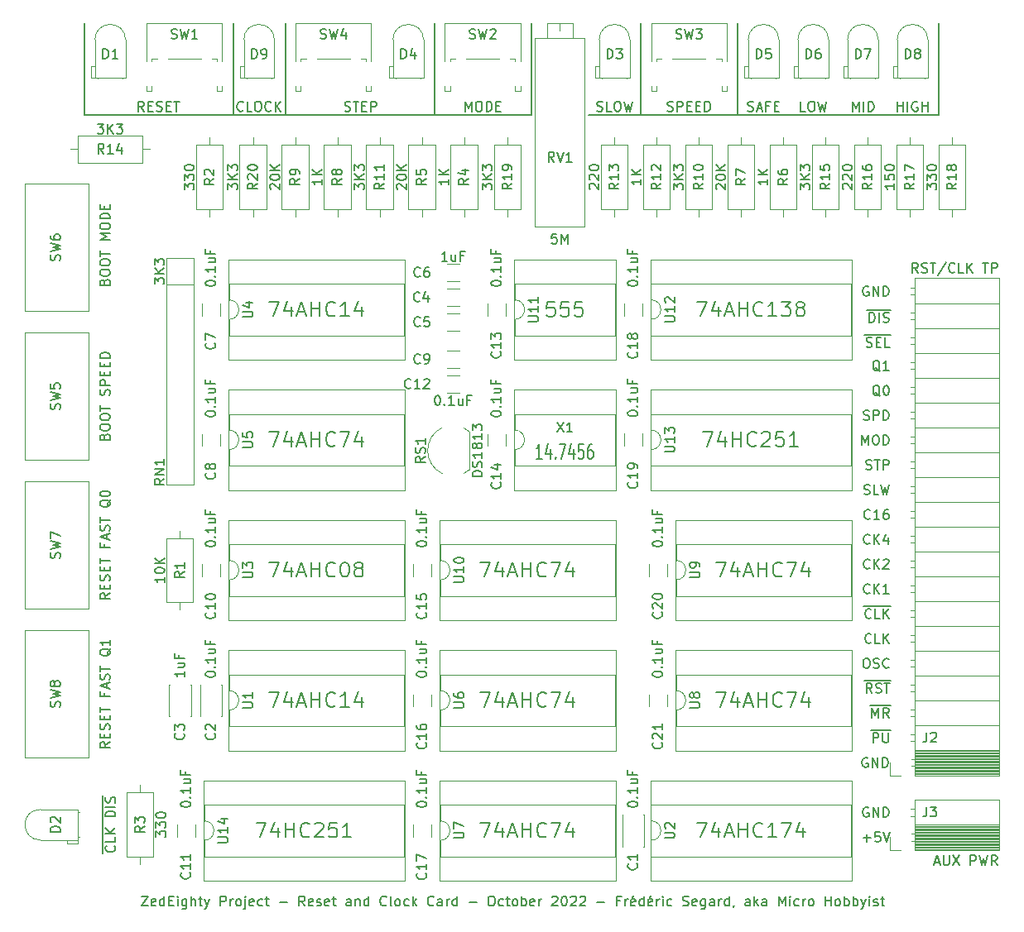
<source format=gbr>
%TF.GenerationSoftware,KiCad,Pcbnew,(6.0.7)*%
%TF.CreationDate,2022-10-23T20:31:47-04:00*%
%TF.ProjectId,Part 3 - Mapping things out,50617274-2033-4202-9d20-4d617070696e,1.1*%
%TF.SameCoordinates,Original*%
%TF.FileFunction,Legend,Top*%
%TF.FilePolarity,Positive*%
%FSLAX46Y46*%
G04 Gerber Fmt 4.6, Leading zero omitted, Abs format (unit mm)*
G04 Created by KiCad (PCBNEW (6.0.7)) date 2022-10-23 20:31:47*
%MOMM*%
%LPD*%
G01*
G04 APERTURE LIST*
%ADD10C,0.150000*%
%ADD11C,0.200000*%
%ADD12C,0.120000*%
G04 APERTURE END LIST*
D10*
X152527000Y-55626000D02*
X162433000Y-55626000D01*
X162433000Y-55626000D02*
X162433000Y-46200000D01*
X183007000Y-55626000D02*
X183007000Y-46200000D01*
X116205000Y-55626000D02*
X131445000Y-55626000D01*
X95631000Y-55626000D02*
X95631000Y-46200000D01*
X147193000Y-55626000D02*
X152527000Y-55626000D01*
X162433000Y-55626000D02*
X183007000Y-55626000D01*
X110871000Y-46200000D02*
X110871000Y-55626000D01*
X110871000Y-55626000D02*
X116205000Y-55626000D01*
X131445000Y-55626000D02*
X131445000Y-46200000D01*
X141351000Y-55626000D02*
X141351000Y-46200000D01*
X152527000Y-55626000D02*
X152527000Y-46200000D01*
X131445000Y-55626000D02*
X141351000Y-55626000D01*
X110871000Y-55626000D02*
X95631000Y-55626000D01*
X116205000Y-55626000D02*
X116205000Y-46200000D01*
X175156519Y-89403180D02*
X175156519Y-88403180D01*
X175489852Y-89117466D01*
X175823185Y-88403180D01*
X175823185Y-89403180D01*
X176489852Y-88403180D02*
X176680328Y-88403180D01*
X176775566Y-88450800D01*
X176870804Y-88546038D01*
X176918423Y-88736514D01*
X176918423Y-89069847D01*
X176870804Y-89260323D01*
X176775566Y-89355561D01*
X176680328Y-89403180D01*
X176489852Y-89403180D01*
X176394614Y-89355561D01*
X176299376Y-89260323D01*
X176251757Y-89069847D01*
X176251757Y-88736514D01*
X176299376Y-88546038D01*
X176394614Y-88450800D01*
X176489852Y-88403180D01*
X177346995Y-89403180D02*
X177346995Y-88403180D01*
X177585090Y-88403180D01*
X177727947Y-88450800D01*
X177823185Y-88546038D01*
X177870804Y-88641276D01*
X177918423Y-88831752D01*
X177918423Y-88974609D01*
X177870804Y-89165085D01*
X177823185Y-89260323D01*
X177727947Y-89355561D01*
X177585090Y-89403180D01*
X177346995Y-89403180D01*
X175442233Y-78113200D02*
X176394614Y-78113200D01*
X175632709Y-79347961D02*
X175775566Y-79395580D01*
X176013661Y-79395580D01*
X176108900Y-79347961D01*
X176156519Y-79300342D01*
X176204138Y-79205104D01*
X176204138Y-79109866D01*
X176156519Y-79014628D01*
X176108900Y-78967009D01*
X176013661Y-78919390D01*
X175823185Y-78871771D01*
X175727947Y-78824152D01*
X175680328Y-78776533D01*
X175632709Y-78681295D01*
X175632709Y-78586057D01*
X175680328Y-78490819D01*
X175727947Y-78443200D01*
X175823185Y-78395580D01*
X176061280Y-78395580D01*
X176204138Y-78443200D01*
X176394614Y-78113200D02*
X177299376Y-78113200D01*
X176632709Y-78871771D02*
X176966042Y-78871771D01*
X177108900Y-79395580D02*
X176632709Y-79395580D01*
X176632709Y-78395580D01*
X177108900Y-78395580D01*
X177299376Y-78113200D02*
X178108900Y-78113200D01*
X178013661Y-79395580D02*
X177537471Y-79395580D01*
X177537471Y-78395580D01*
X175537471Y-111263180D02*
X175727947Y-111263180D01*
X175823185Y-111310800D01*
X175918423Y-111406038D01*
X175966042Y-111596514D01*
X175966042Y-111929847D01*
X175918423Y-112120323D01*
X175823185Y-112215561D01*
X175727947Y-112263180D01*
X175537471Y-112263180D01*
X175442233Y-112215561D01*
X175346995Y-112120323D01*
X175299376Y-111929847D01*
X175299376Y-111596514D01*
X175346995Y-111406038D01*
X175442233Y-111310800D01*
X175537471Y-111263180D01*
X176346995Y-112215561D02*
X176489852Y-112263180D01*
X176727947Y-112263180D01*
X176823185Y-112215561D01*
X176870804Y-112167942D01*
X176918423Y-112072704D01*
X176918423Y-111977466D01*
X176870804Y-111882228D01*
X176823185Y-111834609D01*
X176727947Y-111786990D01*
X176537471Y-111739371D01*
X176442233Y-111691752D01*
X176394614Y-111644133D01*
X176346995Y-111548895D01*
X176346995Y-111453657D01*
X176394614Y-111358419D01*
X176442233Y-111310800D01*
X176537471Y-111263180D01*
X176775566Y-111263180D01*
X176918423Y-111310800D01*
X177918423Y-112167942D02*
X177870804Y-112215561D01*
X177727947Y-112263180D01*
X177632709Y-112263180D01*
X177489852Y-112215561D01*
X177394614Y-112120323D01*
X177346995Y-112025085D01*
X177299376Y-111834609D01*
X177299376Y-111691752D01*
X177346995Y-111501276D01*
X177394614Y-111406038D01*
X177489852Y-111310800D01*
X177632709Y-111263180D01*
X177727947Y-111263180D01*
X177870804Y-111310800D01*
X177918423Y-111358419D01*
X175966042Y-116060800D02*
X177108900Y-116060800D01*
X176204138Y-117343180D02*
X176204138Y-116343180D01*
X176537471Y-117057466D01*
X176870804Y-116343180D01*
X176870804Y-117343180D01*
X177108900Y-116060800D02*
X178108900Y-116060800D01*
X177918423Y-117343180D02*
X177585090Y-116866990D01*
X177346995Y-117343180D02*
X177346995Y-116343180D01*
X177727947Y-116343180D01*
X177823185Y-116390800D01*
X177870804Y-116438419D01*
X177918423Y-116533657D01*
X177918423Y-116676514D01*
X177870804Y-116771752D01*
X177823185Y-116819371D01*
X177727947Y-116866990D01*
X177346995Y-116866990D01*
X175394614Y-94435561D02*
X175537471Y-94483180D01*
X175775566Y-94483180D01*
X175870804Y-94435561D01*
X175918423Y-94387942D01*
X175966042Y-94292704D01*
X175966042Y-94197466D01*
X175918423Y-94102228D01*
X175870804Y-94054609D01*
X175775566Y-94006990D01*
X175585090Y-93959371D01*
X175489852Y-93911752D01*
X175442233Y-93864133D01*
X175394614Y-93768895D01*
X175394614Y-93673657D01*
X175442233Y-93578419D01*
X175489852Y-93530800D01*
X175585090Y-93483180D01*
X175823185Y-93483180D01*
X175966042Y-93530800D01*
X176870804Y-94483180D02*
X176394614Y-94483180D01*
X176394614Y-93483180D01*
X177108900Y-93483180D02*
X177346995Y-94483180D01*
X177537471Y-93768895D01*
X177727947Y-94483180D01*
X177966042Y-93483180D01*
X175823185Y-73210800D02*
X175727947Y-73163180D01*
X175585090Y-73163180D01*
X175442233Y-73210800D01*
X175346995Y-73306038D01*
X175299376Y-73401276D01*
X175251757Y-73591752D01*
X175251757Y-73734609D01*
X175299376Y-73925085D01*
X175346995Y-74020323D01*
X175442233Y-74115561D01*
X175585090Y-74163180D01*
X175680328Y-74163180D01*
X175823185Y-74115561D01*
X175870804Y-74067942D01*
X175870804Y-73734609D01*
X175680328Y-73734609D01*
X176299376Y-74163180D02*
X176299376Y-73163180D01*
X176870804Y-74163180D01*
X176870804Y-73163180D01*
X177346995Y-74163180D02*
X177346995Y-73163180D01*
X177585090Y-73163180D01*
X177727947Y-73210800D01*
X177823185Y-73306038D01*
X177870804Y-73401276D01*
X177918423Y-73591752D01*
X177918423Y-73734609D01*
X177870804Y-73925085D01*
X177823185Y-74020323D01*
X177727947Y-74115561D01*
X177585090Y-74163180D01*
X177346995Y-74163180D01*
X177013661Y-81878419D02*
X176918423Y-81830800D01*
X176823185Y-81735561D01*
X176680328Y-81592704D01*
X176585090Y-81545085D01*
X176489852Y-81545085D01*
X176537471Y-81783180D02*
X176442233Y-81735561D01*
X176346995Y-81640323D01*
X176299376Y-81449847D01*
X176299376Y-81116514D01*
X176346995Y-80926038D01*
X176442233Y-80830800D01*
X176537471Y-80783180D01*
X176727947Y-80783180D01*
X176823185Y-80830800D01*
X176918423Y-80926038D01*
X176966042Y-81116514D01*
X176966042Y-81449847D01*
X176918423Y-81640323D01*
X176823185Y-81735561D01*
X176727947Y-81783180D01*
X176537471Y-81783180D01*
X177918423Y-81783180D02*
X177346995Y-81783180D01*
X177632709Y-81783180D02*
X177632709Y-80783180D01*
X177537471Y-80926038D01*
X177442233Y-81021276D01*
X177346995Y-81068895D01*
X175966042Y-102007942D02*
X175918423Y-102055561D01*
X175775566Y-102103180D01*
X175680328Y-102103180D01*
X175537471Y-102055561D01*
X175442233Y-101960323D01*
X175394614Y-101865085D01*
X175346995Y-101674609D01*
X175346995Y-101531752D01*
X175394614Y-101341276D01*
X175442233Y-101246038D01*
X175537471Y-101150800D01*
X175680328Y-101103180D01*
X175775566Y-101103180D01*
X175918423Y-101150800D01*
X175966042Y-101198419D01*
X176394614Y-102103180D02*
X176394614Y-101103180D01*
X176966042Y-102103180D02*
X176537471Y-101531752D01*
X176966042Y-101103180D02*
X176394614Y-101674609D01*
X177346995Y-101198419D02*
X177394614Y-101150800D01*
X177489852Y-101103180D01*
X177727947Y-101103180D01*
X177823185Y-101150800D01*
X177870804Y-101198419D01*
X177918423Y-101293657D01*
X177918423Y-101388895D01*
X177870804Y-101531752D01*
X177299376Y-102103180D01*
X177918423Y-102103180D01*
X176013661Y-96927942D02*
X175966042Y-96975561D01*
X175823185Y-97023180D01*
X175727947Y-97023180D01*
X175585090Y-96975561D01*
X175489852Y-96880323D01*
X175442233Y-96785085D01*
X175394614Y-96594609D01*
X175394614Y-96451752D01*
X175442233Y-96261276D01*
X175489852Y-96166038D01*
X175585090Y-96070800D01*
X175727947Y-96023180D01*
X175823185Y-96023180D01*
X175966042Y-96070800D01*
X176013661Y-96118419D01*
X176966042Y-97023180D02*
X176394614Y-97023180D01*
X176680328Y-97023180D02*
X176680328Y-96023180D01*
X176585090Y-96166038D01*
X176489852Y-96261276D01*
X176394614Y-96308895D01*
X177823185Y-96023180D02*
X177632709Y-96023180D01*
X177537471Y-96070800D01*
X177489852Y-96118419D01*
X177394614Y-96261276D01*
X177346995Y-96451752D01*
X177346995Y-96832704D01*
X177394614Y-96927942D01*
X177442233Y-96975561D01*
X177537471Y-97023180D01*
X177727947Y-97023180D01*
X177823185Y-96975561D01*
X177870804Y-96927942D01*
X177918423Y-96832704D01*
X177918423Y-96594609D01*
X177870804Y-96499371D01*
X177823185Y-96451752D01*
X177727947Y-96404133D01*
X177537471Y-96404133D01*
X177442233Y-96451752D01*
X177394614Y-96499371D01*
X177346995Y-96594609D01*
X177013661Y-84418419D02*
X176918423Y-84370800D01*
X176823185Y-84275561D01*
X176680328Y-84132704D01*
X176585090Y-84085085D01*
X176489852Y-84085085D01*
X176537471Y-84323180D02*
X176442233Y-84275561D01*
X176346995Y-84180323D01*
X176299376Y-83989847D01*
X176299376Y-83656514D01*
X176346995Y-83466038D01*
X176442233Y-83370800D01*
X176537471Y-83323180D01*
X176727947Y-83323180D01*
X176823185Y-83370800D01*
X176918423Y-83466038D01*
X176966042Y-83656514D01*
X176966042Y-83989847D01*
X176918423Y-84180323D01*
X176823185Y-84275561D01*
X176727947Y-84323180D01*
X176537471Y-84323180D01*
X177585090Y-83323180D02*
X177680328Y-83323180D01*
X177775566Y-83370800D01*
X177823185Y-83418419D01*
X177870804Y-83513657D01*
X177918423Y-83704133D01*
X177918423Y-83942228D01*
X177870804Y-84132704D01*
X177823185Y-84227942D01*
X177775566Y-84275561D01*
X177680328Y-84323180D01*
X177585090Y-84323180D01*
X177489852Y-84275561D01*
X177442233Y-84227942D01*
X177394614Y-84132704D01*
X177346995Y-83942228D01*
X177346995Y-83704133D01*
X177394614Y-83513657D01*
X177442233Y-83418419D01*
X177489852Y-83370800D01*
X177585090Y-83323180D01*
X175299376Y-105900800D02*
X176299376Y-105900800D01*
X176108900Y-107087942D02*
X176061280Y-107135561D01*
X175918423Y-107183180D01*
X175823185Y-107183180D01*
X175680328Y-107135561D01*
X175585090Y-107040323D01*
X175537471Y-106945085D01*
X175489852Y-106754609D01*
X175489852Y-106611752D01*
X175537471Y-106421276D01*
X175585090Y-106326038D01*
X175680328Y-106230800D01*
X175823185Y-106183180D01*
X175918423Y-106183180D01*
X176061280Y-106230800D01*
X176108900Y-106278419D01*
X176299376Y-105900800D02*
X177108900Y-105900800D01*
X177013661Y-107183180D02*
X176537471Y-107183180D01*
X176537471Y-106183180D01*
X177108900Y-105900800D02*
X178108900Y-105900800D01*
X177346995Y-107183180D02*
X177346995Y-106183180D01*
X177918423Y-107183180D02*
X177489852Y-106611752D01*
X177918423Y-106183180D02*
X177346995Y-106754609D01*
X175680328Y-75573200D02*
X176680328Y-75573200D01*
X175918423Y-76855580D02*
X175918423Y-75855580D01*
X176156519Y-75855580D01*
X176299376Y-75903200D01*
X176394614Y-75998438D01*
X176442233Y-76093676D01*
X176489852Y-76284152D01*
X176489852Y-76427009D01*
X176442233Y-76617485D01*
X176394614Y-76712723D01*
X176299376Y-76807961D01*
X176156519Y-76855580D01*
X175918423Y-76855580D01*
X176680328Y-75573200D02*
X177156519Y-75573200D01*
X176918423Y-76855580D02*
X176918423Y-75855580D01*
X177156519Y-75573200D02*
X178108900Y-75573200D01*
X177346995Y-76807961D02*
X177489852Y-76855580D01*
X177727947Y-76855580D01*
X177823185Y-76807961D01*
X177870804Y-76760342D01*
X177918423Y-76665104D01*
X177918423Y-76569866D01*
X177870804Y-76474628D01*
X177823185Y-76427009D01*
X177727947Y-76379390D01*
X177537471Y-76331771D01*
X177442233Y-76284152D01*
X177394614Y-76236533D01*
X177346995Y-76141295D01*
X177346995Y-76046057D01*
X177394614Y-75950819D01*
X177442233Y-75903200D01*
X177537471Y-75855580D01*
X177775566Y-75855580D01*
X177918423Y-75903200D01*
D11*
X142446666Y-90848571D02*
X141875238Y-90848571D01*
X142160952Y-90848571D02*
X142160952Y-89348571D01*
X142065714Y-89562857D01*
X141970476Y-89705714D01*
X141875238Y-89777142D01*
X143303809Y-89848571D02*
X143303809Y-90848571D01*
X143065714Y-89277142D02*
X142827619Y-90348571D01*
X143446666Y-90348571D01*
X143827619Y-90705714D02*
X143875238Y-90777142D01*
X143827619Y-90848571D01*
X143780000Y-90777142D01*
X143827619Y-90705714D01*
X143827619Y-90848571D01*
X144208571Y-89348571D02*
X144875238Y-89348571D01*
X144446666Y-90848571D01*
X145684761Y-89848571D02*
X145684761Y-90848571D01*
X145446666Y-89277142D02*
X145208571Y-90348571D01*
X145827619Y-90348571D01*
X146684761Y-89348571D02*
X146208571Y-89348571D01*
X146160952Y-90062857D01*
X146208571Y-89991428D01*
X146303809Y-89920000D01*
X146541904Y-89920000D01*
X146637142Y-89991428D01*
X146684761Y-90062857D01*
X146732380Y-90205714D01*
X146732380Y-90562857D01*
X146684761Y-90705714D01*
X146637142Y-90777142D01*
X146541904Y-90848571D01*
X146303809Y-90848571D01*
X146208571Y-90777142D01*
X146160952Y-90705714D01*
X147589523Y-89348571D02*
X147399047Y-89348571D01*
X147303809Y-89420000D01*
X147256190Y-89491428D01*
X147160952Y-89705714D01*
X147113333Y-89991428D01*
X147113333Y-90562857D01*
X147160952Y-90705714D01*
X147208571Y-90777142D01*
X147303809Y-90848571D01*
X147494285Y-90848571D01*
X147589523Y-90777142D01*
X147637142Y-90705714D01*
X147684761Y-90562857D01*
X147684761Y-90205714D01*
X147637142Y-90062857D01*
X147589523Y-89991428D01*
X147494285Y-89920000D01*
X147303809Y-89920000D01*
X147208571Y-89991428D01*
X147160952Y-90062857D01*
X147113333Y-90205714D01*
X143708571Y-74743571D02*
X142994285Y-74743571D01*
X142922857Y-75457857D01*
X142994285Y-75386428D01*
X143137142Y-75315000D01*
X143494285Y-75315000D01*
X143637142Y-75386428D01*
X143708571Y-75457857D01*
X143780000Y-75600714D01*
X143780000Y-75957857D01*
X143708571Y-76100714D01*
X143637142Y-76172142D01*
X143494285Y-76243571D01*
X143137142Y-76243571D01*
X142994285Y-76172142D01*
X142922857Y-76100714D01*
X145137142Y-74743571D02*
X144422857Y-74743571D01*
X144351428Y-75457857D01*
X144422857Y-75386428D01*
X144565714Y-75315000D01*
X144922857Y-75315000D01*
X145065714Y-75386428D01*
X145137142Y-75457857D01*
X145208571Y-75600714D01*
X145208571Y-75957857D01*
X145137142Y-76100714D01*
X145065714Y-76172142D01*
X144922857Y-76243571D01*
X144565714Y-76243571D01*
X144422857Y-76172142D01*
X144351428Y-76100714D01*
X146565714Y-74743571D02*
X145851428Y-74743571D01*
X145780000Y-75457857D01*
X145851428Y-75386428D01*
X145994285Y-75315000D01*
X146351428Y-75315000D01*
X146494285Y-75386428D01*
X146565714Y-75457857D01*
X146637142Y-75600714D01*
X146637142Y-75957857D01*
X146565714Y-76100714D01*
X146494285Y-76172142D01*
X146351428Y-76243571D01*
X145994285Y-76243571D01*
X145851428Y-76172142D01*
X145780000Y-76100714D01*
D10*
X175299376Y-129662228D02*
X176061280Y-129662228D01*
X175680328Y-130043180D02*
X175680328Y-129281276D01*
X177013661Y-129043180D02*
X176537471Y-129043180D01*
X176489852Y-129519371D01*
X176537471Y-129471752D01*
X176632709Y-129424133D01*
X176870804Y-129424133D01*
X176966042Y-129471752D01*
X177013661Y-129519371D01*
X177061280Y-129614609D01*
X177061280Y-129852704D01*
X177013661Y-129947942D01*
X176966042Y-129995561D01*
X176870804Y-130043180D01*
X176632709Y-130043180D01*
X176537471Y-129995561D01*
X176489852Y-129947942D01*
X177346995Y-129043180D02*
X177680328Y-130043180D01*
X178013661Y-129043180D01*
X175746985Y-121470800D02*
X175651747Y-121423180D01*
X175508890Y-121423180D01*
X175366033Y-121470800D01*
X175270795Y-121566038D01*
X175223176Y-121661276D01*
X175175557Y-121851752D01*
X175175557Y-121994609D01*
X175223176Y-122185085D01*
X175270795Y-122280323D01*
X175366033Y-122375561D01*
X175508890Y-122423180D01*
X175604128Y-122423180D01*
X175746985Y-122375561D01*
X175794604Y-122327942D01*
X175794604Y-121994609D01*
X175604128Y-121994609D01*
X176223176Y-122423180D02*
X176223176Y-121423180D01*
X176794604Y-122423180D01*
X176794604Y-121423180D01*
X177270795Y-122423180D02*
X177270795Y-121423180D01*
X177508890Y-121423180D01*
X177651747Y-121470800D01*
X177746985Y-121566038D01*
X177794604Y-121661276D01*
X177842223Y-121851752D01*
X177842223Y-121994609D01*
X177794604Y-122185085D01*
X177746985Y-122280323D01*
X177651747Y-122375561D01*
X177508890Y-122423180D01*
X177270795Y-122423180D01*
X175966042Y-99467942D02*
X175918423Y-99515561D01*
X175775566Y-99563180D01*
X175680328Y-99563180D01*
X175537471Y-99515561D01*
X175442233Y-99420323D01*
X175394614Y-99325085D01*
X175346995Y-99134609D01*
X175346995Y-98991752D01*
X175394614Y-98801276D01*
X175442233Y-98706038D01*
X175537471Y-98610800D01*
X175680328Y-98563180D01*
X175775566Y-98563180D01*
X175918423Y-98610800D01*
X175966042Y-98658419D01*
X176394614Y-99563180D02*
X176394614Y-98563180D01*
X176966042Y-99563180D02*
X176537471Y-98991752D01*
X176966042Y-98563180D02*
X176394614Y-99134609D01*
X177823185Y-98896514D02*
X177823185Y-99563180D01*
X177585090Y-98515561D02*
X177346995Y-99229847D01*
X177966042Y-99229847D01*
X175394614Y-113520800D02*
X176394614Y-113520800D01*
X176204138Y-114803180D02*
X175870804Y-114326990D01*
X175632709Y-114803180D02*
X175632709Y-113803180D01*
X176013661Y-113803180D01*
X176108900Y-113850800D01*
X176156519Y-113898419D01*
X176204138Y-113993657D01*
X176204138Y-114136514D01*
X176156519Y-114231752D01*
X176108900Y-114279371D01*
X176013661Y-114326990D01*
X175632709Y-114326990D01*
X176394614Y-113520800D02*
X177346995Y-113520800D01*
X176585090Y-114755561D02*
X176727947Y-114803180D01*
X176966042Y-114803180D01*
X177061280Y-114755561D01*
X177108900Y-114707942D01*
X177156519Y-114612704D01*
X177156519Y-114517466D01*
X177108900Y-114422228D01*
X177061280Y-114374609D01*
X176966042Y-114326990D01*
X176775566Y-114279371D01*
X176680328Y-114231752D01*
X176632709Y-114184133D01*
X176585090Y-114088895D01*
X176585090Y-113993657D01*
X176632709Y-113898419D01*
X176680328Y-113850800D01*
X176775566Y-113803180D01*
X177013661Y-113803180D01*
X177156519Y-113850800D01*
X177346995Y-113520800D02*
X178108900Y-113520800D01*
X177442233Y-113803180D02*
X178013661Y-113803180D01*
X177727947Y-114803180D02*
X177727947Y-113803180D01*
X175823185Y-126550800D02*
X175727947Y-126503180D01*
X175585090Y-126503180D01*
X175442233Y-126550800D01*
X175346995Y-126646038D01*
X175299376Y-126741276D01*
X175251757Y-126931752D01*
X175251757Y-127074609D01*
X175299376Y-127265085D01*
X175346995Y-127360323D01*
X175442233Y-127455561D01*
X175585090Y-127503180D01*
X175680328Y-127503180D01*
X175823185Y-127455561D01*
X175870804Y-127407942D01*
X175870804Y-127074609D01*
X175680328Y-127074609D01*
X176299376Y-127503180D02*
X176299376Y-126503180D01*
X176870804Y-127503180D01*
X176870804Y-126503180D01*
X177346995Y-127503180D02*
X177346995Y-126503180D01*
X177585090Y-126503180D01*
X177727947Y-126550800D01*
X177823185Y-126646038D01*
X177870804Y-126741276D01*
X177918423Y-126931752D01*
X177918423Y-127074609D01*
X177870804Y-127265085D01*
X177823185Y-127360323D01*
X177727947Y-127455561D01*
X177585090Y-127503180D01*
X177346995Y-127503180D01*
X176061280Y-118600800D02*
X177061280Y-118600800D01*
X176299376Y-119883180D02*
X176299376Y-118883180D01*
X176680328Y-118883180D01*
X176775566Y-118930800D01*
X176823185Y-118978419D01*
X176870804Y-119073657D01*
X176870804Y-119216514D01*
X176823185Y-119311752D01*
X176775566Y-119359371D01*
X176680328Y-119406990D01*
X176299376Y-119406990D01*
X177061280Y-118600800D02*
X178108900Y-118600800D01*
X177299376Y-118883180D02*
X177299376Y-119692704D01*
X177346995Y-119787942D01*
X177394614Y-119835561D01*
X177489852Y-119883180D01*
X177680328Y-119883180D01*
X177775566Y-119835561D01*
X177823185Y-119787942D01*
X177870804Y-119692704D01*
X177870804Y-118883180D01*
X175966042Y-104547942D02*
X175918423Y-104595561D01*
X175775566Y-104643180D01*
X175680328Y-104643180D01*
X175537471Y-104595561D01*
X175442233Y-104500323D01*
X175394614Y-104405085D01*
X175346995Y-104214609D01*
X175346995Y-104071752D01*
X175394614Y-103881276D01*
X175442233Y-103786038D01*
X175537471Y-103690800D01*
X175680328Y-103643180D01*
X175775566Y-103643180D01*
X175918423Y-103690800D01*
X175966042Y-103738419D01*
X176394614Y-104643180D02*
X176394614Y-103643180D01*
X176966042Y-104643180D02*
X176537471Y-104071752D01*
X176966042Y-103643180D02*
X176394614Y-104214609D01*
X177918423Y-104643180D02*
X177346995Y-104643180D01*
X177632709Y-104643180D02*
X177632709Y-103643180D01*
X177537471Y-103786038D01*
X177442233Y-103881276D01*
X177346995Y-103928895D01*
X175346995Y-86815561D02*
X175489852Y-86863180D01*
X175727947Y-86863180D01*
X175823185Y-86815561D01*
X175870804Y-86767942D01*
X175918423Y-86672704D01*
X175918423Y-86577466D01*
X175870804Y-86482228D01*
X175823185Y-86434609D01*
X175727947Y-86386990D01*
X175537471Y-86339371D01*
X175442233Y-86291752D01*
X175394614Y-86244133D01*
X175346995Y-86148895D01*
X175346995Y-86053657D01*
X175394614Y-85958419D01*
X175442233Y-85910800D01*
X175537471Y-85863180D01*
X175775566Y-85863180D01*
X175918423Y-85910800D01*
X176346995Y-86863180D02*
X176346995Y-85863180D01*
X176727947Y-85863180D01*
X176823185Y-85910800D01*
X176870804Y-85958419D01*
X176918423Y-86053657D01*
X176918423Y-86196514D01*
X176870804Y-86291752D01*
X176823185Y-86339371D01*
X176727947Y-86386990D01*
X176346995Y-86386990D01*
X177346995Y-86863180D02*
X177346995Y-85863180D01*
X177585090Y-85863180D01*
X177727947Y-85910800D01*
X177823185Y-86006038D01*
X177870804Y-86101276D01*
X177918423Y-86291752D01*
X177918423Y-86434609D01*
X177870804Y-86625085D01*
X177823185Y-86720323D01*
X177727947Y-86815561D01*
X177585090Y-86863180D01*
X177346995Y-86863180D01*
X101469809Y-135596380D02*
X102136476Y-135596380D01*
X101469809Y-136596380D01*
X102136476Y-136596380D01*
X102898380Y-136548761D02*
X102803142Y-136596380D01*
X102612666Y-136596380D01*
X102517428Y-136548761D01*
X102469809Y-136453523D01*
X102469809Y-136072571D01*
X102517428Y-135977333D01*
X102612666Y-135929714D01*
X102803142Y-135929714D01*
X102898380Y-135977333D01*
X102946000Y-136072571D01*
X102946000Y-136167809D01*
X102469809Y-136263047D01*
X103803142Y-136596380D02*
X103803142Y-135596380D01*
X103803142Y-136548761D02*
X103707904Y-136596380D01*
X103517428Y-136596380D01*
X103422190Y-136548761D01*
X103374571Y-136501142D01*
X103326952Y-136405904D01*
X103326952Y-136120190D01*
X103374571Y-136024952D01*
X103422190Y-135977333D01*
X103517428Y-135929714D01*
X103707904Y-135929714D01*
X103803142Y-135977333D01*
X104279333Y-136072571D02*
X104612666Y-136072571D01*
X104755523Y-136596380D02*
X104279333Y-136596380D01*
X104279333Y-135596380D01*
X104755523Y-135596380D01*
X105184095Y-136596380D02*
X105184095Y-135929714D01*
X105184095Y-135596380D02*
X105136476Y-135644000D01*
X105184095Y-135691619D01*
X105231714Y-135644000D01*
X105184095Y-135596380D01*
X105184095Y-135691619D01*
X106088857Y-135929714D02*
X106088857Y-136739238D01*
X106041238Y-136834476D01*
X105993619Y-136882095D01*
X105898380Y-136929714D01*
X105755523Y-136929714D01*
X105660285Y-136882095D01*
X106088857Y-136548761D02*
X105993619Y-136596380D01*
X105803142Y-136596380D01*
X105707904Y-136548761D01*
X105660285Y-136501142D01*
X105612666Y-136405904D01*
X105612666Y-136120190D01*
X105660285Y-136024952D01*
X105707904Y-135977333D01*
X105803142Y-135929714D01*
X105993619Y-135929714D01*
X106088857Y-135977333D01*
X106565047Y-136596380D02*
X106565047Y-135596380D01*
X106993619Y-136596380D02*
X106993619Y-136072571D01*
X106946000Y-135977333D01*
X106850761Y-135929714D01*
X106707904Y-135929714D01*
X106612666Y-135977333D01*
X106565047Y-136024952D01*
X107326952Y-135929714D02*
X107707904Y-135929714D01*
X107469809Y-135596380D02*
X107469809Y-136453523D01*
X107517428Y-136548761D01*
X107612666Y-136596380D01*
X107707904Y-136596380D01*
X107946000Y-135929714D02*
X108184095Y-136596380D01*
X108422190Y-135929714D02*
X108184095Y-136596380D01*
X108088857Y-136834476D01*
X108041238Y-136882095D01*
X107946000Y-136929714D01*
X109565047Y-136596380D02*
X109565047Y-135596380D01*
X109946000Y-135596380D01*
X110041238Y-135644000D01*
X110088857Y-135691619D01*
X110136476Y-135786857D01*
X110136476Y-135929714D01*
X110088857Y-136024952D01*
X110041238Y-136072571D01*
X109946000Y-136120190D01*
X109565047Y-136120190D01*
X110565047Y-136596380D02*
X110565047Y-135929714D01*
X110565047Y-136120190D02*
X110612666Y-136024952D01*
X110660285Y-135977333D01*
X110755523Y-135929714D01*
X110850761Y-135929714D01*
X111326952Y-136596380D02*
X111231714Y-136548761D01*
X111184095Y-136501142D01*
X111136476Y-136405904D01*
X111136476Y-136120190D01*
X111184095Y-136024952D01*
X111231714Y-135977333D01*
X111326952Y-135929714D01*
X111469809Y-135929714D01*
X111565047Y-135977333D01*
X111612666Y-136024952D01*
X111660285Y-136120190D01*
X111660285Y-136405904D01*
X111612666Y-136501142D01*
X111565047Y-136548761D01*
X111469809Y-136596380D01*
X111326952Y-136596380D01*
X112088857Y-135929714D02*
X112088857Y-136786857D01*
X112041238Y-136882095D01*
X111946000Y-136929714D01*
X111898380Y-136929714D01*
X112088857Y-135596380D02*
X112041238Y-135644000D01*
X112088857Y-135691619D01*
X112136476Y-135644000D01*
X112088857Y-135596380D01*
X112088857Y-135691619D01*
X112946000Y-136548761D02*
X112850761Y-136596380D01*
X112660285Y-136596380D01*
X112565047Y-136548761D01*
X112517428Y-136453523D01*
X112517428Y-136072571D01*
X112565047Y-135977333D01*
X112660285Y-135929714D01*
X112850761Y-135929714D01*
X112946000Y-135977333D01*
X112993619Y-136072571D01*
X112993619Y-136167809D01*
X112517428Y-136263047D01*
X113850761Y-136548761D02*
X113755523Y-136596380D01*
X113565047Y-136596380D01*
X113469809Y-136548761D01*
X113422190Y-136501142D01*
X113374571Y-136405904D01*
X113374571Y-136120190D01*
X113422190Y-136024952D01*
X113469809Y-135977333D01*
X113565047Y-135929714D01*
X113755523Y-135929714D01*
X113850761Y-135977333D01*
X114136476Y-135929714D02*
X114517428Y-135929714D01*
X114279333Y-135596380D02*
X114279333Y-136453523D01*
X114326952Y-136548761D01*
X114422190Y-136596380D01*
X114517428Y-136596380D01*
X115612666Y-136215428D02*
X116374571Y-136215428D01*
X118184095Y-136596380D02*
X117850761Y-136120190D01*
X117612666Y-136596380D02*
X117612666Y-135596380D01*
X117993619Y-135596380D01*
X118088857Y-135644000D01*
X118136476Y-135691619D01*
X118184095Y-135786857D01*
X118184095Y-135929714D01*
X118136476Y-136024952D01*
X118088857Y-136072571D01*
X117993619Y-136120190D01*
X117612666Y-136120190D01*
X118993619Y-136548761D02*
X118898380Y-136596380D01*
X118707904Y-136596380D01*
X118612666Y-136548761D01*
X118565047Y-136453523D01*
X118565047Y-136072571D01*
X118612666Y-135977333D01*
X118707904Y-135929714D01*
X118898380Y-135929714D01*
X118993619Y-135977333D01*
X119041238Y-136072571D01*
X119041238Y-136167809D01*
X118565047Y-136263047D01*
X119422190Y-136548761D02*
X119517428Y-136596380D01*
X119707904Y-136596380D01*
X119803142Y-136548761D01*
X119850761Y-136453523D01*
X119850761Y-136405904D01*
X119803142Y-136310666D01*
X119707904Y-136263047D01*
X119565047Y-136263047D01*
X119469809Y-136215428D01*
X119422190Y-136120190D01*
X119422190Y-136072571D01*
X119469809Y-135977333D01*
X119565047Y-135929714D01*
X119707904Y-135929714D01*
X119803142Y-135977333D01*
X120660285Y-136548761D02*
X120565047Y-136596380D01*
X120374571Y-136596380D01*
X120279333Y-136548761D01*
X120231714Y-136453523D01*
X120231714Y-136072571D01*
X120279333Y-135977333D01*
X120374571Y-135929714D01*
X120565047Y-135929714D01*
X120660285Y-135977333D01*
X120707904Y-136072571D01*
X120707904Y-136167809D01*
X120231714Y-136263047D01*
X120993619Y-135929714D02*
X121374571Y-135929714D01*
X121136476Y-135596380D02*
X121136476Y-136453523D01*
X121184095Y-136548761D01*
X121279333Y-136596380D01*
X121374571Y-136596380D01*
X122898380Y-136596380D02*
X122898380Y-136072571D01*
X122850761Y-135977333D01*
X122755523Y-135929714D01*
X122565047Y-135929714D01*
X122469809Y-135977333D01*
X122898380Y-136548761D02*
X122803142Y-136596380D01*
X122565047Y-136596380D01*
X122469809Y-136548761D01*
X122422190Y-136453523D01*
X122422190Y-136358285D01*
X122469809Y-136263047D01*
X122565047Y-136215428D01*
X122803142Y-136215428D01*
X122898380Y-136167809D01*
X123374571Y-135929714D02*
X123374571Y-136596380D01*
X123374571Y-136024952D02*
X123422190Y-135977333D01*
X123517428Y-135929714D01*
X123660285Y-135929714D01*
X123755523Y-135977333D01*
X123803142Y-136072571D01*
X123803142Y-136596380D01*
X124707904Y-136596380D02*
X124707904Y-135596380D01*
X124707904Y-136548761D02*
X124612666Y-136596380D01*
X124422190Y-136596380D01*
X124326952Y-136548761D01*
X124279333Y-136501142D01*
X124231714Y-136405904D01*
X124231714Y-136120190D01*
X124279333Y-136024952D01*
X124326952Y-135977333D01*
X124422190Y-135929714D01*
X124612666Y-135929714D01*
X124707904Y-135977333D01*
X126517428Y-136501142D02*
X126469809Y-136548761D01*
X126326952Y-136596380D01*
X126231714Y-136596380D01*
X126088857Y-136548761D01*
X125993619Y-136453523D01*
X125946000Y-136358285D01*
X125898380Y-136167809D01*
X125898380Y-136024952D01*
X125946000Y-135834476D01*
X125993619Y-135739238D01*
X126088857Y-135644000D01*
X126231714Y-135596380D01*
X126326952Y-135596380D01*
X126469809Y-135644000D01*
X126517428Y-135691619D01*
X127088857Y-136596380D02*
X126993619Y-136548761D01*
X126946000Y-136453523D01*
X126946000Y-135596380D01*
X127612666Y-136596380D02*
X127517428Y-136548761D01*
X127469809Y-136501142D01*
X127422190Y-136405904D01*
X127422190Y-136120190D01*
X127469809Y-136024952D01*
X127517428Y-135977333D01*
X127612666Y-135929714D01*
X127755523Y-135929714D01*
X127850761Y-135977333D01*
X127898380Y-136024952D01*
X127946000Y-136120190D01*
X127946000Y-136405904D01*
X127898380Y-136501142D01*
X127850761Y-136548761D01*
X127755523Y-136596380D01*
X127612666Y-136596380D01*
X128803142Y-136548761D02*
X128707904Y-136596380D01*
X128517428Y-136596380D01*
X128422190Y-136548761D01*
X128374571Y-136501142D01*
X128326952Y-136405904D01*
X128326952Y-136120190D01*
X128374571Y-136024952D01*
X128422190Y-135977333D01*
X128517428Y-135929714D01*
X128707904Y-135929714D01*
X128803142Y-135977333D01*
X129231714Y-136596380D02*
X129231714Y-135596380D01*
X129326952Y-136215428D02*
X129612666Y-136596380D01*
X129612666Y-135929714D02*
X129231714Y-136310666D01*
X131374571Y-136501142D02*
X131326952Y-136548761D01*
X131184095Y-136596380D01*
X131088857Y-136596380D01*
X130946000Y-136548761D01*
X130850761Y-136453523D01*
X130803142Y-136358285D01*
X130755523Y-136167809D01*
X130755523Y-136024952D01*
X130803142Y-135834476D01*
X130850761Y-135739238D01*
X130946000Y-135644000D01*
X131088857Y-135596380D01*
X131184095Y-135596380D01*
X131326952Y-135644000D01*
X131374571Y-135691619D01*
X132231714Y-136596380D02*
X132231714Y-136072571D01*
X132184095Y-135977333D01*
X132088857Y-135929714D01*
X131898380Y-135929714D01*
X131803142Y-135977333D01*
X132231714Y-136548761D02*
X132136476Y-136596380D01*
X131898380Y-136596380D01*
X131803142Y-136548761D01*
X131755523Y-136453523D01*
X131755523Y-136358285D01*
X131803142Y-136263047D01*
X131898380Y-136215428D01*
X132136476Y-136215428D01*
X132231714Y-136167809D01*
X132707904Y-136596380D02*
X132707904Y-135929714D01*
X132707904Y-136120190D02*
X132755523Y-136024952D01*
X132803142Y-135977333D01*
X132898380Y-135929714D01*
X132993619Y-135929714D01*
X133755523Y-136596380D02*
X133755523Y-135596380D01*
X133755523Y-136548761D02*
X133660285Y-136596380D01*
X133469809Y-136596380D01*
X133374571Y-136548761D01*
X133326952Y-136501142D01*
X133279333Y-136405904D01*
X133279333Y-136120190D01*
X133326952Y-136024952D01*
X133374571Y-135977333D01*
X133469809Y-135929714D01*
X133660285Y-135929714D01*
X133755523Y-135977333D01*
X134993619Y-136215428D02*
X135755523Y-136215428D01*
X137184095Y-135596380D02*
X137374571Y-135596380D01*
X137469809Y-135644000D01*
X137565047Y-135739238D01*
X137612666Y-135929714D01*
X137612666Y-136263047D01*
X137565047Y-136453523D01*
X137469809Y-136548761D01*
X137374571Y-136596380D01*
X137184095Y-136596380D01*
X137088857Y-136548761D01*
X136993619Y-136453523D01*
X136946000Y-136263047D01*
X136946000Y-135929714D01*
X136993619Y-135739238D01*
X137088857Y-135644000D01*
X137184095Y-135596380D01*
X138469809Y-136548761D02*
X138374571Y-136596380D01*
X138184095Y-136596380D01*
X138088857Y-136548761D01*
X138041238Y-136501142D01*
X137993619Y-136405904D01*
X137993619Y-136120190D01*
X138041238Y-136024952D01*
X138088857Y-135977333D01*
X138184095Y-135929714D01*
X138374571Y-135929714D01*
X138469809Y-135977333D01*
X138755523Y-135929714D02*
X139136476Y-135929714D01*
X138898380Y-135596380D02*
X138898380Y-136453523D01*
X138946000Y-136548761D01*
X139041238Y-136596380D01*
X139136476Y-136596380D01*
X139612666Y-136596380D02*
X139517428Y-136548761D01*
X139469809Y-136501142D01*
X139422190Y-136405904D01*
X139422190Y-136120190D01*
X139469809Y-136024952D01*
X139517428Y-135977333D01*
X139612666Y-135929714D01*
X139755523Y-135929714D01*
X139850761Y-135977333D01*
X139898380Y-136024952D01*
X139946000Y-136120190D01*
X139946000Y-136405904D01*
X139898380Y-136501142D01*
X139850761Y-136548761D01*
X139755523Y-136596380D01*
X139612666Y-136596380D01*
X140374571Y-136596380D02*
X140374571Y-135596380D01*
X140374571Y-135977333D02*
X140469809Y-135929714D01*
X140660285Y-135929714D01*
X140755523Y-135977333D01*
X140803142Y-136024952D01*
X140850761Y-136120190D01*
X140850761Y-136405904D01*
X140803142Y-136501142D01*
X140755523Y-136548761D01*
X140660285Y-136596380D01*
X140469809Y-136596380D01*
X140374571Y-136548761D01*
X141660285Y-136548761D02*
X141565047Y-136596380D01*
X141374571Y-136596380D01*
X141279333Y-136548761D01*
X141231714Y-136453523D01*
X141231714Y-136072571D01*
X141279333Y-135977333D01*
X141374571Y-135929714D01*
X141565047Y-135929714D01*
X141660285Y-135977333D01*
X141707904Y-136072571D01*
X141707904Y-136167809D01*
X141231714Y-136263047D01*
X142136476Y-136596380D02*
X142136476Y-135929714D01*
X142136476Y-136120190D02*
X142184095Y-136024952D01*
X142231714Y-135977333D01*
X142326952Y-135929714D01*
X142422190Y-135929714D01*
X143469809Y-135691619D02*
X143517428Y-135644000D01*
X143612666Y-135596380D01*
X143850761Y-135596380D01*
X143946000Y-135644000D01*
X143993619Y-135691619D01*
X144041238Y-135786857D01*
X144041238Y-135882095D01*
X143993619Y-136024952D01*
X143422190Y-136596380D01*
X144041238Y-136596380D01*
X144660285Y-135596380D02*
X144755523Y-135596380D01*
X144850761Y-135644000D01*
X144898380Y-135691619D01*
X144946000Y-135786857D01*
X144993619Y-135977333D01*
X144993619Y-136215428D01*
X144946000Y-136405904D01*
X144898380Y-136501142D01*
X144850761Y-136548761D01*
X144755523Y-136596380D01*
X144660285Y-136596380D01*
X144565047Y-136548761D01*
X144517428Y-136501142D01*
X144469809Y-136405904D01*
X144422190Y-136215428D01*
X144422190Y-135977333D01*
X144469809Y-135786857D01*
X144517428Y-135691619D01*
X144565047Y-135644000D01*
X144660285Y-135596380D01*
X145374571Y-135691619D02*
X145422190Y-135644000D01*
X145517428Y-135596380D01*
X145755523Y-135596380D01*
X145850761Y-135644000D01*
X145898380Y-135691619D01*
X145946000Y-135786857D01*
X145946000Y-135882095D01*
X145898380Y-136024952D01*
X145326952Y-136596380D01*
X145946000Y-136596380D01*
X146326952Y-135691619D02*
X146374571Y-135644000D01*
X146469809Y-135596380D01*
X146707904Y-135596380D01*
X146803142Y-135644000D01*
X146850761Y-135691619D01*
X146898380Y-135786857D01*
X146898380Y-135882095D01*
X146850761Y-136024952D01*
X146279333Y-136596380D01*
X146898380Y-136596380D01*
X148088857Y-136215428D02*
X148850761Y-136215428D01*
X150422190Y-136072571D02*
X150088857Y-136072571D01*
X150088857Y-136596380D02*
X150088857Y-135596380D01*
X150565047Y-135596380D01*
X150946000Y-136596380D02*
X150946000Y-135929714D01*
X150946000Y-136120190D02*
X150993619Y-136024952D01*
X151041238Y-135977333D01*
X151136476Y-135929714D01*
X151231714Y-135929714D01*
X151946000Y-136548761D02*
X151850761Y-136596380D01*
X151660285Y-136596380D01*
X151565047Y-136548761D01*
X151517428Y-136453523D01*
X151517428Y-136072571D01*
X151565047Y-135977333D01*
X151660285Y-135929714D01*
X151850761Y-135929714D01*
X151946000Y-135977333D01*
X151993619Y-136072571D01*
X151993619Y-136167809D01*
X151517428Y-136263047D01*
X151850761Y-135548761D02*
X151707904Y-135691619D01*
X152850761Y-136596380D02*
X152850761Y-135596380D01*
X152850761Y-136548761D02*
X152755523Y-136596380D01*
X152565047Y-136596380D01*
X152469809Y-136548761D01*
X152422190Y-136501142D01*
X152374571Y-136405904D01*
X152374571Y-136120190D01*
X152422190Y-136024952D01*
X152469809Y-135977333D01*
X152565047Y-135929714D01*
X152755523Y-135929714D01*
X152850761Y-135977333D01*
X153707904Y-136548761D02*
X153612666Y-136596380D01*
X153422190Y-136596380D01*
X153326952Y-136548761D01*
X153279333Y-136453523D01*
X153279333Y-136072571D01*
X153326952Y-135977333D01*
X153422190Y-135929714D01*
X153612666Y-135929714D01*
X153707904Y-135977333D01*
X153755523Y-136072571D01*
X153755523Y-136167809D01*
X153279333Y-136263047D01*
X153612666Y-135548761D02*
X153469809Y-135691619D01*
X154184095Y-136596380D02*
X154184095Y-135929714D01*
X154184095Y-136120190D02*
X154231714Y-136024952D01*
X154279333Y-135977333D01*
X154374571Y-135929714D01*
X154469809Y-135929714D01*
X154803142Y-136596380D02*
X154803142Y-135929714D01*
X154803142Y-135596380D02*
X154755523Y-135644000D01*
X154803142Y-135691619D01*
X154850761Y-135644000D01*
X154803142Y-135596380D01*
X154803142Y-135691619D01*
X155707904Y-136548761D02*
X155612666Y-136596380D01*
X155422190Y-136596380D01*
X155326952Y-136548761D01*
X155279333Y-136501142D01*
X155231714Y-136405904D01*
X155231714Y-136120190D01*
X155279333Y-136024952D01*
X155326952Y-135977333D01*
X155422190Y-135929714D01*
X155612666Y-135929714D01*
X155707904Y-135977333D01*
X156850761Y-136548761D02*
X156993619Y-136596380D01*
X157231714Y-136596380D01*
X157326952Y-136548761D01*
X157374571Y-136501142D01*
X157422190Y-136405904D01*
X157422190Y-136310666D01*
X157374571Y-136215428D01*
X157326952Y-136167809D01*
X157231714Y-136120190D01*
X157041238Y-136072571D01*
X156946000Y-136024952D01*
X156898380Y-135977333D01*
X156850761Y-135882095D01*
X156850761Y-135786857D01*
X156898380Y-135691619D01*
X156946000Y-135644000D01*
X157041238Y-135596380D01*
X157279333Y-135596380D01*
X157422190Y-135644000D01*
X158231714Y-136548761D02*
X158136476Y-136596380D01*
X157946000Y-136596380D01*
X157850761Y-136548761D01*
X157803142Y-136453523D01*
X157803142Y-136072571D01*
X157850761Y-135977333D01*
X157946000Y-135929714D01*
X158136476Y-135929714D01*
X158231714Y-135977333D01*
X158279333Y-136072571D01*
X158279333Y-136167809D01*
X157803142Y-136263047D01*
X159136476Y-135929714D02*
X159136476Y-136739238D01*
X159088857Y-136834476D01*
X159041238Y-136882095D01*
X158946000Y-136929714D01*
X158803142Y-136929714D01*
X158707904Y-136882095D01*
X159136476Y-136548761D02*
X159041238Y-136596380D01*
X158850761Y-136596380D01*
X158755523Y-136548761D01*
X158707904Y-136501142D01*
X158660285Y-136405904D01*
X158660285Y-136120190D01*
X158707904Y-136024952D01*
X158755523Y-135977333D01*
X158850761Y-135929714D01*
X159041238Y-135929714D01*
X159136476Y-135977333D01*
X160041238Y-136596380D02*
X160041238Y-136072571D01*
X159993619Y-135977333D01*
X159898380Y-135929714D01*
X159707904Y-135929714D01*
X159612666Y-135977333D01*
X160041238Y-136548761D02*
X159946000Y-136596380D01*
X159707904Y-136596380D01*
X159612666Y-136548761D01*
X159565047Y-136453523D01*
X159565047Y-136358285D01*
X159612666Y-136263047D01*
X159707904Y-136215428D01*
X159946000Y-136215428D01*
X160041238Y-136167809D01*
X160517428Y-136596380D02*
X160517428Y-135929714D01*
X160517428Y-136120190D02*
X160565047Y-136024952D01*
X160612666Y-135977333D01*
X160707904Y-135929714D01*
X160803142Y-135929714D01*
X161565047Y-136596380D02*
X161565047Y-135596380D01*
X161565047Y-136548761D02*
X161469809Y-136596380D01*
X161279333Y-136596380D01*
X161184095Y-136548761D01*
X161136476Y-136501142D01*
X161088857Y-136405904D01*
X161088857Y-136120190D01*
X161136476Y-136024952D01*
X161184095Y-135977333D01*
X161279333Y-135929714D01*
X161469809Y-135929714D01*
X161565047Y-135977333D01*
X162088857Y-136548761D02*
X162088857Y-136596380D01*
X162041238Y-136691619D01*
X161993619Y-136739238D01*
X163707904Y-136596380D02*
X163707904Y-136072571D01*
X163660285Y-135977333D01*
X163565047Y-135929714D01*
X163374571Y-135929714D01*
X163279333Y-135977333D01*
X163707904Y-136548761D02*
X163612666Y-136596380D01*
X163374571Y-136596380D01*
X163279333Y-136548761D01*
X163231714Y-136453523D01*
X163231714Y-136358285D01*
X163279333Y-136263047D01*
X163374571Y-136215428D01*
X163612666Y-136215428D01*
X163707904Y-136167809D01*
X164184095Y-136596380D02*
X164184095Y-135596380D01*
X164279333Y-136215428D02*
X164565047Y-136596380D01*
X164565047Y-135929714D02*
X164184095Y-136310666D01*
X165422190Y-136596380D02*
X165422190Y-136072571D01*
X165374571Y-135977333D01*
X165279333Y-135929714D01*
X165088857Y-135929714D01*
X164993619Y-135977333D01*
X165422190Y-136548761D02*
X165326952Y-136596380D01*
X165088857Y-136596380D01*
X164993619Y-136548761D01*
X164946000Y-136453523D01*
X164946000Y-136358285D01*
X164993619Y-136263047D01*
X165088857Y-136215428D01*
X165326952Y-136215428D01*
X165422190Y-136167809D01*
X166660285Y-136596380D02*
X166660285Y-135596380D01*
X166993619Y-136310666D01*
X167326952Y-135596380D01*
X167326952Y-136596380D01*
X167803142Y-136596380D02*
X167803142Y-135929714D01*
X167803142Y-135596380D02*
X167755523Y-135644000D01*
X167803142Y-135691619D01*
X167850761Y-135644000D01*
X167803142Y-135596380D01*
X167803142Y-135691619D01*
X168707904Y-136548761D02*
X168612666Y-136596380D01*
X168422190Y-136596380D01*
X168326952Y-136548761D01*
X168279333Y-136501142D01*
X168231714Y-136405904D01*
X168231714Y-136120190D01*
X168279333Y-136024952D01*
X168326952Y-135977333D01*
X168422190Y-135929714D01*
X168612666Y-135929714D01*
X168707904Y-135977333D01*
X169136476Y-136596380D02*
X169136476Y-135929714D01*
X169136476Y-136120190D02*
X169184095Y-136024952D01*
X169231714Y-135977333D01*
X169326952Y-135929714D01*
X169422190Y-135929714D01*
X169898380Y-136596380D02*
X169803142Y-136548761D01*
X169755523Y-136501142D01*
X169707904Y-136405904D01*
X169707904Y-136120190D01*
X169755523Y-136024952D01*
X169803142Y-135977333D01*
X169898380Y-135929714D01*
X170041238Y-135929714D01*
X170136476Y-135977333D01*
X170184095Y-136024952D01*
X170231714Y-136120190D01*
X170231714Y-136405904D01*
X170184095Y-136501142D01*
X170136476Y-136548761D01*
X170041238Y-136596380D01*
X169898380Y-136596380D01*
X171422190Y-136596380D02*
X171422190Y-135596380D01*
X171422190Y-136072571D02*
X171993619Y-136072571D01*
X171993619Y-136596380D02*
X171993619Y-135596380D01*
X172612666Y-136596380D02*
X172517428Y-136548761D01*
X172469809Y-136501142D01*
X172422190Y-136405904D01*
X172422190Y-136120190D01*
X172469809Y-136024952D01*
X172517428Y-135977333D01*
X172612666Y-135929714D01*
X172755523Y-135929714D01*
X172850761Y-135977333D01*
X172898380Y-136024952D01*
X172946000Y-136120190D01*
X172946000Y-136405904D01*
X172898380Y-136501142D01*
X172850761Y-136548761D01*
X172755523Y-136596380D01*
X172612666Y-136596380D01*
X173374571Y-136596380D02*
X173374571Y-135596380D01*
X173374571Y-135977333D02*
X173469809Y-135929714D01*
X173660285Y-135929714D01*
X173755523Y-135977333D01*
X173803142Y-136024952D01*
X173850761Y-136120190D01*
X173850761Y-136405904D01*
X173803142Y-136501142D01*
X173755523Y-136548761D01*
X173660285Y-136596380D01*
X173469809Y-136596380D01*
X173374571Y-136548761D01*
X174279333Y-136596380D02*
X174279333Y-135596380D01*
X174279333Y-135977333D02*
X174374571Y-135929714D01*
X174565047Y-135929714D01*
X174660285Y-135977333D01*
X174707904Y-136024952D01*
X174755523Y-136120190D01*
X174755523Y-136405904D01*
X174707904Y-136501142D01*
X174660285Y-136548761D01*
X174565047Y-136596380D01*
X174374571Y-136596380D01*
X174279333Y-136548761D01*
X175088857Y-135929714D02*
X175326952Y-136596380D01*
X175565047Y-135929714D02*
X175326952Y-136596380D01*
X175231714Y-136834476D01*
X175184095Y-136882095D01*
X175088857Y-136929714D01*
X175946000Y-136596380D02*
X175946000Y-135929714D01*
X175946000Y-135596380D02*
X175898380Y-135644000D01*
X175946000Y-135691619D01*
X175993619Y-135644000D01*
X175946000Y-135596380D01*
X175946000Y-135691619D01*
X176374571Y-136548761D02*
X176469809Y-136596380D01*
X176660285Y-136596380D01*
X176755523Y-136548761D01*
X176803142Y-136453523D01*
X176803142Y-136405904D01*
X176755523Y-136310666D01*
X176660285Y-136263047D01*
X176517428Y-136263047D01*
X176422190Y-136215428D01*
X176374571Y-136120190D01*
X176374571Y-136072571D01*
X176422190Y-135977333D01*
X176517428Y-135929714D01*
X176660285Y-135929714D01*
X176755523Y-135977333D01*
X177088857Y-135929714D02*
X177469809Y-135929714D01*
X177231714Y-135596380D02*
X177231714Y-136453523D01*
X177279333Y-136548761D01*
X177374571Y-136596380D01*
X177469809Y-136596380D01*
X175585090Y-91895561D02*
X175727947Y-91943180D01*
X175966042Y-91943180D01*
X176061280Y-91895561D01*
X176108900Y-91847942D01*
X176156519Y-91752704D01*
X176156519Y-91657466D01*
X176108900Y-91562228D01*
X176061280Y-91514609D01*
X175966042Y-91466990D01*
X175775566Y-91419371D01*
X175680328Y-91371752D01*
X175632709Y-91324133D01*
X175585090Y-91228895D01*
X175585090Y-91133657D01*
X175632709Y-91038419D01*
X175680328Y-90990800D01*
X175775566Y-90943180D01*
X176013661Y-90943180D01*
X176156519Y-90990800D01*
X176442233Y-90943180D02*
X177013661Y-90943180D01*
X176727947Y-91943180D02*
X176727947Y-90943180D01*
X177346995Y-91943180D02*
X177346995Y-90943180D01*
X177727947Y-90943180D01*
X177823185Y-90990800D01*
X177870804Y-91038419D01*
X177918423Y-91133657D01*
X177918423Y-91276514D01*
X177870804Y-91371752D01*
X177823185Y-91419371D01*
X177727947Y-91466990D01*
X177346995Y-91466990D01*
X176108900Y-109627942D02*
X176061280Y-109675561D01*
X175918423Y-109723180D01*
X175823185Y-109723180D01*
X175680328Y-109675561D01*
X175585090Y-109580323D01*
X175537471Y-109485085D01*
X175489852Y-109294609D01*
X175489852Y-109151752D01*
X175537471Y-108961276D01*
X175585090Y-108866038D01*
X175680328Y-108770800D01*
X175823185Y-108723180D01*
X175918423Y-108723180D01*
X176061280Y-108770800D01*
X176108900Y-108818419D01*
X177013661Y-109723180D02*
X176537471Y-109723180D01*
X176537471Y-108723180D01*
X177346995Y-109723180D02*
X177346995Y-108723180D01*
X177918423Y-109723180D02*
X177489852Y-109151752D01*
X177918423Y-108723180D02*
X177346995Y-109294609D01*
%TO.C,R18*%
X184830980Y-62618857D02*
X184354790Y-62952190D01*
X184830980Y-63190285D02*
X183830980Y-63190285D01*
X183830980Y-62809333D01*
X183878600Y-62714095D01*
X183926219Y-62666476D01*
X184021457Y-62618857D01*
X184164314Y-62618857D01*
X184259552Y-62666476D01*
X184307171Y-62714095D01*
X184354790Y-62809333D01*
X184354790Y-63190285D01*
X184830980Y-61666476D02*
X184830980Y-62237904D01*
X184830980Y-61952190D02*
X183830980Y-61952190D01*
X183973838Y-62047428D01*
X184069076Y-62142666D01*
X184116695Y-62237904D01*
X184259552Y-61095047D02*
X184211933Y-61190285D01*
X184164314Y-61237904D01*
X184069076Y-61285523D01*
X184021457Y-61285523D01*
X183926219Y-61237904D01*
X183878600Y-61190285D01*
X183830980Y-61095047D01*
X183830980Y-60904571D01*
X183878600Y-60809333D01*
X183926219Y-60761714D01*
X184021457Y-60714095D01*
X184069076Y-60714095D01*
X184164314Y-60761714D01*
X184211933Y-60809333D01*
X184259552Y-60904571D01*
X184259552Y-61095047D01*
X184307171Y-61190285D01*
X184354790Y-61237904D01*
X184450028Y-61285523D01*
X184640504Y-61285523D01*
X184735742Y-61237904D01*
X184783361Y-61190285D01*
X184830980Y-61095047D01*
X184830980Y-60904571D01*
X184783361Y-60809333D01*
X184735742Y-60761714D01*
X184640504Y-60714095D01*
X184450028Y-60714095D01*
X184354790Y-60761714D01*
X184307171Y-60809333D01*
X184259552Y-60904571D01*
X181798980Y-63261714D02*
X181798980Y-62642666D01*
X182179933Y-62976000D01*
X182179933Y-62833142D01*
X182227552Y-62737904D01*
X182275171Y-62690285D01*
X182370409Y-62642666D01*
X182608504Y-62642666D01*
X182703742Y-62690285D01*
X182751361Y-62737904D01*
X182798980Y-62833142D01*
X182798980Y-63118857D01*
X182751361Y-63214095D01*
X182703742Y-63261714D01*
X181798980Y-62309333D02*
X181798980Y-61690285D01*
X182179933Y-62023619D01*
X182179933Y-61880761D01*
X182227552Y-61785523D01*
X182275171Y-61737904D01*
X182370409Y-61690285D01*
X182608504Y-61690285D01*
X182703742Y-61737904D01*
X182751361Y-61785523D01*
X182798980Y-61880761D01*
X182798980Y-62166476D01*
X182751361Y-62261714D01*
X182703742Y-62309333D01*
X181798980Y-61071238D02*
X181798980Y-60976000D01*
X181846600Y-60880761D01*
X181894219Y-60833142D01*
X181989457Y-60785523D01*
X182179933Y-60737904D01*
X182418028Y-60737904D01*
X182608504Y-60785523D01*
X182703742Y-60833142D01*
X182751361Y-60880761D01*
X182798980Y-60976000D01*
X182798980Y-61071238D01*
X182751361Y-61166476D01*
X182703742Y-61214095D01*
X182608504Y-61261714D01*
X182418028Y-61309333D01*
X182179933Y-61309333D01*
X181989457Y-61261714D01*
X181894219Y-61214095D01*
X181846600Y-61166476D01*
X181798980Y-61071238D01*
%TO.C,U9*%
X157562380Y-102986904D02*
X158371904Y-102986904D01*
X158467142Y-102939285D01*
X158514761Y-102891666D01*
X158562380Y-102796428D01*
X158562380Y-102605952D01*
X158514761Y-102510714D01*
X158467142Y-102463095D01*
X158371904Y-102415476D01*
X157562380Y-102415476D01*
X158562380Y-101891666D02*
X158562380Y-101701190D01*
X158514761Y-101605952D01*
X158467142Y-101558333D01*
X158324285Y-101463095D01*
X158133809Y-101415476D01*
X157752857Y-101415476D01*
X157657619Y-101463095D01*
X157610000Y-101510714D01*
X157562380Y-101605952D01*
X157562380Y-101796428D01*
X157610000Y-101891666D01*
X157657619Y-101939285D01*
X157752857Y-101986904D01*
X157990952Y-101986904D01*
X158086190Y-101939285D01*
X158133809Y-101891666D01*
X158181428Y-101796428D01*
X158181428Y-101605952D01*
X158133809Y-101510714D01*
X158086190Y-101463095D01*
X157990952Y-101415476D01*
D11*
X160273571Y-101403571D02*
X161273571Y-101403571D01*
X160630714Y-102903571D01*
X162487857Y-101903571D02*
X162487857Y-102903571D01*
X162130714Y-101332142D02*
X161773571Y-102403571D01*
X162702142Y-102403571D01*
X163202142Y-102475000D02*
X163916428Y-102475000D01*
X163059285Y-102903571D02*
X163559285Y-101403571D01*
X164059285Y-102903571D01*
X164559285Y-102903571D02*
X164559285Y-101403571D01*
X164559285Y-102117857D02*
X165416428Y-102117857D01*
X165416428Y-102903571D02*
X165416428Y-101403571D01*
X166987857Y-102760714D02*
X166916428Y-102832142D01*
X166702142Y-102903571D01*
X166559285Y-102903571D01*
X166345000Y-102832142D01*
X166202142Y-102689285D01*
X166130714Y-102546428D01*
X166059285Y-102260714D01*
X166059285Y-102046428D01*
X166130714Y-101760714D01*
X166202142Y-101617857D01*
X166345000Y-101475000D01*
X166559285Y-101403571D01*
X166702142Y-101403571D01*
X166916428Y-101475000D01*
X166987857Y-101546428D01*
X167487857Y-101403571D02*
X168487857Y-101403571D01*
X167845000Y-102903571D01*
X169702142Y-101903571D02*
X169702142Y-102903571D01*
X169345000Y-101332142D02*
X168987857Y-102403571D01*
X169916428Y-102403571D01*
D10*
%TO.C,D2*%
X93162380Y-129008095D02*
X92162380Y-129008095D01*
X92162380Y-128770000D01*
X92210000Y-128627142D01*
X92305238Y-128531904D01*
X92400476Y-128484285D01*
X92590952Y-128436666D01*
X92733809Y-128436666D01*
X92924285Y-128484285D01*
X93019523Y-128531904D01*
X93114761Y-128627142D01*
X93162380Y-128770000D01*
X93162380Y-129008095D01*
X92257619Y-128055714D02*
X92210000Y-128008095D01*
X92162380Y-127912857D01*
X92162380Y-127674761D01*
X92210000Y-127579523D01*
X92257619Y-127531904D01*
X92352857Y-127484285D01*
X92448095Y-127484285D01*
X92590952Y-127531904D01*
X93162380Y-128103333D01*
X93162380Y-127484285D01*
X97518800Y-131270000D02*
X97518800Y-130270000D01*
X98705942Y-130460476D02*
X98753561Y-130508095D01*
X98801180Y-130650952D01*
X98801180Y-130746190D01*
X98753561Y-130889047D01*
X98658323Y-130984285D01*
X98563085Y-131031904D01*
X98372609Y-131079523D01*
X98229752Y-131079523D01*
X98039276Y-131031904D01*
X97944038Y-130984285D01*
X97848800Y-130889047D01*
X97801180Y-130746190D01*
X97801180Y-130650952D01*
X97848800Y-130508095D01*
X97896419Y-130460476D01*
X97518800Y-130270000D02*
X97518800Y-129460476D01*
X98801180Y-129555714D02*
X98801180Y-130031904D01*
X97801180Y-130031904D01*
X97518800Y-129460476D02*
X97518800Y-128460476D01*
X98801180Y-129222380D02*
X97801180Y-129222380D01*
X98801180Y-128650952D02*
X98229752Y-129079523D01*
X97801180Y-128650952D02*
X98372609Y-129222380D01*
X97518800Y-128460476D02*
X97518800Y-127698571D01*
X97518800Y-127698571D02*
X97518800Y-126698571D01*
X98801180Y-127460476D02*
X97801180Y-127460476D01*
X97801180Y-127222380D01*
X97848800Y-127079523D01*
X97944038Y-126984285D01*
X98039276Y-126936666D01*
X98229752Y-126889047D01*
X98372609Y-126889047D01*
X98563085Y-126936666D01*
X98658323Y-126984285D01*
X98753561Y-127079523D01*
X98801180Y-127222380D01*
X98801180Y-127460476D01*
X97518800Y-126698571D02*
X97518800Y-126222380D01*
X98801180Y-126460476D02*
X97801180Y-126460476D01*
X97518800Y-126222380D02*
X97518800Y-125270000D01*
X98753561Y-126031904D02*
X98801180Y-125889047D01*
X98801180Y-125650952D01*
X98753561Y-125555714D01*
X98705942Y-125508095D01*
X98610704Y-125460476D01*
X98515466Y-125460476D01*
X98420228Y-125508095D01*
X98372609Y-125555714D01*
X98324990Y-125650952D01*
X98277371Y-125841428D01*
X98229752Y-125936666D01*
X98182133Y-125984285D01*
X98086895Y-126031904D01*
X97991657Y-126031904D01*
X97896419Y-125984285D01*
X97848800Y-125936666D01*
X97801180Y-125841428D01*
X97801180Y-125603333D01*
X97848800Y-125460476D01*
%TO.C,RN1*%
X103804980Y-92869776D02*
X103328790Y-93203109D01*
X103804980Y-93441204D02*
X102804980Y-93441204D01*
X102804980Y-93060252D01*
X102852600Y-92965014D01*
X102900219Y-92917395D01*
X102995457Y-92869776D01*
X103138314Y-92869776D01*
X103233552Y-92917395D01*
X103281171Y-92965014D01*
X103328790Y-93060252D01*
X103328790Y-93441204D01*
X103804980Y-92441204D02*
X102804980Y-92441204D01*
X103804980Y-91869776D01*
X102804980Y-91869776D01*
X103804980Y-90869776D02*
X103804980Y-91441204D01*
X103804980Y-91155490D02*
X102804980Y-91155490D01*
X102947838Y-91250728D01*
X103043076Y-91345966D01*
X103090695Y-91441204D01*
X102804980Y-72938004D02*
X102804980Y-72318957D01*
X103185933Y-72652290D01*
X103185933Y-72509433D01*
X103233552Y-72414195D01*
X103281171Y-72366576D01*
X103376409Y-72318957D01*
X103614504Y-72318957D01*
X103709742Y-72366576D01*
X103757361Y-72414195D01*
X103804980Y-72509433D01*
X103804980Y-72795147D01*
X103757361Y-72890385D01*
X103709742Y-72938004D01*
X103804980Y-71890385D02*
X102804980Y-71890385D01*
X103804980Y-71318957D02*
X103233552Y-71747528D01*
X102804980Y-71318957D02*
X103376409Y-71890385D01*
X102804980Y-70985623D02*
X102804980Y-70366576D01*
X103185933Y-70699909D01*
X103185933Y-70557052D01*
X103233552Y-70461814D01*
X103281171Y-70414195D01*
X103376409Y-70366576D01*
X103614504Y-70366576D01*
X103709742Y-70414195D01*
X103757361Y-70461814D01*
X103804980Y-70557052D01*
X103804980Y-70842766D01*
X103757361Y-70938004D01*
X103709742Y-70985623D01*
%TO.C,U12*%
X155027380Y-76793095D02*
X155836904Y-76793095D01*
X155932142Y-76745476D01*
X155979761Y-76697857D01*
X156027380Y-76602619D01*
X156027380Y-76412142D01*
X155979761Y-76316904D01*
X155932142Y-76269285D01*
X155836904Y-76221666D01*
X155027380Y-76221666D01*
X156027380Y-75221666D02*
X156027380Y-75793095D01*
X156027380Y-75507380D02*
X155027380Y-75507380D01*
X155170238Y-75602619D01*
X155265476Y-75697857D01*
X155313095Y-75793095D01*
X155122619Y-74840714D02*
X155075000Y-74793095D01*
X155027380Y-74697857D01*
X155027380Y-74459761D01*
X155075000Y-74364523D01*
X155122619Y-74316904D01*
X155217857Y-74269285D01*
X155313095Y-74269285D01*
X155455952Y-74316904D01*
X156027380Y-74888333D01*
X156027380Y-74269285D01*
D11*
X158294285Y-74733571D02*
X159294285Y-74733571D01*
X158651428Y-76233571D01*
X160508571Y-75233571D02*
X160508571Y-76233571D01*
X160151428Y-74662142D02*
X159794285Y-75733571D01*
X160722857Y-75733571D01*
X161222857Y-75805000D02*
X161937142Y-75805000D01*
X161080000Y-76233571D02*
X161580000Y-74733571D01*
X162080000Y-76233571D01*
X162580000Y-76233571D02*
X162580000Y-74733571D01*
X162580000Y-75447857D02*
X163437142Y-75447857D01*
X163437142Y-76233571D02*
X163437142Y-74733571D01*
X165008571Y-76090714D02*
X164937142Y-76162142D01*
X164722857Y-76233571D01*
X164580000Y-76233571D01*
X164365714Y-76162142D01*
X164222857Y-76019285D01*
X164151428Y-75876428D01*
X164080000Y-75590714D01*
X164080000Y-75376428D01*
X164151428Y-75090714D01*
X164222857Y-74947857D01*
X164365714Y-74805000D01*
X164580000Y-74733571D01*
X164722857Y-74733571D01*
X164937142Y-74805000D01*
X165008571Y-74876428D01*
X166437142Y-76233571D02*
X165580000Y-76233571D01*
X166008571Y-76233571D02*
X166008571Y-74733571D01*
X165865714Y-74947857D01*
X165722857Y-75090714D01*
X165580000Y-75162142D01*
X166937142Y-74733571D02*
X167865714Y-74733571D01*
X167365714Y-75305000D01*
X167580000Y-75305000D01*
X167722857Y-75376428D01*
X167794285Y-75447857D01*
X167865714Y-75590714D01*
X167865714Y-75947857D01*
X167794285Y-76090714D01*
X167722857Y-76162142D01*
X167580000Y-76233571D01*
X167151428Y-76233571D01*
X167008571Y-76162142D01*
X166937142Y-76090714D01*
X168722857Y-75376428D02*
X168580000Y-75305000D01*
X168508571Y-75233571D01*
X168437142Y-75090714D01*
X168437142Y-75019285D01*
X168508571Y-74876428D01*
X168580000Y-74805000D01*
X168722857Y-74733571D01*
X169008571Y-74733571D01*
X169151428Y-74805000D01*
X169222857Y-74876428D01*
X169294285Y-75019285D01*
X169294285Y-75090714D01*
X169222857Y-75233571D01*
X169151428Y-75305000D01*
X169008571Y-75376428D01*
X168722857Y-75376428D01*
X168580000Y-75447857D01*
X168508571Y-75519285D01*
X168437142Y-75662142D01*
X168437142Y-75947857D01*
X168508571Y-76090714D01*
X168580000Y-76162142D01*
X168722857Y-76233571D01*
X169008571Y-76233571D01*
X169151428Y-76162142D01*
X169222857Y-76090714D01*
X169294285Y-75947857D01*
X169294285Y-75662142D01*
X169222857Y-75519285D01*
X169151428Y-75447857D01*
X169008571Y-75376428D01*
D10*
%TO.C,C21*%
X154662142Y-119870457D02*
X154709761Y-119918076D01*
X154757380Y-120060933D01*
X154757380Y-120156171D01*
X154709761Y-120299028D01*
X154614523Y-120394266D01*
X154519285Y-120441885D01*
X154328809Y-120489504D01*
X154185952Y-120489504D01*
X153995476Y-120441885D01*
X153900238Y-120394266D01*
X153805000Y-120299028D01*
X153757380Y-120156171D01*
X153757380Y-120060933D01*
X153805000Y-119918076D01*
X153852619Y-119870457D01*
X153852619Y-119489504D02*
X153805000Y-119441885D01*
X153757380Y-119346647D01*
X153757380Y-119108552D01*
X153805000Y-119013314D01*
X153852619Y-118965695D01*
X153947857Y-118918076D01*
X154043095Y-118918076D01*
X154185952Y-118965695D01*
X154757380Y-119537123D01*
X154757380Y-118918076D01*
X154757380Y-117965695D02*
X154757380Y-118537123D01*
X154757380Y-118251409D02*
X153757380Y-118251409D01*
X153900238Y-118346647D01*
X153995476Y-118441885D01*
X154043095Y-118537123D01*
X153757380Y-112920257D02*
X153757380Y-112825019D01*
X153805000Y-112729780D01*
X153852619Y-112682161D01*
X153947857Y-112634542D01*
X154138333Y-112586923D01*
X154376428Y-112586923D01*
X154566904Y-112634542D01*
X154662142Y-112682161D01*
X154709761Y-112729780D01*
X154757380Y-112825019D01*
X154757380Y-112920257D01*
X154709761Y-113015495D01*
X154662142Y-113063114D01*
X154566904Y-113110733D01*
X154376428Y-113158352D01*
X154138333Y-113158352D01*
X153947857Y-113110733D01*
X153852619Y-113063114D01*
X153805000Y-113015495D01*
X153757380Y-112920257D01*
X154662142Y-112158352D02*
X154709761Y-112110733D01*
X154757380Y-112158352D01*
X154709761Y-112205971D01*
X154662142Y-112158352D01*
X154757380Y-112158352D01*
X154757380Y-111158352D02*
X154757380Y-111729780D01*
X154757380Y-111444066D02*
X153757380Y-111444066D01*
X153900238Y-111539304D01*
X153995476Y-111634542D01*
X154043095Y-111729780D01*
X154090714Y-110301209D02*
X154757380Y-110301209D01*
X154090714Y-110729780D02*
X154614523Y-110729780D01*
X154709761Y-110682161D01*
X154757380Y-110586923D01*
X154757380Y-110444066D01*
X154709761Y-110348828D01*
X154662142Y-110301209D01*
X154233571Y-109491685D02*
X154233571Y-109825019D01*
X154757380Y-109825019D02*
X153757380Y-109825019D01*
X153757380Y-109348828D01*
%TO.C,U1*%
X111847380Y-116321904D02*
X112656904Y-116321904D01*
X112752142Y-116274285D01*
X112799761Y-116226666D01*
X112847380Y-116131428D01*
X112847380Y-115940952D01*
X112799761Y-115845714D01*
X112752142Y-115798095D01*
X112656904Y-115750476D01*
X111847380Y-115750476D01*
X112847380Y-114750476D02*
X112847380Y-115321904D01*
X112847380Y-115036190D02*
X111847380Y-115036190D01*
X111990238Y-115131428D01*
X112085476Y-115226666D01*
X112133095Y-115321904D01*
D11*
X114563571Y-114738571D02*
X115563571Y-114738571D01*
X114920714Y-116238571D01*
X116777857Y-115238571D02*
X116777857Y-116238571D01*
X116420714Y-114667142D02*
X116063571Y-115738571D01*
X116992142Y-115738571D01*
X117492142Y-115810000D02*
X118206428Y-115810000D01*
X117349285Y-116238571D02*
X117849285Y-114738571D01*
X118349285Y-116238571D01*
X118849285Y-116238571D02*
X118849285Y-114738571D01*
X118849285Y-115452857D02*
X119706428Y-115452857D01*
X119706428Y-116238571D02*
X119706428Y-114738571D01*
X121277857Y-116095714D02*
X121206428Y-116167142D01*
X120992142Y-116238571D01*
X120849285Y-116238571D01*
X120635000Y-116167142D01*
X120492142Y-116024285D01*
X120420714Y-115881428D01*
X120349285Y-115595714D01*
X120349285Y-115381428D01*
X120420714Y-115095714D01*
X120492142Y-114952857D01*
X120635000Y-114810000D01*
X120849285Y-114738571D01*
X120992142Y-114738571D01*
X121206428Y-114810000D01*
X121277857Y-114881428D01*
X122706428Y-116238571D02*
X121849285Y-116238571D01*
X122277857Y-116238571D02*
X122277857Y-114738571D01*
X122135000Y-114952857D01*
X121992142Y-115095714D01*
X121849285Y-115167142D01*
X123992142Y-115238571D02*
X123992142Y-116238571D01*
X123635000Y-114667142D02*
X123277857Y-115738571D01*
X124206428Y-115738571D01*
D10*
%TO.C,U10*%
X133442380Y-103463095D02*
X134251904Y-103463095D01*
X134347142Y-103415476D01*
X134394761Y-103367857D01*
X134442380Y-103272619D01*
X134442380Y-103082142D01*
X134394761Y-102986904D01*
X134347142Y-102939285D01*
X134251904Y-102891666D01*
X133442380Y-102891666D01*
X134442380Y-101891666D02*
X134442380Y-102463095D01*
X134442380Y-102177380D02*
X133442380Y-102177380D01*
X133585238Y-102272619D01*
X133680476Y-102367857D01*
X133728095Y-102463095D01*
X133442380Y-101272619D02*
X133442380Y-101177380D01*
X133490000Y-101082142D01*
X133537619Y-101034523D01*
X133632857Y-100986904D01*
X133823333Y-100939285D01*
X134061428Y-100939285D01*
X134251904Y-100986904D01*
X134347142Y-101034523D01*
X134394761Y-101082142D01*
X134442380Y-101177380D01*
X134442380Y-101272619D01*
X134394761Y-101367857D01*
X134347142Y-101415476D01*
X134251904Y-101463095D01*
X134061428Y-101510714D01*
X133823333Y-101510714D01*
X133632857Y-101463095D01*
X133537619Y-101415476D01*
X133490000Y-101367857D01*
X133442380Y-101272619D01*
D11*
X136153571Y-101403571D02*
X137153571Y-101403571D01*
X136510714Y-102903571D01*
X138367857Y-101903571D02*
X138367857Y-102903571D01*
X138010714Y-101332142D02*
X137653571Y-102403571D01*
X138582142Y-102403571D01*
X139082142Y-102475000D02*
X139796428Y-102475000D01*
X138939285Y-102903571D02*
X139439285Y-101403571D01*
X139939285Y-102903571D01*
X140439285Y-102903571D02*
X140439285Y-101403571D01*
X140439285Y-102117857D02*
X141296428Y-102117857D01*
X141296428Y-102903571D02*
X141296428Y-101403571D01*
X142867857Y-102760714D02*
X142796428Y-102832142D01*
X142582142Y-102903571D01*
X142439285Y-102903571D01*
X142225000Y-102832142D01*
X142082142Y-102689285D01*
X142010714Y-102546428D01*
X141939285Y-102260714D01*
X141939285Y-102046428D01*
X142010714Y-101760714D01*
X142082142Y-101617857D01*
X142225000Y-101475000D01*
X142439285Y-101403571D01*
X142582142Y-101403571D01*
X142796428Y-101475000D01*
X142867857Y-101546428D01*
X143367857Y-101403571D02*
X144367857Y-101403571D01*
X143725000Y-102903571D01*
X145582142Y-101903571D02*
X145582142Y-102903571D01*
X145225000Y-101332142D02*
X144867857Y-102403571D01*
X145796428Y-102403571D01*
D10*
%TO.C,R13*%
X150286980Y-62618857D02*
X149810790Y-62952190D01*
X150286980Y-63190285D02*
X149286980Y-63190285D01*
X149286980Y-62809333D01*
X149334600Y-62714095D01*
X149382219Y-62666476D01*
X149477457Y-62618857D01*
X149620314Y-62618857D01*
X149715552Y-62666476D01*
X149763171Y-62714095D01*
X149810790Y-62809333D01*
X149810790Y-63190285D01*
X150286980Y-61666476D02*
X150286980Y-62237904D01*
X150286980Y-61952190D02*
X149286980Y-61952190D01*
X149429838Y-62047428D01*
X149525076Y-62142666D01*
X149572695Y-62237904D01*
X149286980Y-61333142D02*
X149286980Y-60714095D01*
X149667933Y-61047428D01*
X149667933Y-60904571D01*
X149715552Y-60809333D01*
X149763171Y-60761714D01*
X149858409Y-60714095D01*
X150096504Y-60714095D01*
X150191742Y-60761714D01*
X150239361Y-60809333D01*
X150286980Y-60904571D01*
X150286980Y-61190285D01*
X150239361Y-61285523D01*
X150191742Y-61333142D01*
X147350219Y-63214095D02*
X147302600Y-63166476D01*
X147254980Y-63071238D01*
X147254980Y-62833142D01*
X147302600Y-62737904D01*
X147350219Y-62690285D01*
X147445457Y-62642666D01*
X147540695Y-62642666D01*
X147683552Y-62690285D01*
X148254980Y-63261714D01*
X148254980Y-62642666D01*
X147350219Y-62261714D02*
X147302600Y-62214095D01*
X147254980Y-62118857D01*
X147254980Y-61880761D01*
X147302600Y-61785523D01*
X147350219Y-61737904D01*
X147445457Y-61690285D01*
X147540695Y-61690285D01*
X147683552Y-61737904D01*
X148254980Y-62309333D01*
X148254980Y-61690285D01*
X147254980Y-61071238D02*
X147254980Y-60976000D01*
X147302600Y-60880761D01*
X147350219Y-60833142D01*
X147445457Y-60785523D01*
X147635933Y-60737904D01*
X147874028Y-60737904D01*
X148064504Y-60785523D01*
X148159742Y-60833142D01*
X148207361Y-60880761D01*
X148254980Y-60976000D01*
X148254980Y-61071238D01*
X148207361Y-61166476D01*
X148159742Y-61214095D01*
X148064504Y-61261714D01*
X147874028Y-61309333D01*
X147635933Y-61309333D01*
X147445457Y-61261714D01*
X147350219Y-61214095D01*
X147302600Y-61166476D01*
X147254980Y-61071238D01*
%TO.C,C16*%
X130532142Y-119895857D02*
X130579761Y-119943476D01*
X130627380Y-120086333D01*
X130627380Y-120181571D01*
X130579761Y-120324428D01*
X130484523Y-120419666D01*
X130389285Y-120467285D01*
X130198809Y-120514904D01*
X130055952Y-120514904D01*
X129865476Y-120467285D01*
X129770238Y-120419666D01*
X129675000Y-120324428D01*
X129627380Y-120181571D01*
X129627380Y-120086333D01*
X129675000Y-119943476D01*
X129722619Y-119895857D01*
X130627380Y-118943476D02*
X130627380Y-119514904D01*
X130627380Y-119229190D02*
X129627380Y-119229190D01*
X129770238Y-119324428D01*
X129865476Y-119419666D01*
X129913095Y-119514904D01*
X129627380Y-118086333D02*
X129627380Y-118276809D01*
X129675000Y-118372047D01*
X129722619Y-118419666D01*
X129865476Y-118514904D01*
X130055952Y-118562523D01*
X130436904Y-118562523D01*
X130532142Y-118514904D01*
X130579761Y-118467285D01*
X130627380Y-118372047D01*
X130627380Y-118181571D01*
X130579761Y-118086333D01*
X130532142Y-118038714D01*
X130436904Y-117991095D01*
X130198809Y-117991095D01*
X130103571Y-118038714D01*
X130055952Y-118086333D01*
X130008333Y-118181571D01*
X130008333Y-118372047D01*
X130055952Y-118467285D01*
X130103571Y-118514904D01*
X130198809Y-118562523D01*
X129627380Y-112920257D02*
X129627380Y-112825019D01*
X129675000Y-112729780D01*
X129722619Y-112682161D01*
X129817857Y-112634542D01*
X130008333Y-112586923D01*
X130246428Y-112586923D01*
X130436904Y-112634542D01*
X130532142Y-112682161D01*
X130579761Y-112729780D01*
X130627380Y-112825019D01*
X130627380Y-112920257D01*
X130579761Y-113015495D01*
X130532142Y-113063114D01*
X130436904Y-113110733D01*
X130246428Y-113158352D01*
X130008333Y-113158352D01*
X129817857Y-113110733D01*
X129722619Y-113063114D01*
X129675000Y-113015495D01*
X129627380Y-112920257D01*
X130532142Y-112158352D02*
X130579761Y-112110733D01*
X130627380Y-112158352D01*
X130579761Y-112205971D01*
X130532142Y-112158352D01*
X130627380Y-112158352D01*
X130627380Y-111158352D02*
X130627380Y-111729780D01*
X130627380Y-111444066D02*
X129627380Y-111444066D01*
X129770238Y-111539304D01*
X129865476Y-111634542D01*
X129913095Y-111729780D01*
X129960714Y-110301209D02*
X130627380Y-110301209D01*
X129960714Y-110729780D02*
X130484523Y-110729780D01*
X130579761Y-110682161D01*
X130627380Y-110586923D01*
X130627380Y-110444066D01*
X130579761Y-110348828D01*
X130532142Y-110301209D01*
X130103571Y-109491685D02*
X130103571Y-109825019D01*
X130627380Y-109825019D02*
X129627380Y-109825019D01*
X129627380Y-109348828D01*
%TO.C,R12*%
X154604980Y-62618857D02*
X154128790Y-62952190D01*
X154604980Y-63190285D02*
X153604980Y-63190285D01*
X153604980Y-62809333D01*
X153652600Y-62714095D01*
X153700219Y-62666476D01*
X153795457Y-62618857D01*
X153938314Y-62618857D01*
X154033552Y-62666476D01*
X154081171Y-62714095D01*
X154128790Y-62809333D01*
X154128790Y-63190285D01*
X154604980Y-61666476D02*
X154604980Y-62237904D01*
X154604980Y-61952190D02*
X153604980Y-61952190D01*
X153747838Y-62047428D01*
X153843076Y-62142666D01*
X153890695Y-62237904D01*
X153700219Y-61285523D02*
X153652600Y-61237904D01*
X153604980Y-61142666D01*
X153604980Y-60904571D01*
X153652600Y-60809333D01*
X153700219Y-60761714D01*
X153795457Y-60714095D01*
X153890695Y-60714095D01*
X154033552Y-60761714D01*
X154604980Y-61333142D01*
X154604980Y-60714095D01*
X152572980Y-62190285D02*
X152572980Y-62761714D01*
X152572980Y-62476000D02*
X151572980Y-62476000D01*
X151715838Y-62571238D01*
X151811076Y-62666476D01*
X151858695Y-62761714D01*
X152572980Y-61761714D02*
X151572980Y-61761714D01*
X152572980Y-61190285D02*
X152001552Y-61618857D01*
X151572980Y-61190285D02*
X152144409Y-61761714D01*
%TO.C,C3*%
X105767142Y-118937066D02*
X105814761Y-118984685D01*
X105862380Y-119127542D01*
X105862380Y-119222780D01*
X105814761Y-119365638D01*
X105719523Y-119460876D01*
X105624285Y-119508495D01*
X105433809Y-119556114D01*
X105290952Y-119556114D01*
X105100476Y-119508495D01*
X105005238Y-119460876D01*
X104910000Y-119365638D01*
X104862380Y-119222780D01*
X104862380Y-119127542D01*
X104910000Y-118984685D01*
X104957619Y-118937066D01*
X104862380Y-118603733D02*
X104862380Y-117984685D01*
X105243333Y-118318019D01*
X105243333Y-118175161D01*
X105290952Y-118079923D01*
X105338571Y-118032304D01*
X105433809Y-117984685D01*
X105671904Y-117984685D01*
X105767142Y-118032304D01*
X105814761Y-118079923D01*
X105862380Y-118175161D01*
X105862380Y-118460876D01*
X105814761Y-118556114D01*
X105767142Y-118603733D01*
X105862380Y-112583838D02*
X105862380Y-113155266D01*
X105862380Y-112869552D02*
X104862380Y-112869552D01*
X105005238Y-112964790D01*
X105100476Y-113060028D01*
X105148095Y-113155266D01*
X105195714Y-111726695D02*
X105862380Y-111726695D01*
X105195714Y-112155266D02*
X105719523Y-112155266D01*
X105814761Y-112107647D01*
X105862380Y-112012409D01*
X105862380Y-111869552D01*
X105814761Y-111774314D01*
X105767142Y-111726695D01*
X105338571Y-110917171D02*
X105338571Y-111250504D01*
X105862380Y-111250504D02*
X104862380Y-111250504D01*
X104862380Y-110774314D01*
%TO.C,R5*%
X130601980Y-62142666D02*
X130125790Y-62476000D01*
X130601980Y-62714095D02*
X129601980Y-62714095D01*
X129601980Y-62333142D01*
X129649600Y-62237904D01*
X129697219Y-62190285D01*
X129792457Y-62142666D01*
X129935314Y-62142666D01*
X130030552Y-62190285D01*
X130078171Y-62237904D01*
X130125790Y-62333142D01*
X130125790Y-62714095D01*
X129601980Y-61237904D02*
X129601980Y-61714095D01*
X130078171Y-61761714D01*
X130030552Y-61714095D01*
X129982933Y-61618857D01*
X129982933Y-61380761D01*
X130030552Y-61285523D01*
X130078171Y-61237904D01*
X130173409Y-61190285D01*
X130411504Y-61190285D01*
X130506742Y-61237904D01*
X130554361Y-61285523D01*
X130601980Y-61380761D01*
X130601980Y-61618857D01*
X130554361Y-61714095D01*
X130506742Y-61761714D01*
X127665219Y-63237904D02*
X127617600Y-63190285D01*
X127569980Y-63095047D01*
X127569980Y-62856952D01*
X127617600Y-62761714D01*
X127665219Y-62714095D01*
X127760457Y-62666476D01*
X127855695Y-62666476D01*
X127998552Y-62714095D01*
X128569980Y-63285523D01*
X128569980Y-62666476D01*
X127569980Y-62047428D02*
X127569980Y-61952190D01*
X127617600Y-61856952D01*
X127665219Y-61809333D01*
X127760457Y-61761714D01*
X127950933Y-61714095D01*
X128189028Y-61714095D01*
X128379504Y-61761714D01*
X128474742Y-61809333D01*
X128522361Y-61856952D01*
X128569980Y-61952190D01*
X128569980Y-62047428D01*
X128522361Y-62142666D01*
X128474742Y-62190285D01*
X128379504Y-62237904D01*
X128189028Y-62285523D01*
X127950933Y-62285523D01*
X127760457Y-62237904D01*
X127665219Y-62190285D01*
X127617600Y-62142666D01*
X127569980Y-62047428D01*
X128569980Y-61285523D02*
X127569980Y-61285523D01*
X128569980Y-60714095D02*
X127998552Y-61142666D01*
X127569980Y-60714095D02*
X128141409Y-61285523D01*
%TO.C,R8*%
X121965980Y-62142666D02*
X121489790Y-62476000D01*
X121965980Y-62714095D02*
X120965980Y-62714095D01*
X120965980Y-62333142D01*
X121013600Y-62237904D01*
X121061219Y-62190285D01*
X121156457Y-62142666D01*
X121299314Y-62142666D01*
X121394552Y-62190285D01*
X121442171Y-62237904D01*
X121489790Y-62333142D01*
X121489790Y-62714095D01*
X121394552Y-61571238D02*
X121346933Y-61666476D01*
X121299314Y-61714095D01*
X121204076Y-61761714D01*
X121156457Y-61761714D01*
X121061219Y-61714095D01*
X121013600Y-61666476D01*
X120965980Y-61571238D01*
X120965980Y-61380761D01*
X121013600Y-61285523D01*
X121061219Y-61237904D01*
X121156457Y-61190285D01*
X121204076Y-61190285D01*
X121299314Y-61237904D01*
X121346933Y-61285523D01*
X121394552Y-61380761D01*
X121394552Y-61571238D01*
X121442171Y-61666476D01*
X121489790Y-61714095D01*
X121585028Y-61761714D01*
X121775504Y-61761714D01*
X121870742Y-61714095D01*
X121918361Y-61666476D01*
X121965980Y-61571238D01*
X121965980Y-61380761D01*
X121918361Y-61285523D01*
X121870742Y-61237904D01*
X121775504Y-61190285D01*
X121585028Y-61190285D01*
X121489790Y-61237904D01*
X121442171Y-61285523D01*
X121394552Y-61380761D01*
X119933980Y-62190285D02*
X119933980Y-62761714D01*
X119933980Y-62476000D02*
X118933980Y-62476000D01*
X119076838Y-62571238D01*
X119172076Y-62666476D01*
X119219695Y-62761714D01*
X119933980Y-61761714D02*
X118933980Y-61761714D01*
X119933980Y-61190285D02*
X119362552Y-61618857D01*
X118933980Y-61190285D02*
X119505409Y-61761714D01*
%TO.C,SW3*%
X156141666Y-47775761D02*
X156284523Y-47823380D01*
X156522619Y-47823380D01*
X156617857Y-47775761D01*
X156665476Y-47728142D01*
X156713095Y-47632904D01*
X156713095Y-47537666D01*
X156665476Y-47442428D01*
X156617857Y-47394809D01*
X156522619Y-47347190D01*
X156332142Y-47299571D01*
X156236904Y-47251952D01*
X156189285Y-47204333D01*
X156141666Y-47109095D01*
X156141666Y-47013857D01*
X156189285Y-46918619D01*
X156236904Y-46871000D01*
X156332142Y-46823380D01*
X156570238Y-46823380D01*
X156713095Y-46871000D01*
X157046428Y-46823380D02*
X157284523Y-47823380D01*
X157475000Y-47109095D01*
X157665476Y-47823380D01*
X157903571Y-46823380D01*
X158189285Y-46823380D02*
X158808333Y-46823380D01*
X158475000Y-47204333D01*
X158617857Y-47204333D01*
X158713095Y-47251952D01*
X158760714Y-47299571D01*
X158808333Y-47394809D01*
X158808333Y-47632904D01*
X158760714Y-47728142D01*
X158713095Y-47775761D01*
X158617857Y-47823380D01*
X158332142Y-47823380D01*
X158236904Y-47775761D01*
X158189285Y-47728142D01*
X155289523Y-55204761D02*
X155432380Y-55252380D01*
X155670476Y-55252380D01*
X155765714Y-55204761D01*
X155813333Y-55157142D01*
X155860952Y-55061904D01*
X155860952Y-54966666D01*
X155813333Y-54871428D01*
X155765714Y-54823809D01*
X155670476Y-54776190D01*
X155480000Y-54728571D01*
X155384761Y-54680952D01*
X155337142Y-54633333D01*
X155289523Y-54538095D01*
X155289523Y-54442857D01*
X155337142Y-54347619D01*
X155384761Y-54300000D01*
X155480000Y-54252380D01*
X155718095Y-54252380D01*
X155860952Y-54300000D01*
X156289523Y-55252380D02*
X156289523Y-54252380D01*
X156670476Y-54252380D01*
X156765714Y-54300000D01*
X156813333Y-54347619D01*
X156860952Y-54442857D01*
X156860952Y-54585714D01*
X156813333Y-54680952D01*
X156765714Y-54728571D01*
X156670476Y-54776190D01*
X156289523Y-54776190D01*
X157289523Y-54728571D02*
X157622857Y-54728571D01*
X157765714Y-55252380D02*
X157289523Y-55252380D01*
X157289523Y-54252380D01*
X157765714Y-54252380D01*
X158194285Y-54728571D02*
X158527619Y-54728571D01*
X158670476Y-55252380D02*
X158194285Y-55252380D01*
X158194285Y-54252380D01*
X158670476Y-54252380D01*
X159099047Y-55252380D02*
X159099047Y-54252380D01*
X159337142Y-54252380D01*
X159480000Y-54300000D01*
X159575238Y-54395238D01*
X159622857Y-54490476D01*
X159670476Y-54680952D01*
X159670476Y-54823809D01*
X159622857Y-55014285D01*
X159575238Y-55109523D01*
X159480000Y-55204761D01*
X159337142Y-55252380D01*
X159099047Y-55252380D01*
%TO.C,D7*%
X174521904Y-49855380D02*
X174521904Y-48855380D01*
X174760000Y-48855380D01*
X174902857Y-48903000D01*
X174998095Y-48998238D01*
X175045714Y-49093476D01*
X175093333Y-49283952D01*
X175093333Y-49426809D01*
X175045714Y-49617285D01*
X174998095Y-49712523D01*
X174902857Y-49807761D01*
X174760000Y-49855380D01*
X174521904Y-49855380D01*
X175426666Y-48855380D02*
X176093333Y-48855380D01*
X175664761Y-49855380D01*
X174188571Y-55252380D02*
X174188571Y-54252380D01*
X174521904Y-54966666D01*
X174855238Y-54252380D01*
X174855238Y-55252380D01*
X175331428Y-55252380D02*
X175331428Y-54252380D01*
X175807619Y-55252380D02*
X175807619Y-54252380D01*
X176045714Y-54252380D01*
X176188571Y-54300000D01*
X176283809Y-54395238D01*
X176331428Y-54490476D01*
X176379047Y-54680952D01*
X176379047Y-54823809D01*
X176331428Y-55014285D01*
X176283809Y-55109523D01*
X176188571Y-55204761D01*
X176045714Y-55252380D01*
X175807619Y-55252380D01*
%TO.C,C4*%
X129932133Y-74652142D02*
X129884514Y-74699761D01*
X129741657Y-74747380D01*
X129646419Y-74747380D01*
X129503561Y-74699761D01*
X129408323Y-74604523D01*
X129360704Y-74509285D01*
X129313085Y-74318809D01*
X129313085Y-74175952D01*
X129360704Y-73985476D01*
X129408323Y-73890238D01*
X129503561Y-73795000D01*
X129646419Y-73747380D01*
X129741657Y-73747380D01*
X129884514Y-73795000D01*
X129932133Y-73842619D01*
X130789276Y-74080714D02*
X130789276Y-74747380D01*
X130551180Y-73699761D02*
X130313085Y-74414047D01*
X130932133Y-74414047D01*
%TO.C,U5*%
X111847380Y-89651904D02*
X112656904Y-89651904D01*
X112752142Y-89604285D01*
X112799761Y-89556666D01*
X112847380Y-89461428D01*
X112847380Y-89270952D01*
X112799761Y-89175714D01*
X112752142Y-89128095D01*
X112656904Y-89080476D01*
X111847380Y-89080476D01*
X111847380Y-88128095D02*
X111847380Y-88604285D01*
X112323571Y-88651904D01*
X112275952Y-88604285D01*
X112228333Y-88509047D01*
X112228333Y-88270952D01*
X112275952Y-88175714D01*
X112323571Y-88128095D01*
X112418809Y-88080476D01*
X112656904Y-88080476D01*
X112752142Y-88128095D01*
X112799761Y-88175714D01*
X112847380Y-88270952D01*
X112847380Y-88509047D01*
X112799761Y-88604285D01*
X112752142Y-88651904D01*
D11*
X114563571Y-88068571D02*
X115563571Y-88068571D01*
X114920714Y-89568571D01*
X116777857Y-88568571D02*
X116777857Y-89568571D01*
X116420714Y-87997142D02*
X116063571Y-89068571D01*
X116992142Y-89068571D01*
X117492142Y-89140000D02*
X118206428Y-89140000D01*
X117349285Y-89568571D02*
X117849285Y-88068571D01*
X118349285Y-89568571D01*
X118849285Y-89568571D02*
X118849285Y-88068571D01*
X118849285Y-88782857D02*
X119706428Y-88782857D01*
X119706428Y-89568571D02*
X119706428Y-88068571D01*
X121277857Y-89425714D02*
X121206428Y-89497142D01*
X120992142Y-89568571D01*
X120849285Y-89568571D01*
X120635000Y-89497142D01*
X120492142Y-89354285D01*
X120420714Y-89211428D01*
X120349285Y-88925714D01*
X120349285Y-88711428D01*
X120420714Y-88425714D01*
X120492142Y-88282857D01*
X120635000Y-88140000D01*
X120849285Y-88068571D01*
X120992142Y-88068571D01*
X121206428Y-88140000D01*
X121277857Y-88211428D01*
X121777857Y-88068571D02*
X122777857Y-88068571D01*
X122135000Y-89568571D01*
X123992142Y-88568571D02*
X123992142Y-89568571D01*
X123635000Y-87997142D02*
X123277857Y-89068571D01*
X124206428Y-89068571D01*
D10*
%TO.C,SW7*%
X93114761Y-101002933D02*
X93162380Y-100860076D01*
X93162380Y-100621980D01*
X93114761Y-100526742D01*
X93067142Y-100479123D01*
X92971904Y-100431504D01*
X92876666Y-100431504D01*
X92781428Y-100479123D01*
X92733809Y-100526742D01*
X92686190Y-100621980D01*
X92638571Y-100812457D01*
X92590952Y-100907695D01*
X92543333Y-100955314D01*
X92448095Y-101002933D01*
X92352857Y-101002933D01*
X92257619Y-100955314D01*
X92210000Y-100907695D01*
X92162380Y-100812457D01*
X92162380Y-100574361D01*
X92210000Y-100431504D01*
X92162380Y-100098171D02*
X93162380Y-99860076D01*
X92448095Y-99669600D01*
X93162380Y-99479123D01*
X92162380Y-99241028D01*
X92162380Y-98955314D02*
X92162380Y-98288647D01*
X93162380Y-98717219D01*
X98242380Y-104598171D02*
X97766190Y-104931504D01*
X98242380Y-105169600D02*
X97242380Y-105169600D01*
X97242380Y-104788647D01*
X97290000Y-104693409D01*
X97337619Y-104645790D01*
X97432857Y-104598171D01*
X97575714Y-104598171D01*
X97670952Y-104645790D01*
X97718571Y-104693409D01*
X97766190Y-104788647D01*
X97766190Y-105169600D01*
X97718571Y-104169600D02*
X97718571Y-103836266D01*
X98242380Y-103693409D02*
X98242380Y-104169600D01*
X97242380Y-104169600D01*
X97242380Y-103693409D01*
X98194761Y-103312457D02*
X98242380Y-103169600D01*
X98242380Y-102931504D01*
X98194761Y-102836266D01*
X98147142Y-102788647D01*
X98051904Y-102741028D01*
X97956666Y-102741028D01*
X97861428Y-102788647D01*
X97813809Y-102836266D01*
X97766190Y-102931504D01*
X97718571Y-103121980D01*
X97670952Y-103217219D01*
X97623333Y-103264838D01*
X97528095Y-103312457D01*
X97432857Y-103312457D01*
X97337619Y-103264838D01*
X97290000Y-103217219D01*
X97242380Y-103121980D01*
X97242380Y-102883885D01*
X97290000Y-102741028D01*
X97718571Y-102312457D02*
X97718571Y-101979123D01*
X98242380Y-101836266D02*
X98242380Y-102312457D01*
X97242380Y-102312457D01*
X97242380Y-101836266D01*
X97242380Y-101550552D02*
X97242380Y-100979123D01*
X98242380Y-101264838D02*
X97242380Y-101264838D01*
X97718571Y-99550552D02*
X97718571Y-99883885D01*
X98242380Y-99883885D02*
X97242380Y-99883885D01*
X97242380Y-99407695D01*
X97956666Y-99074361D02*
X97956666Y-98598171D01*
X98242380Y-99169600D02*
X97242380Y-98836266D01*
X98242380Y-98502933D01*
X98194761Y-98217219D02*
X98242380Y-98074361D01*
X98242380Y-97836266D01*
X98194761Y-97741028D01*
X98147142Y-97693409D01*
X98051904Y-97645790D01*
X97956666Y-97645790D01*
X97861428Y-97693409D01*
X97813809Y-97741028D01*
X97766190Y-97836266D01*
X97718571Y-98026742D01*
X97670952Y-98121980D01*
X97623333Y-98169600D01*
X97528095Y-98217219D01*
X97432857Y-98217219D01*
X97337619Y-98169600D01*
X97290000Y-98121980D01*
X97242380Y-98026742D01*
X97242380Y-97788647D01*
X97290000Y-97645790D01*
X97242380Y-97360076D02*
X97242380Y-96788647D01*
X98242380Y-97074361D02*
X97242380Y-97074361D01*
X98337619Y-95026742D02*
X98290000Y-95121980D01*
X98194761Y-95217219D01*
X98051904Y-95360076D01*
X98004285Y-95455314D01*
X98004285Y-95550552D01*
X98242380Y-95502933D02*
X98194761Y-95598171D01*
X98099523Y-95693409D01*
X97909047Y-95741028D01*
X97575714Y-95741028D01*
X97385238Y-95693409D01*
X97290000Y-95598171D01*
X97242380Y-95502933D01*
X97242380Y-95312457D01*
X97290000Y-95217219D01*
X97385238Y-95121980D01*
X97575714Y-95074361D01*
X97909047Y-95074361D01*
X98099523Y-95121980D01*
X98194761Y-95217219D01*
X98242380Y-95312457D01*
X98242380Y-95502933D01*
X97242380Y-94455314D02*
X97242380Y-94360076D01*
X97290000Y-94264838D01*
X97337619Y-94217219D01*
X97432857Y-94169600D01*
X97623333Y-94121980D01*
X97861428Y-94121980D01*
X98051904Y-94169600D01*
X98147142Y-94217219D01*
X98194761Y-94264838D01*
X98242380Y-94360076D01*
X98242380Y-94455314D01*
X98194761Y-94550552D01*
X98147142Y-94598171D01*
X98051904Y-94645790D01*
X97861428Y-94693409D01*
X97623333Y-94693409D01*
X97432857Y-94645790D01*
X97337619Y-94598171D01*
X97290000Y-94550552D01*
X97242380Y-94455314D01*
%TO.C,SW4*%
X119788666Y-47774461D02*
X119931523Y-47822080D01*
X120169619Y-47822080D01*
X120264857Y-47774461D01*
X120312476Y-47726842D01*
X120360095Y-47631604D01*
X120360095Y-47536366D01*
X120312476Y-47441128D01*
X120264857Y-47393509D01*
X120169619Y-47345890D01*
X119979142Y-47298271D01*
X119883904Y-47250652D01*
X119836285Y-47203033D01*
X119788666Y-47107795D01*
X119788666Y-47012557D01*
X119836285Y-46917319D01*
X119883904Y-46869700D01*
X119979142Y-46822080D01*
X120217238Y-46822080D01*
X120360095Y-46869700D01*
X120693428Y-46822080D02*
X120931523Y-47822080D01*
X121122000Y-47107795D01*
X121312476Y-47822080D01*
X121550571Y-46822080D01*
X122360095Y-47155414D02*
X122360095Y-47822080D01*
X122122000Y-46774461D02*
X121883904Y-47488747D01*
X122502952Y-47488747D01*
%TO.C,U3*%
X111847380Y-102986904D02*
X112656904Y-102986904D01*
X112752142Y-102939285D01*
X112799761Y-102891666D01*
X112847380Y-102796428D01*
X112847380Y-102605952D01*
X112799761Y-102510714D01*
X112752142Y-102463095D01*
X112656904Y-102415476D01*
X111847380Y-102415476D01*
X111847380Y-102034523D02*
X111847380Y-101415476D01*
X112228333Y-101748809D01*
X112228333Y-101605952D01*
X112275952Y-101510714D01*
X112323571Y-101463095D01*
X112418809Y-101415476D01*
X112656904Y-101415476D01*
X112752142Y-101463095D01*
X112799761Y-101510714D01*
X112847380Y-101605952D01*
X112847380Y-101891666D01*
X112799761Y-101986904D01*
X112752142Y-102034523D01*
D11*
X114563571Y-101403571D02*
X115563571Y-101403571D01*
X114920714Y-102903571D01*
X116777857Y-101903571D02*
X116777857Y-102903571D01*
X116420714Y-101332142D02*
X116063571Y-102403571D01*
X116992142Y-102403571D01*
X117492142Y-102475000D02*
X118206428Y-102475000D01*
X117349285Y-102903571D02*
X117849285Y-101403571D01*
X118349285Y-102903571D01*
X118849285Y-102903571D02*
X118849285Y-101403571D01*
X118849285Y-102117857D02*
X119706428Y-102117857D01*
X119706428Y-102903571D02*
X119706428Y-101403571D01*
X121277857Y-102760714D02*
X121206428Y-102832142D01*
X120992142Y-102903571D01*
X120849285Y-102903571D01*
X120635000Y-102832142D01*
X120492142Y-102689285D01*
X120420714Y-102546428D01*
X120349285Y-102260714D01*
X120349285Y-102046428D01*
X120420714Y-101760714D01*
X120492142Y-101617857D01*
X120635000Y-101475000D01*
X120849285Y-101403571D01*
X120992142Y-101403571D01*
X121206428Y-101475000D01*
X121277857Y-101546428D01*
X122206428Y-101403571D02*
X122349285Y-101403571D01*
X122492142Y-101475000D01*
X122563571Y-101546428D01*
X122635000Y-101689285D01*
X122706428Y-101975000D01*
X122706428Y-102332142D01*
X122635000Y-102617857D01*
X122563571Y-102760714D01*
X122492142Y-102832142D01*
X122349285Y-102903571D01*
X122206428Y-102903571D01*
X122063571Y-102832142D01*
X121992142Y-102760714D01*
X121920714Y-102617857D01*
X121849285Y-102332142D01*
X121849285Y-101975000D01*
X121920714Y-101689285D01*
X121992142Y-101546428D01*
X122063571Y-101475000D01*
X122206428Y-101403571D01*
X123563571Y-102046428D02*
X123420714Y-101975000D01*
X123349285Y-101903571D01*
X123277857Y-101760714D01*
X123277857Y-101689285D01*
X123349285Y-101546428D01*
X123420714Y-101475000D01*
X123563571Y-101403571D01*
X123849285Y-101403571D01*
X123992142Y-101475000D01*
X124063571Y-101546428D01*
X124135000Y-101689285D01*
X124135000Y-101760714D01*
X124063571Y-101903571D01*
X123992142Y-101975000D01*
X123849285Y-102046428D01*
X123563571Y-102046428D01*
X123420714Y-102117857D01*
X123349285Y-102189285D01*
X123277857Y-102332142D01*
X123277857Y-102617857D01*
X123349285Y-102760714D01*
X123420714Y-102832142D01*
X123563571Y-102903571D01*
X123849285Y-102903571D01*
X123992142Y-102832142D01*
X124063571Y-102760714D01*
X124135000Y-102617857D01*
X124135000Y-102332142D01*
X124063571Y-102189285D01*
X123992142Y-102117857D01*
X123849285Y-102046428D01*
D10*
%TO.C,R15*%
X171876980Y-62618857D02*
X171400790Y-62952190D01*
X171876980Y-63190285D02*
X170876980Y-63190285D01*
X170876980Y-62809333D01*
X170924600Y-62714095D01*
X170972219Y-62666476D01*
X171067457Y-62618857D01*
X171210314Y-62618857D01*
X171305552Y-62666476D01*
X171353171Y-62714095D01*
X171400790Y-62809333D01*
X171400790Y-63190285D01*
X171876980Y-61666476D02*
X171876980Y-62237904D01*
X171876980Y-61952190D02*
X170876980Y-61952190D01*
X171019838Y-62047428D01*
X171115076Y-62142666D01*
X171162695Y-62237904D01*
X170876980Y-60761714D02*
X170876980Y-61237904D01*
X171353171Y-61285523D01*
X171305552Y-61237904D01*
X171257933Y-61142666D01*
X171257933Y-60904571D01*
X171305552Y-60809333D01*
X171353171Y-60761714D01*
X171448409Y-60714095D01*
X171686504Y-60714095D01*
X171781742Y-60761714D01*
X171829361Y-60809333D01*
X171876980Y-60904571D01*
X171876980Y-61142666D01*
X171829361Y-61237904D01*
X171781742Y-61285523D01*
X168844980Y-63285523D02*
X168844980Y-62666476D01*
X169225933Y-62999809D01*
X169225933Y-62856952D01*
X169273552Y-62761714D01*
X169321171Y-62714095D01*
X169416409Y-62666476D01*
X169654504Y-62666476D01*
X169749742Y-62714095D01*
X169797361Y-62761714D01*
X169844980Y-62856952D01*
X169844980Y-63142666D01*
X169797361Y-63237904D01*
X169749742Y-63285523D01*
X169844980Y-62237904D02*
X168844980Y-62237904D01*
X169844980Y-61666476D02*
X169273552Y-62095047D01*
X168844980Y-61666476D02*
X169416409Y-62237904D01*
X168844980Y-61333142D02*
X168844980Y-60714095D01*
X169225933Y-61047428D01*
X169225933Y-60904571D01*
X169273552Y-60809333D01*
X169321171Y-60761714D01*
X169416409Y-60714095D01*
X169654504Y-60714095D01*
X169749742Y-60761714D01*
X169797361Y-60809333D01*
X169844980Y-60904571D01*
X169844980Y-61190285D01*
X169797361Y-61285523D01*
X169749742Y-61333142D01*
%TO.C,C8*%
X108942142Y-92267066D02*
X108989761Y-92314685D01*
X109037380Y-92457542D01*
X109037380Y-92552780D01*
X108989761Y-92695638D01*
X108894523Y-92790876D01*
X108799285Y-92838495D01*
X108608809Y-92886114D01*
X108465952Y-92886114D01*
X108275476Y-92838495D01*
X108180238Y-92790876D01*
X108085000Y-92695638D01*
X108037380Y-92552780D01*
X108037380Y-92457542D01*
X108085000Y-92314685D01*
X108132619Y-92267066D01*
X108465952Y-91695638D02*
X108418333Y-91790876D01*
X108370714Y-91838495D01*
X108275476Y-91886114D01*
X108227857Y-91886114D01*
X108132619Y-91838495D01*
X108085000Y-91790876D01*
X108037380Y-91695638D01*
X108037380Y-91505161D01*
X108085000Y-91409923D01*
X108132619Y-91362304D01*
X108227857Y-91314685D01*
X108275476Y-91314685D01*
X108370714Y-91362304D01*
X108418333Y-91409923D01*
X108465952Y-91505161D01*
X108465952Y-91695638D01*
X108513571Y-91790876D01*
X108561190Y-91838495D01*
X108656428Y-91886114D01*
X108846904Y-91886114D01*
X108942142Y-91838495D01*
X108989761Y-91790876D01*
X109037380Y-91695638D01*
X109037380Y-91505161D01*
X108989761Y-91409923D01*
X108942142Y-91362304D01*
X108846904Y-91314685D01*
X108656428Y-91314685D01*
X108561190Y-91362304D01*
X108513571Y-91409923D01*
X108465952Y-91505161D01*
X108037380Y-86250257D02*
X108037380Y-86155019D01*
X108085000Y-86059780D01*
X108132619Y-86012161D01*
X108227857Y-85964542D01*
X108418333Y-85916923D01*
X108656428Y-85916923D01*
X108846904Y-85964542D01*
X108942142Y-86012161D01*
X108989761Y-86059780D01*
X109037380Y-86155019D01*
X109037380Y-86250257D01*
X108989761Y-86345495D01*
X108942142Y-86393114D01*
X108846904Y-86440733D01*
X108656428Y-86488352D01*
X108418333Y-86488352D01*
X108227857Y-86440733D01*
X108132619Y-86393114D01*
X108085000Y-86345495D01*
X108037380Y-86250257D01*
X108942142Y-85488352D02*
X108989761Y-85440733D01*
X109037380Y-85488352D01*
X108989761Y-85535971D01*
X108942142Y-85488352D01*
X109037380Y-85488352D01*
X109037380Y-84488352D02*
X109037380Y-85059780D01*
X109037380Y-84774066D02*
X108037380Y-84774066D01*
X108180238Y-84869304D01*
X108275476Y-84964542D01*
X108323095Y-85059780D01*
X108370714Y-83631209D02*
X109037380Y-83631209D01*
X108370714Y-84059780D02*
X108894523Y-84059780D01*
X108989761Y-84012161D01*
X109037380Y-83916923D01*
X109037380Y-83774066D01*
X108989761Y-83678828D01*
X108942142Y-83631209D01*
X108513571Y-82821685D02*
X108513571Y-83155019D01*
X109037380Y-83155019D02*
X108037380Y-83155019D01*
X108037380Y-82678828D01*
%TO.C,R4*%
X134919980Y-62142666D02*
X134443790Y-62476000D01*
X134919980Y-62714095D02*
X133919980Y-62714095D01*
X133919980Y-62333142D01*
X133967600Y-62237904D01*
X134015219Y-62190285D01*
X134110457Y-62142666D01*
X134253314Y-62142666D01*
X134348552Y-62190285D01*
X134396171Y-62237904D01*
X134443790Y-62333142D01*
X134443790Y-62714095D01*
X134253314Y-61285523D02*
X134919980Y-61285523D01*
X133872361Y-61523619D02*
X134586647Y-61761714D01*
X134586647Y-61142666D01*
X132887980Y-62190285D02*
X132887980Y-62761714D01*
X132887980Y-62476000D02*
X131887980Y-62476000D01*
X132030838Y-62571238D01*
X132126076Y-62666476D01*
X132173695Y-62761714D01*
X132887980Y-61761714D02*
X131887980Y-61761714D01*
X132887980Y-61190285D02*
X132316552Y-61618857D01*
X131887980Y-61190285D02*
X132459409Y-61761714D01*
%TO.C,C6*%
X129982933Y-72112142D02*
X129935314Y-72159761D01*
X129792457Y-72207380D01*
X129697219Y-72207380D01*
X129554361Y-72159761D01*
X129459123Y-72064523D01*
X129411504Y-71969285D01*
X129363885Y-71778809D01*
X129363885Y-71635952D01*
X129411504Y-71445476D01*
X129459123Y-71350238D01*
X129554361Y-71255000D01*
X129697219Y-71207380D01*
X129792457Y-71207380D01*
X129935314Y-71255000D01*
X129982933Y-71302619D01*
X130840076Y-71207380D02*
X130649600Y-71207380D01*
X130554361Y-71255000D01*
X130506742Y-71302619D01*
X130411504Y-71445476D01*
X130363885Y-71635952D01*
X130363885Y-72016904D01*
X130411504Y-72112142D01*
X130459123Y-72159761D01*
X130554361Y-72207380D01*
X130744838Y-72207380D01*
X130840076Y-72159761D01*
X130887695Y-72112142D01*
X130935314Y-72016904D01*
X130935314Y-71778809D01*
X130887695Y-71683571D01*
X130840076Y-71635952D01*
X130744838Y-71588333D01*
X130554361Y-71588333D01*
X130459123Y-71635952D01*
X130411504Y-71683571D01*
X130363885Y-71778809D01*
X132754761Y-70581780D02*
X132183333Y-70581780D01*
X132469047Y-70581780D02*
X132469047Y-69581780D01*
X132373809Y-69724638D01*
X132278571Y-69819876D01*
X132183333Y-69867495D01*
X133611904Y-69915114D02*
X133611904Y-70581780D01*
X133183333Y-69915114D02*
X133183333Y-70438923D01*
X133230952Y-70534161D01*
X133326190Y-70581780D01*
X133469047Y-70581780D01*
X133564285Y-70534161D01*
X133611904Y-70486542D01*
X134421428Y-70057971D02*
X134088095Y-70057971D01*
X134088095Y-70581780D02*
X134088095Y-69581780D01*
X134564285Y-69581780D01*
%TO.C,J2*%
X181784666Y-118832380D02*
X181784666Y-119546666D01*
X181737047Y-119689523D01*
X181641809Y-119784761D01*
X181498952Y-119832380D01*
X181403714Y-119832380D01*
X182213238Y-118927619D02*
X182260857Y-118880000D01*
X182356095Y-118832380D01*
X182594190Y-118832380D01*
X182689428Y-118880000D01*
X182737047Y-118927619D01*
X182784666Y-119022857D01*
X182784666Y-119118095D01*
X182737047Y-119260952D01*
X182165619Y-119832380D01*
X182784666Y-119832380D01*
X180897585Y-71775580D02*
X180564252Y-71299390D01*
X180326157Y-71775580D02*
X180326157Y-70775580D01*
X180707109Y-70775580D01*
X180802347Y-70823200D01*
X180849966Y-70870819D01*
X180897585Y-70966057D01*
X180897585Y-71108914D01*
X180849966Y-71204152D01*
X180802347Y-71251771D01*
X180707109Y-71299390D01*
X180326157Y-71299390D01*
X181278538Y-71727961D02*
X181421395Y-71775580D01*
X181659490Y-71775580D01*
X181754728Y-71727961D01*
X181802347Y-71680342D01*
X181849966Y-71585104D01*
X181849966Y-71489866D01*
X181802347Y-71394628D01*
X181754728Y-71347009D01*
X181659490Y-71299390D01*
X181469014Y-71251771D01*
X181373776Y-71204152D01*
X181326157Y-71156533D01*
X181278538Y-71061295D01*
X181278538Y-70966057D01*
X181326157Y-70870819D01*
X181373776Y-70823200D01*
X181469014Y-70775580D01*
X181707109Y-70775580D01*
X181849966Y-70823200D01*
X182135680Y-70775580D02*
X182707109Y-70775580D01*
X182421395Y-71775580D02*
X182421395Y-70775580D01*
X183754728Y-70727961D02*
X182897585Y-72013676D01*
X184659490Y-71680342D02*
X184611871Y-71727961D01*
X184469014Y-71775580D01*
X184373776Y-71775580D01*
X184230919Y-71727961D01*
X184135680Y-71632723D01*
X184088061Y-71537485D01*
X184040442Y-71347009D01*
X184040442Y-71204152D01*
X184088061Y-71013676D01*
X184135680Y-70918438D01*
X184230919Y-70823200D01*
X184373776Y-70775580D01*
X184469014Y-70775580D01*
X184611871Y-70823200D01*
X184659490Y-70870819D01*
X185564252Y-71775580D02*
X185088061Y-71775580D01*
X185088061Y-70775580D01*
X185897585Y-71775580D02*
X185897585Y-70775580D01*
X186469014Y-71775580D02*
X186040442Y-71204152D01*
X186469014Y-70775580D02*
X185897585Y-71347009D01*
X187516633Y-70775580D02*
X188088061Y-70775580D01*
X187802347Y-71775580D02*
X187802347Y-70775580D01*
X188421395Y-71775580D02*
X188421395Y-70775580D01*
X188802347Y-70775580D01*
X188897585Y-70823200D01*
X188945204Y-70870819D01*
X188992823Y-70966057D01*
X188992823Y-71108914D01*
X188945204Y-71204152D01*
X188897585Y-71251771D01*
X188802347Y-71299390D01*
X188421395Y-71299390D01*
%TO.C,C19*%
X152122142Y-93200457D02*
X152169761Y-93248076D01*
X152217380Y-93390933D01*
X152217380Y-93486171D01*
X152169761Y-93629028D01*
X152074523Y-93724266D01*
X151979285Y-93771885D01*
X151788809Y-93819504D01*
X151645952Y-93819504D01*
X151455476Y-93771885D01*
X151360238Y-93724266D01*
X151265000Y-93629028D01*
X151217380Y-93486171D01*
X151217380Y-93390933D01*
X151265000Y-93248076D01*
X151312619Y-93200457D01*
X152217380Y-92248076D02*
X152217380Y-92819504D01*
X152217380Y-92533790D02*
X151217380Y-92533790D01*
X151360238Y-92629028D01*
X151455476Y-92724266D01*
X151503095Y-92819504D01*
X152217380Y-91771885D02*
X152217380Y-91581409D01*
X152169761Y-91486171D01*
X152122142Y-91438552D01*
X151979285Y-91343314D01*
X151788809Y-91295695D01*
X151407857Y-91295695D01*
X151312619Y-91343314D01*
X151265000Y-91390933D01*
X151217380Y-91486171D01*
X151217380Y-91676647D01*
X151265000Y-91771885D01*
X151312619Y-91819504D01*
X151407857Y-91867123D01*
X151645952Y-91867123D01*
X151741190Y-91819504D01*
X151788809Y-91771885D01*
X151836428Y-91676647D01*
X151836428Y-91486171D01*
X151788809Y-91390933D01*
X151741190Y-91343314D01*
X151645952Y-91295695D01*
X151217380Y-86224857D02*
X151217380Y-86129619D01*
X151265000Y-86034380D01*
X151312619Y-85986761D01*
X151407857Y-85939142D01*
X151598333Y-85891523D01*
X151836428Y-85891523D01*
X152026904Y-85939142D01*
X152122142Y-85986761D01*
X152169761Y-86034380D01*
X152217380Y-86129619D01*
X152217380Y-86224857D01*
X152169761Y-86320095D01*
X152122142Y-86367714D01*
X152026904Y-86415333D01*
X151836428Y-86462952D01*
X151598333Y-86462952D01*
X151407857Y-86415333D01*
X151312619Y-86367714D01*
X151265000Y-86320095D01*
X151217380Y-86224857D01*
X152122142Y-85462952D02*
X152169761Y-85415333D01*
X152217380Y-85462952D01*
X152169761Y-85510571D01*
X152122142Y-85462952D01*
X152217380Y-85462952D01*
X152217380Y-84462952D02*
X152217380Y-85034380D01*
X152217380Y-84748666D02*
X151217380Y-84748666D01*
X151360238Y-84843904D01*
X151455476Y-84939142D01*
X151503095Y-85034380D01*
X151550714Y-83605809D02*
X152217380Y-83605809D01*
X151550714Y-84034380D02*
X152074523Y-84034380D01*
X152169761Y-83986761D01*
X152217380Y-83891523D01*
X152217380Y-83748666D01*
X152169761Y-83653428D01*
X152122142Y-83605809D01*
X151693571Y-82796285D02*
X151693571Y-83129619D01*
X152217380Y-83129619D02*
X151217380Y-83129619D01*
X151217380Y-82653428D01*
%TO.C,SW6*%
X93114761Y-70522933D02*
X93162380Y-70380076D01*
X93162380Y-70141980D01*
X93114761Y-70046742D01*
X93067142Y-69999123D01*
X92971904Y-69951504D01*
X92876666Y-69951504D01*
X92781428Y-69999123D01*
X92733809Y-70046742D01*
X92686190Y-70141980D01*
X92638571Y-70332457D01*
X92590952Y-70427695D01*
X92543333Y-70475314D01*
X92448095Y-70522933D01*
X92352857Y-70522933D01*
X92257619Y-70475314D01*
X92210000Y-70427695D01*
X92162380Y-70332457D01*
X92162380Y-70094361D01*
X92210000Y-69951504D01*
X92162380Y-69618171D02*
X93162380Y-69380076D01*
X92448095Y-69189600D01*
X93162380Y-68999123D01*
X92162380Y-68761028D01*
X92162380Y-67951504D02*
X92162380Y-68141980D01*
X92210000Y-68237219D01*
X92257619Y-68284838D01*
X92400476Y-68380076D01*
X92590952Y-68427695D01*
X92971904Y-68427695D01*
X93067142Y-68380076D01*
X93114761Y-68332457D01*
X93162380Y-68237219D01*
X93162380Y-68046742D01*
X93114761Y-67951504D01*
X93067142Y-67903885D01*
X92971904Y-67856266D01*
X92733809Y-67856266D01*
X92638571Y-67903885D01*
X92590952Y-67951504D01*
X92543333Y-68046742D01*
X92543333Y-68237219D01*
X92590952Y-68332457D01*
X92638571Y-68380076D01*
X92733809Y-68427695D01*
X97718571Y-72725314D02*
X97766190Y-72582457D01*
X97813809Y-72534838D01*
X97909047Y-72487219D01*
X98051904Y-72487219D01*
X98147142Y-72534838D01*
X98194761Y-72582457D01*
X98242380Y-72677695D01*
X98242380Y-73058647D01*
X97242380Y-73058647D01*
X97242380Y-72725314D01*
X97290000Y-72630076D01*
X97337619Y-72582457D01*
X97432857Y-72534838D01*
X97528095Y-72534838D01*
X97623333Y-72582457D01*
X97670952Y-72630076D01*
X97718571Y-72725314D01*
X97718571Y-73058647D01*
X97242380Y-71868171D02*
X97242380Y-71677695D01*
X97290000Y-71582457D01*
X97385238Y-71487219D01*
X97575714Y-71439600D01*
X97909047Y-71439600D01*
X98099523Y-71487219D01*
X98194761Y-71582457D01*
X98242380Y-71677695D01*
X98242380Y-71868171D01*
X98194761Y-71963409D01*
X98099523Y-72058647D01*
X97909047Y-72106266D01*
X97575714Y-72106266D01*
X97385238Y-72058647D01*
X97290000Y-71963409D01*
X97242380Y-71868171D01*
X97242380Y-70820552D02*
X97242380Y-70630076D01*
X97290000Y-70534838D01*
X97385238Y-70439600D01*
X97575714Y-70391980D01*
X97909047Y-70391980D01*
X98099523Y-70439600D01*
X98194761Y-70534838D01*
X98242380Y-70630076D01*
X98242380Y-70820552D01*
X98194761Y-70915790D01*
X98099523Y-71011028D01*
X97909047Y-71058647D01*
X97575714Y-71058647D01*
X97385238Y-71011028D01*
X97290000Y-70915790D01*
X97242380Y-70820552D01*
X97242380Y-70106266D02*
X97242380Y-69534838D01*
X98242380Y-69820552D02*
X97242380Y-69820552D01*
X98242380Y-68439600D02*
X97242380Y-68439600D01*
X97956666Y-68106266D01*
X97242380Y-67772933D01*
X98242380Y-67772933D01*
X97242380Y-67106266D02*
X97242380Y-66915790D01*
X97290000Y-66820552D01*
X97385238Y-66725314D01*
X97575714Y-66677695D01*
X97909047Y-66677695D01*
X98099523Y-66725314D01*
X98194761Y-66820552D01*
X98242380Y-66915790D01*
X98242380Y-67106266D01*
X98194761Y-67201504D01*
X98099523Y-67296742D01*
X97909047Y-67344361D01*
X97575714Y-67344361D01*
X97385238Y-67296742D01*
X97290000Y-67201504D01*
X97242380Y-67106266D01*
X98242380Y-66249123D02*
X97242380Y-66249123D01*
X97242380Y-66011028D01*
X97290000Y-65868171D01*
X97385238Y-65772933D01*
X97480476Y-65725314D01*
X97670952Y-65677695D01*
X97813809Y-65677695D01*
X98004285Y-65725314D01*
X98099523Y-65772933D01*
X98194761Y-65868171D01*
X98242380Y-66011028D01*
X98242380Y-66249123D01*
X97718571Y-65249123D02*
X97718571Y-64915790D01*
X98242380Y-64772933D02*
X98242380Y-65249123D01*
X97242380Y-65249123D01*
X97242380Y-64772933D01*
%TO.C,U2*%
X155017380Y-129656904D02*
X155826904Y-129656904D01*
X155922142Y-129609285D01*
X155969761Y-129561666D01*
X156017380Y-129466428D01*
X156017380Y-129275952D01*
X155969761Y-129180714D01*
X155922142Y-129133095D01*
X155826904Y-129085476D01*
X155017380Y-129085476D01*
X155112619Y-128656904D02*
X155065000Y-128609285D01*
X155017380Y-128514047D01*
X155017380Y-128275952D01*
X155065000Y-128180714D01*
X155112619Y-128133095D01*
X155207857Y-128085476D01*
X155303095Y-128085476D01*
X155445952Y-128133095D01*
X156017380Y-128704523D01*
X156017380Y-128085476D01*
D11*
X158284285Y-128073571D02*
X159284285Y-128073571D01*
X158641428Y-129573571D01*
X160498571Y-128573571D02*
X160498571Y-129573571D01*
X160141428Y-128002142D02*
X159784285Y-129073571D01*
X160712857Y-129073571D01*
X161212857Y-129145000D02*
X161927142Y-129145000D01*
X161070000Y-129573571D02*
X161570000Y-128073571D01*
X162070000Y-129573571D01*
X162570000Y-129573571D02*
X162570000Y-128073571D01*
X162570000Y-128787857D02*
X163427142Y-128787857D01*
X163427142Y-129573571D02*
X163427142Y-128073571D01*
X164998571Y-129430714D02*
X164927142Y-129502142D01*
X164712857Y-129573571D01*
X164570000Y-129573571D01*
X164355714Y-129502142D01*
X164212857Y-129359285D01*
X164141428Y-129216428D01*
X164070000Y-128930714D01*
X164070000Y-128716428D01*
X164141428Y-128430714D01*
X164212857Y-128287857D01*
X164355714Y-128145000D01*
X164570000Y-128073571D01*
X164712857Y-128073571D01*
X164927142Y-128145000D01*
X164998571Y-128216428D01*
X166427142Y-129573571D02*
X165570000Y-129573571D01*
X165998571Y-129573571D02*
X165998571Y-128073571D01*
X165855714Y-128287857D01*
X165712857Y-128430714D01*
X165570000Y-128502142D01*
X166927142Y-128073571D02*
X167927142Y-128073571D01*
X167284285Y-129573571D01*
X169141428Y-128573571D02*
X169141428Y-129573571D01*
X168784285Y-128002142D02*
X168427142Y-129073571D01*
X169355714Y-129073571D01*
D10*
%TO.C,D4*%
X128019904Y-49856680D02*
X128019904Y-48856680D01*
X128258000Y-48856680D01*
X128400857Y-48904300D01*
X128496095Y-48999538D01*
X128543714Y-49094776D01*
X128591333Y-49285252D01*
X128591333Y-49428109D01*
X128543714Y-49618585D01*
X128496095Y-49713823D01*
X128400857Y-49809061D01*
X128258000Y-49856680D01*
X128019904Y-49856680D01*
X129448476Y-49190014D02*
X129448476Y-49856680D01*
X129210380Y-48809061D02*
X128972285Y-49523347D01*
X129591333Y-49523347D01*
X122280952Y-55204761D02*
X122423809Y-55252380D01*
X122661904Y-55252380D01*
X122757142Y-55204761D01*
X122804761Y-55157142D01*
X122852380Y-55061904D01*
X122852380Y-54966666D01*
X122804761Y-54871428D01*
X122757142Y-54823809D01*
X122661904Y-54776190D01*
X122471428Y-54728571D01*
X122376190Y-54680952D01*
X122328571Y-54633333D01*
X122280952Y-54538095D01*
X122280952Y-54442857D01*
X122328571Y-54347619D01*
X122376190Y-54300000D01*
X122471428Y-54252380D01*
X122709523Y-54252380D01*
X122852380Y-54300000D01*
X123138095Y-54252380D02*
X123709523Y-54252380D01*
X123423809Y-55252380D02*
X123423809Y-54252380D01*
X124042857Y-54728571D02*
X124376190Y-54728571D01*
X124519047Y-55252380D02*
X124042857Y-55252380D01*
X124042857Y-54252380D01*
X124519047Y-54252380D01*
X124947619Y-55252380D02*
X124947619Y-54252380D01*
X125328571Y-54252380D01*
X125423809Y-54300000D01*
X125471428Y-54347619D01*
X125519047Y-54442857D01*
X125519047Y-54585714D01*
X125471428Y-54680952D01*
X125423809Y-54728571D01*
X125328571Y-54776190D01*
X124947619Y-54776190D01*
%TO.C,U6*%
X133442380Y-116321904D02*
X134251904Y-116321904D01*
X134347142Y-116274285D01*
X134394761Y-116226666D01*
X134442380Y-116131428D01*
X134442380Y-115940952D01*
X134394761Y-115845714D01*
X134347142Y-115798095D01*
X134251904Y-115750476D01*
X133442380Y-115750476D01*
X133442380Y-114845714D02*
X133442380Y-115036190D01*
X133490000Y-115131428D01*
X133537619Y-115179047D01*
X133680476Y-115274285D01*
X133870952Y-115321904D01*
X134251904Y-115321904D01*
X134347142Y-115274285D01*
X134394761Y-115226666D01*
X134442380Y-115131428D01*
X134442380Y-114940952D01*
X134394761Y-114845714D01*
X134347142Y-114798095D01*
X134251904Y-114750476D01*
X134013809Y-114750476D01*
X133918571Y-114798095D01*
X133870952Y-114845714D01*
X133823333Y-114940952D01*
X133823333Y-115131428D01*
X133870952Y-115226666D01*
X133918571Y-115274285D01*
X134013809Y-115321904D01*
D11*
X136153571Y-114738571D02*
X137153571Y-114738571D01*
X136510714Y-116238571D01*
X138367857Y-115238571D02*
X138367857Y-116238571D01*
X138010714Y-114667142D02*
X137653571Y-115738571D01*
X138582142Y-115738571D01*
X139082142Y-115810000D02*
X139796428Y-115810000D01*
X138939285Y-116238571D02*
X139439285Y-114738571D01*
X139939285Y-116238571D01*
X140439285Y-116238571D02*
X140439285Y-114738571D01*
X140439285Y-115452857D02*
X141296428Y-115452857D01*
X141296428Y-116238571D02*
X141296428Y-114738571D01*
X142867857Y-116095714D02*
X142796428Y-116167142D01*
X142582142Y-116238571D01*
X142439285Y-116238571D01*
X142225000Y-116167142D01*
X142082142Y-116024285D01*
X142010714Y-115881428D01*
X141939285Y-115595714D01*
X141939285Y-115381428D01*
X142010714Y-115095714D01*
X142082142Y-114952857D01*
X142225000Y-114810000D01*
X142439285Y-114738571D01*
X142582142Y-114738571D01*
X142796428Y-114810000D01*
X142867857Y-114881428D01*
X143367857Y-114738571D02*
X144367857Y-114738571D01*
X143725000Y-116238571D01*
X145582142Y-115238571D02*
X145582142Y-116238571D01*
X145225000Y-114667142D02*
X144867857Y-115738571D01*
X145796428Y-115738571D01*
D10*
%TO.C,R10*%
X158922980Y-62618857D02*
X158446790Y-62952190D01*
X158922980Y-63190285D02*
X157922980Y-63190285D01*
X157922980Y-62809333D01*
X157970600Y-62714095D01*
X158018219Y-62666476D01*
X158113457Y-62618857D01*
X158256314Y-62618857D01*
X158351552Y-62666476D01*
X158399171Y-62714095D01*
X158446790Y-62809333D01*
X158446790Y-63190285D01*
X158922980Y-61666476D02*
X158922980Y-62237904D01*
X158922980Y-61952190D02*
X157922980Y-61952190D01*
X158065838Y-62047428D01*
X158161076Y-62142666D01*
X158208695Y-62237904D01*
X157922980Y-61047428D02*
X157922980Y-60952190D01*
X157970600Y-60856952D01*
X158018219Y-60809333D01*
X158113457Y-60761714D01*
X158303933Y-60714095D01*
X158542028Y-60714095D01*
X158732504Y-60761714D01*
X158827742Y-60809333D01*
X158875361Y-60856952D01*
X158922980Y-60952190D01*
X158922980Y-61047428D01*
X158875361Y-61142666D01*
X158827742Y-61190285D01*
X158732504Y-61237904D01*
X158542028Y-61285523D01*
X158303933Y-61285523D01*
X158113457Y-61237904D01*
X158018219Y-61190285D01*
X157970600Y-61142666D01*
X157922980Y-61047428D01*
X155890980Y-63285523D02*
X155890980Y-62666476D01*
X156271933Y-62999809D01*
X156271933Y-62856952D01*
X156319552Y-62761714D01*
X156367171Y-62714095D01*
X156462409Y-62666476D01*
X156700504Y-62666476D01*
X156795742Y-62714095D01*
X156843361Y-62761714D01*
X156890980Y-62856952D01*
X156890980Y-63142666D01*
X156843361Y-63237904D01*
X156795742Y-63285523D01*
X156890980Y-62237904D02*
X155890980Y-62237904D01*
X156890980Y-61666476D02*
X156319552Y-62095047D01*
X155890980Y-61666476D02*
X156462409Y-62237904D01*
X155890980Y-61333142D02*
X155890980Y-60714095D01*
X156271933Y-61047428D01*
X156271933Y-60904571D01*
X156319552Y-60809333D01*
X156367171Y-60761714D01*
X156462409Y-60714095D01*
X156700504Y-60714095D01*
X156795742Y-60761714D01*
X156843361Y-60809333D01*
X156890980Y-60904571D01*
X156890980Y-61190285D01*
X156843361Y-61285523D01*
X156795742Y-61333142D01*
%TO.C,RV1*%
X143676761Y-60421780D02*
X143343428Y-59945590D01*
X143105333Y-60421780D02*
X143105333Y-59421780D01*
X143486285Y-59421780D01*
X143581523Y-59469400D01*
X143629142Y-59517019D01*
X143676761Y-59612257D01*
X143676761Y-59755114D01*
X143629142Y-59850352D01*
X143581523Y-59897971D01*
X143486285Y-59945590D01*
X143105333Y-59945590D01*
X143962476Y-59421780D02*
X144295809Y-60421780D01*
X144629142Y-59421780D01*
X145486285Y-60421780D02*
X144914857Y-60421780D01*
X145200571Y-60421780D02*
X145200571Y-59421780D01*
X145105333Y-59564638D01*
X145010095Y-59659876D01*
X144914857Y-59707495D01*
X143938666Y-67803780D02*
X143462476Y-67803780D01*
X143414857Y-68279971D01*
X143462476Y-68232352D01*
X143557714Y-68184733D01*
X143795809Y-68184733D01*
X143891047Y-68232352D01*
X143938666Y-68279971D01*
X143986285Y-68375209D01*
X143986285Y-68613304D01*
X143938666Y-68708542D01*
X143891047Y-68756161D01*
X143795809Y-68803780D01*
X143557714Y-68803780D01*
X143462476Y-68756161D01*
X143414857Y-68708542D01*
X144414857Y-68803780D02*
X144414857Y-67803780D01*
X144748190Y-68518066D01*
X145081523Y-67803780D01*
X145081523Y-68803780D01*
%TO.C,C14*%
X138152142Y-93251257D02*
X138199761Y-93298876D01*
X138247380Y-93441733D01*
X138247380Y-93536971D01*
X138199761Y-93679828D01*
X138104523Y-93775066D01*
X138009285Y-93822685D01*
X137818809Y-93870304D01*
X137675952Y-93870304D01*
X137485476Y-93822685D01*
X137390238Y-93775066D01*
X137295000Y-93679828D01*
X137247380Y-93536971D01*
X137247380Y-93441733D01*
X137295000Y-93298876D01*
X137342619Y-93251257D01*
X138247380Y-92298876D02*
X138247380Y-92870304D01*
X138247380Y-92584590D02*
X137247380Y-92584590D01*
X137390238Y-92679828D01*
X137485476Y-92775066D01*
X137533095Y-92870304D01*
X137580714Y-91441733D02*
X138247380Y-91441733D01*
X137199761Y-91679828D02*
X137914047Y-91917923D01*
X137914047Y-91298876D01*
X137247380Y-86250257D02*
X137247380Y-86155019D01*
X137295000Y-86059780D01*
X137342619Y-86012161D01*
X137437857Y-85964542D01*
X137628333Y-85916923D01*
X137866428Y-85916923D01*
X138056904Y-85964542D01*
X138152142Y-86012161D01*
X138199761Y-86059780D01*
X138247380Y-86155019D01*
X138247380Y-86250257D01*
X138199761Y-86345495D01*
X138152142Y-86393114D01*
X138056904Y-86440733D01*
X137866428Y-86488352D01*
X137628333Y-86488352D01*
X137437857Y-86440733D01*
X137342619Y-86393114D01*
X137295000Y-86345495D01*
X137247380Y-86250257D01*
X138152142Y-85488352D02*
X138199761Y-85440733D01*
X138247380Y-85488352D01*
X138199761Y-85535971D01*
X138152142Y-85488352D01*
X138247380Y-85488352D01*
X138247380Y-84488352D02*
X138247380Y-85059780D01*
X138247380Y-84774066D02*
X137247380Y-84774066D01*
X137390238Y-84869304D01*
X137485476Y-84964542D01*
X137533095Y-85059780D01*
X137580714Y-83631209D02*
X138247380Y-83631209D01*
X137580714Y-84059780D02*
X138104523Y-84059780D01*
X138199761Y-84012161D01*
X138247380Y-83916923D01*
X138247380Y-83774066D01*
X138199761Y-83678828D01*
X138152142Y-83631209D01*
X137723571Y-82821685D02*
X137723571Y-83155019D01*
X138247380Y-83155019D02*
X137247380Y-83155019D01*
X137247380Y-82678828D01*
%TO.C,C7*%
X108942142Y-78957466D02*
X108989761Y-79005085D01*
X109037380Y-79147942D01*
X109037380Y-79243180D01*
X108989761Y-79386038D01*
X108894523Y-79481276D01*
X108799285Y-79528895D01*
X108608809Y-79576514D01*
X108465952Y-79576514D01*
X108275476Y-79528895D01*
X108180238Y-79481276D01*
X108085000Y-79386038D01*
X108037380Y-79243180D01*
X108037380Y-79147942D01*
X108085000Y-79005085D01*
X108132619Y-78957466D01*
X108037380Y-78624133D02*
X108037380Y-77957466D01*
X109037380Y-78386038D01*
X108037380Y-72915257D02*
X108037380Y-72820019D01*
X108085000Y-72724780D01*
X108132619Y-72677161D01*
X108227857Y-72629542D01*
X108418333Y-72581923D01*
X108656428Y-72581923D01*
X108846904Y-72629542D01*
X108942142Y-72677161D01*
X108989761Y-72724780D01*
X109037380Y-72820019D01*
X109037380Y-72915257D01*
X108989761Y-73010495D01*
X108942142Y-73058114D01*
X108846904Y-73105733D01*
X108656428Y-73153352D01*
X108418333Y-73153352D01*
X108227857Y-73105733D01*
X108132619Y-73058114D01*
X108085000Y-73010495D01*
X108037380Y-72915257D01*
X108942142Y-72153352D02*
X108989761Y-72105733D01*
X109037380Y-72153352D01*
X108989761Y-72200971D01*
X108942142Y-72153352D01*
X109037380Y-72153352D01*
X109037380Y-71153352D02*
X109037380Y-71724780D01*
X109037380Y-71439066D02*
X108037380Y-71439066D01*
X108180238Y-71534304D01*
X108275476Y-71629542D01*
X108323095Y-71724780D01*
X108370714Y-70296209D02*
X109037380Y-70296209D01*
X108370714Y-70724780D02*
X108894523Y-70724780D01*
X108989761Y-70677161D01*
X109037380Y-70581923D01*
X109037380Y-70439066D01*
X108989761Y-70343828D01*
X108942142Y-70296209D01*
X108513571Y-69486685D02*
X108513571Y-69820019D01*
X109037380Y-69820019D02*
X108037380Y-69820019D01*
X108037380Y-69343828D01*
%TO.C,R7*%
X163240980Y-62142666D02*
X162764790Y-62476000D01*
X163240980Y-62714095D02*
X162240980Y-62714095D01*
X162240980Y-62333142D01*
X162288600Y-62237904D01*
X162336219Y-62190285D01*
X162431457Y-62142666D01*
X162574314Y-62142666D01*
X162669552Y-62190285D01*
X162717171Y-62237904D01*
X162764790Y-62333142D01*
X162764790Y-62714095D01*
X162240980Y-61809333D02*
X162240980Y-61142666D01*
X163240980Y-61571238D01*
X160304219Y-63237904D02*
X160256600Y-63190285D01*
X160208980Y-63095047D01*
X160208980Y-62856952D01*
X160256600Y-62761714D01*
X160304219Y-62714095D01*
X160399457Y-62666476D01*
X160494695Y-62666476D01*
X160637552Y-62714095D01*
X161208980Y-63285523D01*
X161208980Y-62666476D01*
X160208980Y-62047428D02*
X160208980Y-61952190D01*
X160256600Y-61856952D01*
X160304219Y-61809333D01*
X160399457Y-61761714D01*
X160589933Y-61714095D01*
X160828028Y-61714095D01*
X161018504Y-61761714D01*
X161113742Y-61809333D01*
X161161361Y-61856952D01*
X161208980Y-61952190D01*
X161208980Y-62047428D01*
X161161361Y-62142666D01*
X161113742Y-62190285D01*
X161018504Y-62237904D01*
X160828028Y-62285523D01*
X160589933Y-62285523D01*
X160399457Y-62237904D01*
X160304219Y-62190285D01*
X160256600Y-62142666D01*
X160208980Y-62047428D01*
X161208980Y-61285523D02*
X160208980Y-61285523D01*
X161208980Y-60714095D02*
X160637552Y-61142666D01*
X160208980Y-60714095D02*
X160780409Y-61285523D01*
%TO.C,R6*%
X167558980Y-62142666D02*
X167082790Y-62476000D01*
X167558980Y-62714095D02*
X166558980Y-62714095D01*
X166558980Y-62333142D01*
X166606600Y-62237904D01*
X166654219Y-62190285D01*
X166749457Y-62142666D01*
X166892314Y-62142666D01*
X166987552Y-62190285D01*
X167035171Y-62237904D01*
X167082790Y-62333142D01*
X167082790Y-62714095D01*
X166558980Y-61285523D02*
X166558980Y-61476000D01*
X166606600Y-61571238D01*
X166654219Y-61618857D01*
X166797076Y-61714095D01*
X166987552Y-61761714D01*
X167368504Y-61761714D01*
X167463742Y-61714095D01*
X167511361Y-61666476D01*
X167558980Y-61571238D01*
X167558980Y-61380761D01*
X167511361Y-61285523D01*
X167463742Y-61237904D01*
X167368504Y-61190285D01*
X167130409Y-61190285D01*
X167035171Y-61237904D01*
X166987552Y-61285523D01*
X166939933Y-61380761D01*
X166939933Y-61571238D01*
X166987552Y-61666476D01*
X167035171Y-61714095D01*
X167130409Y-61761714D01*
X165526980Y-62190285D02*
X165526980Y-62761714D01*
X165526980Y-62476000D02*
X164526980Y-62476000D01*
X164669838Y-62571238D01*
X164765076Y-62666476D01*
X164812695Y-62761714D01*
X165526980Y-61761714D02*
X164526980Y-61761714D01*
X165526980Y-61190285D02*
X164955552Y-61618857D01*
X164526980Y-61190285D02*
X165098409Y-61761714D01*
%TO.C,D9*%
X112768904Y-49856680D02*
X112768904Y-48856680D01*
X113007000Y-48856680D01*
X113149857Y-48904300D01*
X113245095Y-48999538D01*
X113292714Y-49094776D01*
X113340333Y-49285252D01*
X113340333Y-49428109D01*
X113292714Y-49618585D01*
X113245095Y-49713823D01*
X113149857Y-49809061D01*
X113007000Y-49856680D01*
X112768904Y-49856680D01*
X113816523Y-49856680D02*
X114007000Y-49856680D01*
X114102238Y-49809061D01*
X114149857Y-49761442D01*
X114245095Y-49618585D01*
X114292714Y-49428109D01*
X114292714Y-49047157D01*
X114245095Y-48951919D01*
X114197476Y-48904300D01*
X114102238Y-48856680D01*
X113911761Y-48856680D01*
X113816523Y-48904300D01*
X113768904Y-48951919D01*
X113721285Y-49047157D01*
X113721285Y-49285252D01*
X113768904Y-49380490D01*
X113816523Y-49428109D01*
X113911761Y-49475728D01*
X114102238Y-49475728D01*
X114197476Y-49428109D01*
X114245095Y-49380490D01*
X114292714Y-49285252D01*
X111880952Y-55157142D02*
X111833333Y-55204761D01*
X111690476Y-55252380D01*
X111595238Y-55252380D01*
X111452380Y-55204761D01*
X111357142Y-55109523D01*
X111309523Y-55014285D01*
X111261904Y-54823809D01*
X111261904Y-54680952D01*
X111309523Y-54490476D01*
X111357142Y-54395238D01*
X111452380Y-54300000D01*
X111595238Y-54252380D01*
X111690476Y-54252380D01*
X111833333Y-54300000D01*
X111880952Y-54347619D01*
X112785714Y-55252380D02*
X112309523Y-55252380D01*
X112309523Y-54252380D01*
X113309523Y-54252380D02*
X113500000Y-54252380D01*
X113595238Y-54300000D01*
X113690476Y-54395238D01*
X113738095Y-54585714D01*
X113738095Y-54919047D01*
X113690476Y-55109523D01*
X113595238Y-55204761D01*
X113500000Y-55252380D01*
X113309523Y-55252380D01*
X113214285Y-55204761D01*
X113119047Y-55109523D01*
X113071428Y-54919047D01*
X113071428Y-54585714D01*
X113119047Y-54395238D01*
X113214285Y-54300000D01*
X113309523Y-54252380D01*
X114738095Y-55157142D02*
X114690476Y-55204761D01*
X114547619Y-55252380D01*
X114452380Y-55252380D01*
X114309523Y-55204761D01*
X114214285Y-55109523D01*
X114166666Y-55014285D01*
X114119047Y-54823809D01*
X114119047Y-54680952D01*
X114166666Y-54490476D01*
X114214285Y-54395238D01*
X114309523Y-54300000D01*
X114452380Y-54252380D01*
X114547619Y-54252380D01*
X114690476Y-54300000D01*
X114738095Y-54347619D01*
X115166666Y-55252380D02*
X115166666Y-54252380D01*
X115738095Y-55252380D02*
X115309523Y-54680952D01*
X115738095Y-54252380D02*
X115166666Y-54823809D01*
%TO.C,C12*%
X129024142Y-83542142D02*
X128976523Y-83589761D01*
X128833666Y-83637380D01*
X128738428Y-83637380D01*
X128595571Y-83589761D01*
X128500333Y-83494523D01*
X128452714Y-83399285D01*
X128405095Y-83208809D01*
X128405095Y-83065952D01*
X128452714Y-82875476D01*
X128500333Y-82780238D01*
X128595571Y-82685000D01*
X128738428Y-82637380D01*
X128833666Y-82637380D01*
X128976523Y-82685000D01*
X129024142Y-82732619D01*
X129976523Y-83637380D02*
X129405095Y-83637380D01*
X129690809Y-83637380D02*
X129690809Y-82637380D01*
X129595571Y-82780238D01*
X129500333Y-82875476D01*
X129405095Y-82923095D01*
X130357476Y-82732619D02*
X130405095Y-82685000D01*
X130500333Y-82637380D01*
X130738428Y-82637380D01*
X130833666Y-82685000D01*
X130881285Y-82732619D01*
X130928904Y-82827857D01*
X130928904Y-82923095D01*
X130881285Y-83065952D01*
X130309857Y-83637380D01*
X130928904Y-83637380D01*
X131707142Y-84339180D02*
X131802380Y-84339180D01*
X131897619Y-84386800D01*
X131945238Y-84434419D01*
X131992857Y-84529657D01*
X132040476Y-84720133D01*
X132040476Y-84958228D01*
X131992857Y-85148704D01*
X131945238Y-85243942D01*
X131897619Y-85291561D01*
X131802380Y-85339180D01*
X131707142Y-85339180D01*
X131611904Y-85291561D01*
X131564285Y-85243942D01*
X131516666Y-85148704D01*
X131469047Y-84958228D01*
X131469047Y-84720133D01*
X131516666Y-84529657D01*
X131564285Y-84434419D01*
X131611904Y-84386800D01*
X131707142Y-84339180D01*
X132469047Y-85243942D02*
X132516666Y-85291561D01*
X132469047Y-85339180D01*
X132421428Y-85291561D01*
X132469047Y-85243942D01*
X132469047Y-85339180D01*
X133469047Y-85339180D02*
X132897619Y-85339180D01*
X133183333Y-85339180D02*
X133183333Y-84339180D01*
X133088095Y-84482038D01*
X132992857Y-84577276D01*
X132897619Y-84624895D01*
X134326190Y-84672514D02*
X134326190Y-85339180D01*
X133897619Y-84672514D02*
X133897619Y-85196323D01*
X133945238Y-85291561D01*
X134040476Y-85339180D01*
X134183333Y-85339180D01*
X134278571Y-85291561D01*
X134326190Y-85243942D01*
X135135714Y-84815371D02*
X134802380Y-84815371D01*
X134802380Y-85339180D02*
X134802380Y-84339180D01*
X135278571Y-84339180D01*
%TO.C,U7*%
X133442380Y-129656904D02*
X134251904Y-129656904D01*
X134347142Y-129609285D01*
X134394761Y-129561666D01*
X134442380Y-129466428D01*
X134442380Y-129275952D01*
X134394761Y-129180714D01*
X134347142Y-129133095D01*
X134251904Y-129085476D01*
X133442380Y-129085476D01*
X133442380Y-128704523D02*
X133442380Y-128037857D01*
X134442380Y-128466428D01*
D11*
X136153571Y-128073571D02*
X137153571Y-128073571D01*
X136510714Y-129573571D01*
X138367857Y-128573571D02*
X138367857Y-129573571D01*
X138010714Y-128002142D02*
X137653571Y-129073571D01*
X138582142Y-129073571D01*
X139082142Y-129145000D02*
X139796428Y-129145000D01*
X138939285Y-129573571D02*
X139439285Y-128073571D01*
X139939285Y-129573571D01*
X140439285Y-129573571D02*
X140439285Y-128073571D01*
X140439285Y-128787857D02*
X141296428Y-128787857D01*
X141296428Y-129573571D02*
X141296428Y-128073571D01*
X142867857Y-129430714D02*
X142796428Y-129502142D01*
X142582142Y-129573571D01*
X142439285Y-129573571D01*
X142225000Y-129502142D01*
X142082142Y-129359285D01*
X142010714Y-129216428D01*
X141939285Y-128930714D01*
X141939285Y-128716428D01*
X142010714Y-128430714D01*
X142082142Y-128287857D01*
X142225000Y-128145000D01*
X142439285Y-128073571D01*
X142582142Y-128073571D01*
X142796428Y-128145000D01*
X142867857Y-128216428D01*
X143367857Y-128073571D02*
X144367857Y-128073571D01*
X143725000Y-129573571D01*
X145582142Y-128573571D02*
X145582142Y-129573571D01*
X145225000Y-128002142D02*
X144867857Y-129073571D01*
X145796428Y-129073571D01*
D10*
%TO.C,SW2*%
X135044666Y-47774461D02*
X135187523Y-47822080D01*
X135425619Y-47822080D01*
X135520857Y-47774461D01*
X135568476Y-47726842D01*
X135616095Y-47631604D01*
X135616095Y-47536366D01*
X135568476Y-47441128D01*
X135520857Y-47393509D01*
X135425619Y-47345890D01*
X135235142Y-47298271D01*
X135139904Y-47250652D01*
X135092285Y-47203033D01*
X135044666Y-47107795D01*
X135044666Y-47012557D01*
X135092285Y-46917319D01*
X135139904Y-46869700D01*
X135235142Y-46822080D01*
X135473238Y-46822080D01*
X135616095Y-46869700D01*
X135949428Y-46822080D02*
X136187523Y-47822080D01*
X136378000Y-47107795D01*
X136568476Y-47822080D01*
X136806571Y-46822080D01*
X137139904Y-46917319D02*
X137187523Y-46869700D01*
X137282761Y-46822080D01*
X137520857Y-46822080D01*
X137616095Y-46869700D01*
X137663714Y-46917319D01*
X137711333Y-47012557D01*
X137711333Y-47107795D01*
X137663714Y-47250652D01*
X137092285Y-47822080D01*
X137711333Y-47822080D01*
X134563476Y-55252380D02*
X134563476Y-54252380D01*
X134896809Y-54966666D01*
X135230142Y-54252380D01*
X135230142Y-55252380D01*
X135896809Y-54252380D02*
X136087285Y-54252380D01*
X136182523Y-54300000D01*
X136277761Y-54395238D01*
X136325380Y-54585714D01*
X136325380Y-54919047D01*
X136277761Y-55109523D01*
X136182523Y-55204761D01*
X136087285Y-55252380D01*
X135896809Y-55252380D01*
X135801571Y-55204761D01*
X135706333Y-55109523D01*
X135658714Y-54919047D01*
X135658714Y-54585714D01*
X135706333Y-54395238D01*
X135801571Y-54300000D01*
X135896809Y-54252380D01*
X136753952Y-55252380D02*
X136753952Y-54252380D01*
X136992047Y-54252380D01*
X137134904Y-54300000D01*
X137230142Y-54395238D01*
X137277761Y-54490476D01*
X137325380Y-54680952D01*
X137325380Y-54823809D01*
X137277761Y-55014285D01*
X137230142Y-55109523D01*
X137134904Y-55204761D01*
X136992047Y-55252380D01*
X136753952Y-55252380D01*
X137753952Y-54728571D02*
X138087285Y-54728571D01*
X138230142Y-55252380D02*
X137753952Y-55252380D01*
X137753952Y-54252380D01*
X138230142Y-54252380D01*
%TO.C,R1*%
X105862380Y-102401666D02*
X105386190Y-102735000D01*
X105862380Y-102973095D02*
X104862380Y-102973095D01*
X104862380Y-102592142D01*
X104910000Y-102496904D01*
X104957619Y-102449285D01*
X105052857Y-102401666D01*
X105195714Y-102401666D01*
X105290952Y-102449285D01*
X105338571Y-102496904D01*
X105386190Y-102592142D01*
X105386190Y-102973095D01*
X105862380Y-101449285D02*
X105862380Y-102020714D01*
X105862380Y-101735000D02*
X104862380Y-101735000D01*
X105005238Y-101830238D01*
X105100476Y-101925476D01*
X105148095Y-102020714D01*
X103830380Y-102925476D02*
X103830380Y-103496904D01*
X103830380Y-103211190D02*
X102830380Y-103211190D01*
X102973238Y-103306428D01*
X103068476Y-103401666D01*
X103116095Y-103496904D01*
X102830380Y-102306428D02*
X102830380Y-102211190D01*
X102878000Y-102115952D01*
X102925619Y-102068333D01*
X103020857Y-102020714D01*
X103211333Y-101973095D01*
X103449428Y-101973095D01*
X103639904Y-102020714D01*
X103735142Y-102068333D01*
X103782761Y-102115952D01*
X103830380Y-102211190D01*
X103830380Y-102306428D01*
X103782761Y-102401666D01*
X103735142Y-102449285D01*
X103639904Y-102496904D01*
X103449428Y-102544523D01*
X103211333Y-102544523D01*
X103020857Y-102496904D01*
X102925619Y-102449285D01*
X102878000Y-102401666D01*
X102830380Y-102306428D01*
X103830380Y-101544523D02*
X102830380Y-101544523D01*
X103830380Y-100973095D02*
X103258952Y-101401666D01*
X102830380Y-100973095D02*
X103401809Y-101544523D01*
%TO.C,C11*%
X106402142Y-133205457D02*
X106449761Y-133253076D01*
X106497380Y-133395933D01*
X106497380Y-133491171D01*
X106449761Y-133634028D01*
X106354523Y-133729266D01*
X106259285Y-133776885D01*
X106068809Y-133824504D01*
X105925952Y-133824504D01*
X105735476Y-133776885D01*
X105640238Y-133729266D01*
X105545000Y-133634028D01*
X105497380Y-133491171D01*
X105497380Y-133395933D01*
X105545000Y-133253076D01*
X105592619Y-133205457D01*
X106497380Y-132253076D02*
X106497380Y-132824504D01*
X106497380Y-132538790D02*
X105497380Y-132538790D01*
X105640238Y-132634028D01*
X105735476Y-132729266D01*
X105783095Y-132824504D01*
X106497380Y-131300695D02*
X106497380Y-131872123D01*
X106497380Y-131586409D02*
X105497380Y-131586409D01*
X105640238Y-131681647D01*
X105735476Y-131776885D01*
X105783095Y-131872123D01*
X105497380Y-126255257D02*
X105497380Y-126160019D01*
X105545000Y-126064780D01*
X105592619Y-126017161D01*
X105687857Y-125969542D01*
X105878333Y-125921923D01*
X106116428Y-125921923D01*
X106306904Y-125969542D01*
X106402142Y-126017161D01*
X106449761Y-126064780D01*
X106497380Y-126160019D01*
X106497380Y-126255257D01*
X106449761Y-126350495D01*
X106402142Y-126398114D01*
X106306904Y-126445733D01*
X106116428Y-126493352D01*
X105878333Y-126493352D01*
X105687857Y-126445733D01*
X105592619Y-126398114D01*
X105545000Y-126350495D01*
X105497380Y-126255257D01*
X106402142Y-125493352D02*
X106449761Y-125445733D01*
X106497380Y-125493352D01*
X106449761Y-125540971D01*
X106402142Y-125493352D01*
X106497380Y-125493352D01*
X106497380Y-124493352D02*
X106497380Y-125064780D01*
X106497380Y-124779066D02*
X105497380Y-124779066D01*
X105640238Y-124874304D01*
X105735476Y-124969542D01*
X105783095Y-125064780D01*
X105830714Y-123636209D02*
X106497380Y-123636209D01*
X105830714Y-124064780D02*
X106354523Y-124064780D01*
X106449761Y-124017161D01*
X106497380Y-123921923D01*
X106497380Y-123779066D01*
X106449761Y-123683828D01*
X106402142Y-123636209D01*
X105973571Y-122826685D02*
X105973571Y-123160019D01*
X106497380Y-123160019D02*
X105497380Y-123160019D01*
X105497380Y-122683828D01*
%TO.C,C9*%
X129982933Y-81002142D02*
X129935314Y-81049761D01*
X129792457Y-81097380D01*
X129697219Y-81097380D01*
X129554361Y-81049761D01*
X129459123Y-80954523D01*
X129411504Y-80859285D01*
X129363885Y-80668809D01*
X129363885Y-80525952D01*
X129411504Y-80335476D01*
X129459123Y-80240238D01*
X129554361Y-80145000D01*
X129697219Y-80097380D01*
X129792457Y-80097380D01*
X129935314Y-80145000D01*
X129982933Y-80192619D01*
X130459123Y-81097380D02*
X130649600Y-81097380D01*
X130744838Y-81049761D01*
X130792457Y-81002142D01*
X130887695Y-80859285D01*
X130935314Y-80668809D01*
X130935314Y-80287857D01*
X130887695Y-80192619D01*
X130840076Y-80145000D01*
X130744838Y-80097380D01*
X130554361Y-80097380D01*
X130459123Y-80145000D01*
X130411504Y-80192619D01*
X130363885Y-80287857D01*
X130363885Y-80525952D01*
X130411504Y-80621190D01*
X130459123Y-80668809D01*
X130554361Y-80716428D01*
X130744838Y-80716428D01*
X130840076Y-80668809D01*
X130887695Y-80621190D01*
X130935314Y-80525952D01*
%TO.C,C5*%
X129982933Y-77192142D02*
X129935314Y-77239761D01*
X129792457Y-77287380D01*
X129697219Y-77287380D01*
X129554361Y-77239761D01*
X129459123Y-77144523D01*
X129411504Y-77049285D01*
X129363885Y-76858809D01*
X129363885Y-76715952D01*
X129411504Y-76525476D01*
X129459123Y-76430238D01*
X129554361Y-76335000D01*
X129697219Y-76287380D01*
X129792457Y-76287380D01*
X129935314Y-76335000D01*
X129982933Y-76382619D01*
X130887695Y-76287380D02*
X130411504Y-76287380D01*
X130363885Y-76763571D01*
X130411504Y-76715952D01*
X130506742Y-76668333D01*
X130744838Y-76668333D01*
X130840076Y-76715952D01*
X130887695Y-76763571D01*
X130935314Y-76858809D01*
X130935314Y-77096904D01*
X130887695Y-77192142D01*
X130840076Y-77239761D01*
X130744838Y-77287380D01*
X130506742Y-77287380D01*
X130411504Y-77239761D01*
X130363885Y-77192142D01*
%TO.C,U8*%
X157562380Y-116321904D02*
X158371904Y-116321904D01*
X158467142Y-116274285D01*
X158514761Y-116226666D01*
X158562380Y-116131428D01*
X158562380Y-115940952D01*
X158514761Y-115845714D01*
X158467142Y-115798095D01*
X158371904Y-115750476D01*
X157562380Y-115750476D01*
X157990952Y-115131428D02*
X157943333Y-115226666D01*
X157895714Y-115274285D01*
X157800476Y-115321904D01*
X157752857Y-115321904D01*
X157657619Y-115274285D01*
X157610000Y-115226666D01*
X157562380Y-115131428D01*
X157562380Y-114940952D01*
X157610000Y-114845714D01*
X157657619Y-114798095D01*
X157752857Y-114750476D01*
X157800476Y-114750476D01*
X157895714Y-114798095D01*
X157943333Y-114845714D01*
X157990952Y-114940952D01*
X157990952Y-115131428D01*
X158038571Y-115226666D01*
X158086190Y-115274285D01*
X158181428Y-115321904D01*
X158371904Y-115321904D01*
X158467142Y-115274285D01*
X158514761Y-115226666D01*
X158562380Y-115131428D01*
X158562380Y-114940952D01*
X158514761Y-114845714D01*
X158467142Y-114798095D01*
X158371904Y-114750476D01*
X158181428Y-114750476D01*
X158086190Y-114798095D01*
X158038571Y-114845714D01*
X157990952Y-114940952D01*
D11*
X160273571Y-114738571D02*
X161273571Y-114738571D01*
X160630714Y-116238571D01*
X162487857Y-115238571D02*
X162487857Y-116238571D01*
X162130714Y-114667142D02*
X161773571Y-115738571D01*
X162702142Y-115738571D01*
X163202142Y-115810000D02*
X163916428Y-115810000D01*
X163059285Y-116238571D02*
X163559285Y-114738571D01*
X164059285Y-116238571D01*
X164559285Y-116238571D02*
X164559285Y-114738571D01*
X164559285Y-115452857D02*
X165416428Y-115452857D01*
X165416428Y-116238571D02*
X165416428Y-114738571D01*
X166987857Y-116095714D02*
X166916428Y-116167142D01*
X166702142Y-116238571D01*
X166559285Y-116238571D01*
X166345000Y-116167142D01*
X166202142Y-116024285D01*
X166130714Y-115881428D01*
X166059285Y-115595714D01*
X166059285Y-115381428D01*
X166130714Y-115095714D01*
X166202142Y-114952857D01*
X166345000Y-114810000D01*
X166559285Y-114738571D01*
X166702142Y-114738571D01*
X166916428Y-114810000D01*
X166987857Y-114881428D01*
X167487857Y-114738571D02*
X168487857Y-114738571D01*
X167845000Y-116238571D01*
X169702142Y-115238571D02*
X169702142Y-116238571D01*
X169345000Y-114667142D02*
X168987857Y-115738571D01*
X169916428Y-115738571D01*
D10*
%TO.C,SW5*%
X93114761Y-85762933D02*
X93162380Y-85620076D01*
X93162380Y-85381980D01*
X93114761Y-85286742D01*
X93067142Y-85239123D01*
X92971904Y-85191504D01*
X92876666Y-85191504D01*
X92781428Y-85239123D01*
X92733809Y-85286742D01*
X92686190Y-85381980D01*
X92638571Y-85572457D01*
X92590952Y-85667695D01*
X92543333Y-85715314D01*
X92448095Y-85762933D01*
X92352857Y-85762933D01*
X92257619Y-85715314D01*
X92210000Y-85667695D01*
X92162380Y-85572457D01*
X92162380Y-85334361D01*
X92210000Y-85191504D01*
X92162380Y-84858171D02*
X93162380Y-84620076D01*
X92448095Y-84429600D01*
X93162380Y-84239123D01*
X92162380Y-84001028D01*
X92162380Y-83143885D02*
X92162380Y-83620076D01*
X92638571Y-83667695D01*
X92590952Y-83620076D01*
X92543333Y-83524838D01*
X92543333Y-83286742D01*
X92590952Y-83191504D01*
X92638571Y-83143885D01*
X92733809Y-83096266D01*
X92971904Y-83096266D01*
X93067142Y-83143885D01*
X93114761Y-83191504D01*
X93162380Y-83286742D01*
X93162380Y-83524838D01*
X93114761Y-83620076D01*
X93067142Y-83667695D01*
X97718571Y-88548647D02*
X97766190Y-88405790D01*
X97813809Y-88358171D01*
X97909047Y-88310552D01*
X98051904Y-88310552D01*
X98147142Y-88358171D01*
X98194761Y-88405790D01*
X98242380Y-88501028D01*
X98242380Y-88881980D01*
X97242380Y-88881980D01*
X97242380Y-88548647D01*
X97290000Y-88453409D01*
X97337619Y-88405790D01*
X97432857Y-88358171D01*
X97528095Y-88358171D01*
X97623333Y-88405790D01*
X97670952Y-88453409D01*
X97718571Y-88548647D01*
X97718571Y-88881980D01*
X97242380Y-87691504D02*
X97242380Y-87501028D01*
X97290000Y-87405790D01*
X97385238Y-87310552D01*
X97575714Y-87262933D01*
X97909047Y-87262933D01*
X98099523Y-87310552D01*
X98194761Y-87405790D01*
X98242380Y-87501028D01*
X98242380Y-87691504D01*
X98194761Y-87786742D01*
X98099523Y-87881980D01*
X97909047Y-87929600D01*
X97575714Y-87929600D01*
X97385238Y-87881980D01*
X97290000Y-87786742D01*
X97242380Y-87691504D01*
X97242380Y-86643885D02*
X97242380Y-86453409D01*
X97290000Y-86358171D01*
X97385238Y-86262933D01*
X97575714Y-86215314D01*
X97909047Y-86215314D01*
X98099523Y-86262933D01*
X98194761Y-86358171D01*
X98242380Y-86453409D01*
X98242380Y-86643885D01*
X98194761Y-86739123D01*
X98099523Y-86834361D01*
X97909047Y-86881980D01*
X97575714Y-86881980D01*
X97385238Y-86834361D01*
X97290000Y-86739123D01*
X97242380Y-86643885D01*
X97242380Y-85929600D02*
X97242380Y-85358171D01*
X98242380Y-85643885D02*
X97242380Y-85643885D01*
X98194761Y-84310552D02*
X98242380Y-84167695D01*
X98242380Y-83929600D01*
X98194761Y-83834361D01*
X98147142Y-83786742D01*
X98051904Y-83739123D01*
X97956666Y-83739123D01*
X97861428Y-83786742D01*
X97813809Y-83834361D01*
X97766190Y-83929600D01*
X97718571Y-84120076D01*
X97670952Y-84215314D01*
X97623333Y-84262933D01*
X97528095Y-84310552D01*
X97432857Y-84310552D01*
X97337619Y-84262933D01*
X97290000Y-84215314D01*
X97242380Y-84120076D01*
X97242380Y-83881980D01*
X97290000Y-83739123D01*
X98242380Y-83310552D02*
X97242380Y-83310552D01*
X97242380Y-82929600D01*
X97290000Y-82834361D01*
X97337619Y-82786742D01*
X97432857Y-82739123D01*
X97575714Y-82739123D01*
X97670952Y-82786742D01*
X97718571Y-82834361D01*
X97766190Y-82929600D01*
X97766190Y-83310552D01*
X97718571Y-82310552D02*
X97718571Y-81977219D01*
X98242380Y-81834361D02*
X98242380Y-82310552D01*
X97242380Y-82310552D01*
X97242380Y-81834361D01*
X97718571Y-81405790D02*
X97718571Y-81072457D01*
X98242380Y-80929600D02*
X98242380Y-81405790D01*
X97242380Y-81405790D01*
X97242380Y-80929600D01*
X98242380Y-80501028D02*
X97242380Y-80501028D01*
X97242380Y-80262933D01*
X97290000Y-80120076D01*
X97385238Y-80024838D01*
X97480476Y-79977219D01*
X97670952Y-79929600D01*
X97813809Y-79929600D01*
X98004285Y-79977219D01*
X98099523Y-80024838D01*
X98194761Y-80120076D01*
X98242380Y-80262933D01*
X98242380Y-80501028D01*
%TO.C,C13*%
X138152142Y-79865457D02*
X138199761Y-79913076D01*
X138247380Y-80055933D01*
X138247380Y-80151171D01*
X138199761Y-80294028D01*
X138104523Y-80389266D01*
X138009285Y-80436885D01*
X137818809Y-80484504D01*
X137675952Y-80484504D01*
X137485476Y-80436885D01*
X137390238Y-80389266D01*
X137295000Y-80294028D01*
X137247380Y-80151171D01*
X137247380Y-80055933D01*
X137295000Y-79913076D01*
X137342619Y-79865457D01*
X138247380Y-78913076D02*
X138247380Y-79484504D01*
X138247380Y-79198790D02*
X137247380Y-79198790D01*
X137390238Y-79294028D01*
X137485476Y-79389266D01*
X137533095Y-79484504D01*
X137247380Y-78579742D02*
X137247380Y-77960695D01*
X137628333Y-78294028D01*
X137628333Y-78151171D01*
X137675952Y-78055933D01*
X137723571Y-78008314D01*
X137818809Y-77960695D01*
X138056904Y-77960695D01*
X138152142Y-78008314D01*
X138199761Y-78055933D01*
X138247380Y-78151171D01*
X138247380Y-78436885D01*
X138199761Y-78532123D01*
X138152142Y-78579742D01*
X137247380Y-72915257D02*
X137247380Y-72820019D01*
X137295000Y-72724780D01*
X137342619Y-72677161D01*
X137437857Y-72629542D01*
X137628333Y-72581923D01*
X137866428Y-72581923D01*
X138056904Y-72629542D01*
X138152142Y-72677161D01*
X138199761Y-72724780D01*
X138247380Y-72820019D01*
X138247380Y-72915257D01*
X138199761Y-73010495D01*
X138152142Y-73058114D01*
X138056904Y-73105733D01*
X137866428Y-73153352D01*
X137628333Y-73153352D01*
X137437857Y-73105733D01*
X137342619Y-73058114D01*
X137295000Y-73010495D01*
X137247380Y-72915257D01*
X138152142Y-72153352D02*
X138199761Y-72105733D01*
X138247380Y-72153352D01*
X138199761Y-72200971D01*
X138152142Y-72153352D01*
X138247380Y-72153352D01*
X138247380Y-71153352D02*
X138247380Y-71724780D01*
X138247380Y-71439066D02*
X137247380Y-71439066D01*
X137390238Y-71534304D01*
X137485476Y-71629542D01*
X137533095Y-71724780D01*
X137580714Y-70296209D02*
X138247380Y-70296209D01*
X137580714Y-70724780D02*
X138104523Y-70724780D01*
X138199761Y-70677161D01*
X138247380Y-70581923D01*
X138247380Y-70439066D01*
X138199761Y-70343828D01*
X138152142Y-70296209D01*
X137723571Y-69486685D02*
X137723571Y-69820019D01*
X138247380Y-69820019D02*
X137247380Y-69820019D01*
X137247380Y-69343828D01*
%TO.C,C15*%
X130532142Y-106560857D02*
X130579761Y-106608476D01*
X130627380Y-106751333D01*
X130627380Y-106846571D01*
X130579761Y-106989428D01*
X130484523Y-107084666D01*
X130389285Y-107132285D01*
X130198809Y-107179904D01*
X130055952Y-107179904D01*
X129865476Y-107132285D01*
X129770238Y-107084666D01*
X129675000Y-106989428D01*
X129627380Y-106846571D01*
X129627380Y-106751333D01*
X129675000Y-106608476D01*
X129722619Y-106560857D01*
X130627380Y-105608476D02*
X130627380Y-106179904D01*
X130627380Y-105894190D02*
X129627380Y-105894190D01*
X129770238Y-105989428D01*
X129865476Y-106084666D01*
X129913095Y-106179904D01*
X129627380Y-104703714D02*
X129627380Y-105179904D01*
X130103571Y-105227523D01*
X130055952Y-105179904D01*
X130008333Y-105084666D01*
X130008333Y-104846571D01*
X130055952Y-104751333D01*
X130103571Y-104703714D01*
X130198809Y-104656095D01*
X130436904Y-104656095D01*
X130532142Y-104703714D01*
X130579761Y-104751333D01*
X130627380Y-104846571D01*
X130627380Y-105084666D01*
X130579761Y-105179904D01*
X130532142Y-105227523D01*
X129627380Y-99585257D02*
X129627380Y-99490019D01*
X129675000Y-99394780D01*
X129722619Y-99347161D01*
X129817857Y-99299542D01*
X130008333Y-99251923D01*
X130246428Y-99251923D01*
X130436904Y-99299542D01*
X130532142Y-99347161D01*
X130579761Y-99394780D01*
X130627380Y-99490019D01*
X130627380Y-99585257D01*
X130579761Y-99680495D01*
X130532142Y-99728114D01*
X130436904Y-99775733D01*
X130246428Y-99823352D01*
X130008333Y-99823352D01*
X129817857Y-99775733D01*
X129722619Y-99728114D01*
X129675000Y-99680495D01*
X129627380Y-99585257D01*
X130532142Y-98823352D02*
X130579761Y-98775733D01*
X130627380Y-98823352D01*
X130579761Y-98870971D01*
X130532142Y-98823352D01*
X130627380Y-98823352D01*
X130627380Y-97823352D02*
X130627380Y-98394780D01*
X130627380Y-98109066D02*
X129627380Y-98109066D01*
X129770238Y-98204304D01*
X129865476Y-98299542D01*
X129913095Y-98394780D01*
X129960714Y-96966209D02*
X130627380Y-96966209D01*
X129960714Y-97394780D02*
X130484523Y-97394780D01*
X130579761Y-97347161D01*
X130627380Y-97251923D01*
X130627380Y-97109066D01*
X130579761Y-97013828D01*
X130532142Y-96966209D01*
X130103571Y-96156685D02*
X130103571Y-96490019D01*
X130627380Y-96490019D02*
X129627380Y-96490019D01*
X129627380Y-96013828D01*
%TO.C,R19*%
X139364980Y-62618857D02*
X138888790Y-62952190D01*
X139364980Y-63190285D02*
X138364980Y-63190285D01*
X138364980Y-62809333D01*
X138412600Y-62714095D01*
X138460219Y-62666476D01*
X138555457Y-62618857D01*
X138698314Y-62618857D01*
X138793552Y-62666476D01*
X138841171Y-62714095D01*
X138888790Y-62809333D01*
X138888790Y-63190285D01*
X139364980Y-61666476D02*
X139364980Y-62237904D01*
X139364980Y-61952190D02*
X138364980Y-61952190D01*
X138507838Y-62047428D01*
X138603076Y-62142666D01*
X138650695Y-62237904D01*
X139364980Y-61190285D02*
X139364980Y-60999809D01*
X139317361Y-60904571D01*
X139269742Y-60856952D01*
X139126885Y-60761714D01*
X138936409Y-60714095D01*
X138555457Y-60714095D01*
X138460219Y-60761714D01*
X138412600Y-60809333D01*
X138364980Y-60904571D01*
X138364980Y-61095047D01*
X138412600Y-61190285D01*
X138460219Y-61237904D01*
X138555457Y-61285523D01*
X138793552Y-61285523D01*
X138888790Y-61237904D01*
X138936409Y-61190285D01*
X138984028Y-61095047D01*
X138984028Y-60904571D01*
X138936409Y-60809333D01*
X138888790Y-60761714D01*
X138793552Y-60714095D01*
X136332980Y-63285523D02*
X136332980Y-62666476D01*
X136713933Y-62999809D01*
X136713933Y-62856952D01*
X136761552Y-62761714D01*
X136809171Y-62714095D01*
X136904409Y-62666476D01*
X137142504Y-62666476D01*
X137237742Y-62714095D01*
X137285361Y-62761714D01*
X137332980Y-62856952D01*
X137332980Y-63142666D01*
X137285361Y-63237904D01*
X137237742Y-63285523D01*
X137332980Y-62237904D02*
X136332980Y-62237904D01*
X137332980Y-61666476D02*
X136761552Y-62095047D01*
X136332980Y-61666476D02*
X136904409Y-62237904D01*
X136332980Y-61333142D02*
X136332980Y-60714095D01*
X136713933Y-61047428D01*
X136713933Y-60904571D01*
X136761552Y-60809333D01*
X136809171Y-60761714D01*
X136904409Y-60714095D01*
X137142504Y-60714095D01*
X137237742Y-60761714D01*
X137285361Y-60809333D01*
X137332980Y-60904571D01*
X137332980Y-61190285D01*
X137285361Y-61285523D01*
X137237742Y-61333142D01*
%TO.C,SW8*%
X93114761Y-116242933D02*
X93162380Y-116100076D01*
X93162380Y-115861980D01*
X93114761Y-115766742D01*
X93067142Y-115719123D01*
X92971904Y-115671504D01*
X92876666Y-115671504D01*
X92781428Y-115719123D01*
X92733809Y-115766742D01*
X92686190Y-115861980D01*
X92638571Y-116052457D01*
X92590952Y-116147695D01*
X92543333Y-116195314D01*
X92448095Y-116242933D01*
X92352857Y-116242933D01*
X92257619Y-116195314D01*
X92210000Y-116147695D01*
X92162380Y-116052457D01*
X92162380Y-115814361D01*
X92210000Y-115671504D01*
X92162380Y-115338171D02*
X93162380Y-115100076D01*
X92448095Y-114909600D01*
X93162380Y-114719123D01*
X92162380Y-114481028D01*
X92590952Y-113957219D02*
X92543333Y-114052457D01*
X92495714Y-114100076D01*
X92400476Y-114147695D01*
X92352857Y-114147695D01*
X92257619Y-114100076D01*
X92210000Y-114052457D01*
X92162380Y-113957219D01*
X92162380Y-113766742D01*
X92210000Y-113671504D01*
X92257619Y-113623885D01*
X92352857Y-113576266D01*
X92400476Y-113576266D01*
X92495714Y-113623885D01*
X92543333Y-113671504D01*
X92590952Y-113766742D01*
X92590952Y-113957219D01*
X92638571Y-114052457D01*
X92686190Y-114100076D01*
X92781428Y-114147695D01*
X92971904Y-114147695D01*
X93067142Y-114100076D01*
X93114761Y-114052457D01*
X93162380Y-113957219D01*
X93162380Y-113766742D01*
X93114761Y-113671504D01*
X93067142Y-113623885D01*
X92971904Y-113576266D01*
X92781428Y-113576266D01*
X92686190Y-113623885D01*
X92638571Y-113671504D01*
X92590952Y-113766742D01*
X98242380Y-119838171D02*
X97766190Y-120171504D01*
X98242380Y-120409600D02*
X97242380Y-120409600D01*
X97242380Y-120028647D01*
X97290000Y-119933409D01*
X97337619Y-119885790D01*
X97432857Y-119838171D01*
X97575714Y-119838171D01*
X97670952Y-119885790D01*
X97718571Y-119933409D01*
X97766190Y-120028647D01*
X97766190Y-120409600D01*
X97718571Y-119409600D02*
X97718571Y-119076266D01*
X98242380Y-118933409D02*
X98242380Y-119409600D01*
X97242380Y-119409600D01*
X97242380Y-118933409D01*
X98194761Y-118552457D02*
X98242380Y-118409600D01*
X98242380Y-118171504D01*
X98194761Y-118076266D01*
X98147142Y-118028647D01*
X98051904Y-117981028D01*
X97956666Y-117981028D01*
X97861428Y-118028647D01*
X97813809Y-118076266D01*
X97766190Y-118171504D01*
X97718571Y-118361980D01*
X97670952Y-118457219D01*
X97623333Y-118504838D01*
X97528095Y-118552457D01*
X97432857Y-118552457D01*
X97337619Y-118504838D01*
X97290000Y-118457219D01*
X97242380Y-118361980D01*
X97242380Y-118123885D01*
X97290000Y-117981028D01*
X97718571Y-117552457D02*
X97718571Y-117219123D01*
X98242380Y-117076266D02*
X98242380Y-117552457D01*
X97242380Y-117552457D01*
X97242380Y-117076266D01*
X97242380Y-116790552D02*
X97242380Y-116219123D01*
X98242380Y-116504838D02*
X97242380Y-116504838D01*
X97718571Y-114790552D02*
X97718571Y-115123885D01*
X98242380Y-115123885D02*
X97242380Y-115123885D01*
X97242380Y-114647695D01*
X97956666Y-114314361D02*
X97956666Y-113838171D01*
X98242380Y-114409600D02*
X97242380Y-114076266D01*
X98242380Y-113742933D01*
X98194761Y-113457219D02*
X98242380Y-113314361D01*
X98242380Y-113076266D01*
X98194761Y-112981028D01*
X98147142Y-112933409D01*
X98051904Y-112885790D01*
X97956666Y-112885790D01*
X97861428Y-112933409D01*
X97813809Y-112981028D01*
X97766190Y-113076266D01*
X97718571Y-113266742D01*
X97670952Y-113361980D01*
X97623333Y-113409600D01*
X97528095Y-113457219D01*
X97432857Y-113457219D01*
X97337619Y-113409600D01*
X97290000Y-113361980D01*
X97242380Y-113266742D01*
X97242380Y-113028647D01*
X97290000Y-112885790D01*
X97242380Y-112600076D02*
X97242380Y-112028647D01*
X98242380Y-112314361D02*
X97242380Y-112314361D01*
X98337619Y-110266742D02*
X98290000Y-110361980D01*
X98194761Y-110457219D01*
X98051904Y-110600076D01*
X98004285Y-110695314D01*
X98004285Y-110790552D01*
X98242380Y-110742933D02*
X98194761Y-110838171D01*
X98099523Y-110933409D01*
X97909047Y-110981028D01*
X97575714Y-110981028D01*
X97385238Y-110933409D01*
X97290000Y-110838171D01*
X97242380Y-110742933D01*
X97242380Y-110552457D01*
X97290000Y-110457219D01*
X97385238Y-110361980D01*
X97575714Y-110314361D01*
X97909047Y-110314361D01*
X98099523Y-110361980D01*
X98194761Y-110457219D01*
X98242380Y-110552457D01*
X98242380Y-110742933D01*
X98242380Y-109361980D02*
X98242380Y-109933409D01*
X98242380Y-109647695D02*
X97242380Y-109647695D01*
X97385238Y-109742933D01*
X97480476Y-109838171D01*
X97528095Y-109933409D01*
%TO.C,C2*%
X108942142Y-118937066D02*
X108989761Y-118984685D01*
X109037380Y-119127542D01*
X109037380Y-119222780D01*
X108989761Y-119365638D01*
X108894523Y-119460876D01*
X108799285Y-119508495D01*
X108608809Y-119556114D01*
X108465952Y-119556114D01*
X108275476Y-119508495D01*
X108180238Y-119460876D01*
X108085000Y-119365638D01*
X108037380Y-119222780D01*
X108037380Y-119127542D01*
X108085000Y-118984685D01*
X108132619Y-118937066D01*
X108132619Y-118556114D02*
X108085000Y-118508495D01*
X108037380Y-118413257D01*
X108037380Y-118175161D01*
X108085000Y-118079923D01*
X108132619Y-118032304D01*
X108227857Y-117984685D01*
X108323095Y-117984685D01*
X108465952Y-118032304D01*
X109037380Y-118603733D01*
X109037380Y-117984685D01*
X108037380Y-112920257D02*
X108037380Y-112825019D01*
X108085000Y-112729780D01*
X108132619Y-112682161D01*
X108227857Y-112634542D01*
X108418333Y-112586923D01*
X108656428Y-112586923D01*
X108846904Y-112634542D01*
X108942142Y-112682161D01*
X108989761Y-112729780D01*
X109037380Y-112825019D01*
X109037380Y-112920257D01*
X108989761Y-113015495D01*
X108942142Y-113063114D01*
X108846904Y-113110733D01*
X108656428Y-113158352D01*
X108418333Y-113158352D01*
X108227857Y-113110733D01*
X108132619Y-113063114D01*
X108085000Y-113015495D01*
X108037380Y-112920257D01*
X108942142Y-112158352D02*
X108989761Y-112110733D01*
X109037380Y-112158352D01*
X108989761Y-112205971D01*
X108942142Y-112158352D01*
X109037380Y-112158352D01*
X109037380Y-111158352D02*
X109037380Y-111729780D01*
X109037380Y-111444066D02*
X108037380Y-111444066D01*
X108180238Y-111539304D01*
X108275476Y-111634542D01*
X108323095Y-111729780D01*
X108370714Y-110301209D02*
X109037380Y-110301209D01*
X108370714Y-110729780D02*
X108894523Y-110729780D01*
X108989761Y-110682161D01*
X109037380Y-110586923D01*
X109037380Y-110444066D01*
X108989761Y-110348828D01*
X108942142Y-110301209D01*
X108513571Y-109491685D02*
X108513571Y-109825019D01*
X109037380Y-109825019D02*
X108037380Y-109825019D01*
X108037380Y-109348828D01*
%TO.C,U13*%
X155017380Y-90128095D02*
X155826904Y-90128095D01*
X155922142Y-90080476D01*
X155969761Y-90032857D01*
X156017380Y-89937619D01*
X156017380Y-89747142D01*
X155969761Y-89651904D01*
X155922142Y-89604285D01*
X155826904Y-89556666D01*
X155017380Y-89556666D01*
X156017380Y-88556666D02*
X156017380Y-89128095D01*
X156017380Y-88842380D02*
X155017380Y-88842380D01*
X155160238Y-88937619D01*
X155255476Y-89032857D01*
X155303095Y-89128095D01*
X155017380Y-88223333D02*
X155017380Y-87604285D01*
X155398333Y-87937619D01*
X155398333Y-87794761D01*
X155445952Y-87699523D01*
X155493571Y-87651904D01*
X155588809Y-87604285D01*
X155826904Y-87604285D01*
X155922142Y-87651904D01*
X155969761Y-87699523D01*
X156017380Y-87794761D01*
X156017380Y-88080476D01*
X155969761Y-88175714D01*
X155922142Y-88223333D01*
D11*
X158927142Y-88068571D02*
X159927142Y-88068571D01*
X159284285Y-89568571D01*
X161141428Y-88568571D02*
X161141428Y-89568571D01*
X160784285Y-87997142D02*
X160427142Y-89068571D01*
X161355714Y-89068571D01*
X161927142Y-89568571D02*
X161927142Y-88068571D01*
X161927142Y-88782857D02*
X162784285Y-88782857D01*
X162784285Y-89568571D02*
X162784285Y-88068571D01*
X164355714Y-89425714D02*
X164284285Y-89497142D01*
X164070000Y-89568571D01*
X163927142Y-89568571D01*
X163712857Y-89497142D01*
X163570000Y-89354285D01*
X163498571Y-89211428D01*
X163427142Y-88925714D01*
X163427142Y-88711428D01*
X163498571Y-88425714D01*
X163570000Y-88282857D01*
X163712857Y-88140000D01*
X163927142Y-88068571D01*
X164070000Y-88068571D01*
X164284285Y-88140000D01*
X164355714Y-88211428D01*
X164927142Y-88211428D02*
X164998571Y-88140000D01*
X165141428Y-88068571D01*
X165498571Y-88068571D01*
X165641428Y-88140000D01*
X165712857Y-88211428D01*
X165784285Y-88354285D01*
X165784285Y-88497142D01*
X165712857Y-88711428D01*
X164855714Y-89568571D01*
X165784285Y-89568571D01*
X167141428Y-88068571D02*
X166427142Y-88068571D01*
X166355714Y-88782857D01*
X166427142Y-88711428D01*
X166570000Y-88640000D01*
X166927142Y-88640000D01*
X167070000Y-88711428D01*
X167141428Y-88782857D01*
X167212857Y-88925714D01*
X167212857Y-89282857D01*
X167141428Y-89425714D01*
X167070000Y-89497142D01*
X166927142Y-89568571D01*
X166570000Y-89568571D01*
X166427142Y-89497142D01*
X166355714Y-89425714D01*
X168641428Y-89568571D02*
X167784285Y-89568571D01*
X168212857Y-89568571D02*
X168212857Y-88068571D01*
X168070000Y-88282857D01*
X167927142Y-88425714D01*
X167784285Y-88497142D01*
D10*
%TO.C,SW1*%
X104534266Y-47777061D02*
X104677123Y-47824680D01*
X104915219Y-47824680D01*
X105010457Y-47777061D01*
X105058076Y-47729442D01*
X105105695Y-47634204D01*
X105105695Y-47538966D01*
X105058076Y-47443728D01*
X105010457Y-47396109D01*
X104915219Y-47348490D01*
X104724742Y-47300871D01*
X104629504Y-47253252D01*
X104581885Y-47205633D01*
X104534266Y-47110395D01*
X104534266Y-47015157D01*
X104581885Y-46919919D01*
X104629504Y-46872300D01*
X104724742Y-46824680D01*
X104962838Y-46824680D01*
X105105695Y-46872300D01*
X105439028Y-46824680D02*
X105677123Y-47824680D01*
X105867600Y-47110395D01*
X106058076Y-47824680D01*
X106296171Y-46824680D01*
X107200933Y-47824680D02*
X106629504Y-47824680D01*
X106915219Y-47824680D02*
X106915219Y-46824680D01*
X106819980Y-46967538D01*
X106724742Y-47062776D01*
X106629504Y-47110395D01*
%TO.C,R14*%
X97629742Y-59583580D02*
X97296409Y-59107390D01*
X97058314Y-59583580D02*
X97058314Y-58583580D01*
X97439266Y-58583580D01*
X97534504Y-58631200D01*
X97582123Y-58678819D01*
X97629742Y-58774057D01*
X97629742Y-58916914D01*
X97582123Y-59012152D01*
X97534504Y-59059771D01*
X97439266Y-59107390D01*
X97058314Y-59107390D01*
X98582123Y-59583580D02*
X98010695Y-59583580D01*
X98296409Y-59583580D02*
X98296409Y-58583580D01*
X98201171Y-58726438D01*
X98105933Y-58821676D01*
X98010695Y-58869295D01*
X99439266Y-58916914D02*
X99439266Y-59583580D01*
X99201171Y-58535961D02*
X98963076Y-59250247D01*
X99582123Y-59250247D01*
X96963076Y-56551580D02*
X97582123Y-56551580D01*
X97248790Y-56932533D01*
X97391647Y-56932533D01*
X97486885Y-56980152D01*
X97534504Y-57027771D01*
X97582123Y-57123009D01*
X97582123Y-57361104D01*
X97534504Y-57456342D01*
X97486885Y-57503961D01*
X97391647Y-57551580D01*
X97105933Y-57551580D01*
X97010695Y-57503961D01*
X96963076Y-57456342D01*
X98010695Y-57551580D02*
X98010695Y-56551580D01*
X98582123Y-57551580D02*
X98153552Y-56980152D01*
X98582123Y-56551580D02*
X98010695Y-57123009D01*
X98915457Y-56551580D02*
X99534504Y-56551580D01*
X99201171Y-56932533D01*
X99344028Y-56932533D01*
X99439266Y-56980152D01*
X99486885Y-57027771D01*
X99534504Y-57123009D01*
X99534504Y-57361104D01*
X99486885Y-57456342D01*
X99439266Y-57503961D01*
X99344028Y-57551580D01*
X99058314Y-57551580D01*
X98963076Y-57503961D01*
X98915457Y-57456342D01*
%TO.C,C17*%
X130532142Y-133256257D02*
X130579761Y-133303876D01*
X130627380Y-133446733D01*
X130627380Y-133541971D01*
X130579761Y-133684828D01*
X130484523Y-133780066D01*
X130389285Y-133827685D01*
X130198809Y-133875304D01*
X130055952Y-133875304D01*
X129865476Y-133827685D01*
X129770238Y-133780066D01*
X129675000Y-133684828D01*
X129627380Y-133541971D01*
X129627380Y-133446733D01*
X129675000Y-133303876D01*
X129722619Y-133256257D01*
X130627380Y-132303876D02*
X130627380Y-132875304D01*
X130627380Y-132589590D02*
X129627380Y-132589590D01*
X129770238Y-132684828D01*
X129865476Y-132780066D01*
X129913095Y-132875304D01*
X129627380Y-131970542D02*
X129627380Y-131303876D01*
X130627380Y-131732447D01*
X129627380Y-126255257D02*
X129627380Y-126160019D01*
X129675000Y-126064780D01*
X129722619Y-126017161D01*
X129817857Y-125969542D01*
X130008333Y-125921923D01*
X130246428Y-125921923D01*
X130436904Y-125969542D01*
X130532142Y-126017161D01*
X130579761Y-126064780D01*
X130627380Y-126160019D01*
X130627380Y-126255257D01*
X130579761Y-126350495D01*
X130532142Y-126398114D01*
X130436904Y-126445733D01*
X130246428Y-126493352D01*
X130008333Y-126493352D01*
X129817857Y-126445733D01*
X129722619Y-126398114D01*
X129675000Y-126350495D01*
X129627380Y-126255257D01*
X130532142Y-125493352D02*
X130579761Y-125445733D01*
X130627380Y-125493352D01*
X130579761Y-125540971D01*
X130532142Y-125493352D01*
X130627380Y-125493352D01*
X130627380Y-124493352D02*
X130627380Y-125064780D01*
X130627380Y-124779066D02*
X129627380Y-124779066D01*
X129770238Y-124874304D01*
X129865476Y-124969542D01*
X129913095Y-125064780D01*
X129960714Y-123636209D02*
X130627380Y-123636209D01*
X129960714Y-124064780D02*
X130484523Y-124064780D01*
X130579761Y-124017161D01*
X130627380Y-123921923D01*
X130627380Y-123779066D01*
X130579761Y-123683828D01*
X130532142Y-123636209D01*
X130103571Y-122826685D02*
X130103571Y-123160019D01*
X130627380Y-123160019D02*
X129627380Y-123160019D01*
X129627380Y-122683828D01*
%TO.C,RS1*%
X130500380Y-90627857D02*
X130024190Y-90961190D01*
X130500380Y-91199285D02*
X129500380Y-91199285D01*
X129500380Y-90818333D01*
X129548000Y-90723095D01*
X129595619Y-90675476D01*
X129690857Y-90627857D01*
X129833714Y-90627857D01*
X129928952Y-90675476D01*
X129976571Y-90723095D01*
X130024190Y-90818333D01*
X130024190Y-91199285D01*
X130452761Y-90246904D02*
X130500380Y-90104047D01*
X130500380Y-89865952D01*
X130452761Y-89770714D01*
X130405142Y-89723095D01*
X130309904Y-89675476D01*
X130214666Y-89675476D01*
X130119428Y-89723095D01*
X130071809Y-89770714D01*
X130024190Y-89865952D01*
X129976571Y-90056428D01*
X129928952Y-90151666D01*
X129881333Y-90199285D01*
X129786095Y-90246904D01*
X129690857Y-90246904D01*
X129595619Y-90199285D01*
X129548000Y-90151666D01*
X129500380Y-90056428D01*
X129500380Y-89818333D01*
X129548000Y-89675476D01*
X130500380Y-88723095D02*
X130500380Y-89294523D01*
X130500380Y-89008809D02*
X129500380Y-89008809D01*
X129643238Y-89104047D01*
X129738476Y-89199285D01*
X129786095Y-89294523D01*
X136316980Y-92627857D02*
X135316980Y-92627857D01*
X135316980Y-92389761D01*
X135364600Y-92246904D01*
X135459838Y-92151666D01*
X135555076Y-92104047D01*
X135745552Y-92056428D01*
X135888409Y-92056428D01*
X136078885Y-92104047D01*
X136174123Y-92151666D01*
X136269361Y-92246904D01*
X136316980Y-92389761D01*
X136316980Y-92627857D01*
X136269361Y-91675476D02*
X136316980Y-91532619D01*
X136316980Y-91294523D01*
X136269361Y-91199285D01*
X136221742Y-91151666D01*
X136126504Y-91104047D01*
X136031266Y-91104047D01*
X135936028Y-91151666D01*
X135888409Y-91199285D01*
X135840790Y-91294523D01*
X135793171Y-91485000D01*
X135745552Y-91580238D01*
X135697933Y-91627857D01*
X135602695Y-91675476D01*
X135507457Y-91675476D01*
X135412219Y-91627857D01*
X135364600Y-91580238D01*
X135316980Y-91485000D01*
X135316980Y-91246904D01*
X135364600Y-91104047D01*
X136316980Y-90151666D02*
X136316980Y-90723095D01*
X136316980Y-90437380D02*
X135316980Y-90437380D01*
X135459838Y-90532619D01*
X135555076Y-90627857D01*
X135602695Y-90723095D01*
X135745552Y-89580238D02*
X135697933Y-89675476D01*
X135650314Y-89723095D01*
X135555076Y-89770714D01*
X135507457Y-89770714D01*
X135412219Y-89723095D01*
X135364600Y-89675476D01*
X135316980Y-89580238D01*
X135316980Y-89389761D01*
X135364600Y-89294523D01*
X135412219Y-89246904D01*
X135507457Y-89199285D01*
X135555076Y-89199285D01*
X135650314Y-89246904D01*
X135697933Y-89294523D01*
X135745552Y-89389761D01*
X135745552Y-89580238D01*
X135793171Y-89675476D01*
X135840790Y-89723095D01*
X135936028Y-89770714D01*
X136126504Y-89770714D01*
X136221742Y-89723095D01*
X136269361Y-89675476D01*
X136316980Y-89580238D01*
X136316980Y-89389761D01*
X136269361Y-89294523D01*
X136221742Y-89246904D01*
X136126504Y-89199285D01*
X135936028Y-89199285D01*
X135840790Y-89246904D01*
X135793171Y-89294523D01*
X135745552Y-89389761D01*
X136316980Y-88246904D02*
X136316980Y-88818333D01*
X136316980Y-88532619D02*
X135316980Y-88532619D01*
X135459838Y-88627857D01*
X135555076Y-88723095D01*
X135602695Y-88818333D01*
X135316980Y-87913571D02*
X135316980Y-87294523D01*
X135697933Y-87627857D01*
X135697933Y-87485000D01*
X135745552Y-87389761D01*
X135793171Y-87342142D01*
X135888409Y-87294523D01*
X136126504Y-87294523D01*
X136221742Y-87342142D01*
X136269361Y-87389761D01*
X136316980Y-87485000D01*
X136316980Y-87770714D01*
X136269361Y-87865952D01*
X136221742Y-87913571D01*
%TO.C,X1*%
X143970476Y-87082380D02*
X144637142Y-88082380D01*
X144637142Y-87082380D02*
X143970476Y-88082380D01*
X145541904Y-88082380D02*
X144970476Y-88082380D01*
X145256190Y-88082380D02*
X145256190Y-87082380D01*
X145160952Y-87225238D01*
X145065714Y-87320476D01*
X144970476Y-87368095D01*
%TO.C,R9*%
X117647980Y-62142666D02*
X117171790Y-62476000D01*
X117647980Y-62714095D02*
X116647980Y-62714095D01*
X116647980Y-62333142D01*
X116695600Y-62237904D01*
X116743219Y-62190285D01*
X116838457Y-62142666D01*
X116981314Y-62142666D01*
X117076552Y-62190285D01*
X117124171Y-62237904D01*
X117171790Y-62333142D01*
X117171790Y-62714095D01*
X117647980Y-61666476D02*
X117647980Y-61476000D01*
X117600361Y-61380761D01*
X117552742Y-61333142D01*
X117409885Y-61237904D01*
X117219409Y-61190285D01*
X116838457Y-61190285D01*
X116743219Y-61237904D01*
X116695600Y-61285523D01*
X116647980Y-61380761D01*
X116647980Y-61571238D01*
X116695600Y-61666476D01*
X116743219Y-61714095D01*
X116838457Y-61761714D01*
X117076552Y-61761714D01*
X117171790Y-61714095D01*
X117219409Y-61666476D01*
X117267028Y-61571238D01*
X117267028Y-61380761D01*
X117219409Y-61285523D01*
X117171790Y-61237904D01*
X117076552Y-61190285D01*
X114711219Y-63237904D02*
X114663600Y-63190285D01*
X114615980Y-63095047D01*
X114615980Y-62856952D01*
X114663600Y-62761714D01*
X114711219Y-62714095D01*
X114806457Y-62666476D01*
X114901695Y-62666476D01*
X115044552Y-62714095D01*
X115615980Y-63285523D01*
X115615980Y-62666476D01*
X114615980Y-62047428D02*
X114615980Y-61952190D01*
X114663600Y-61856952D01*
X114711219Y-61809333D01*
X114806457Y-61761714D01*
X114996933Y-61714095D01*
X115235028Y-61714095D01*
X115425504Y-61761714D01*
X115520742Y-61809333D01*
X115568361Y-61856952D01*
X115615980Y-61952190D01*
X115615980Y-62047428D01*
X115568361Y-62142666D01*
X115520742Y-62190285D01*
X115425504Y-62237904D01*
X115235028Y-62285523D01*
X114996933Y-62285523D01*
X114806457Y-62237904D01*
X114711219Y-62190285D01*
X114663600Y-62142666D01*
X114615980Y-62047428D01*
X115615980Y-61285523D02*
X114615980Y-61285523D01*
X115615980Y-60714095D02*
X115044552Y-61142666D01*
X114615980Y-60714095D02*
X115187409Y-61285523D01*
%TO.C,U14*%
X109307380Y-130133095D02*
X110116904Y-130133095D01*
X110212142Y-130085476D01*
X110259761Y-130037857D01*
X110307380Y-129942619D01*
X110307380Y-129752142D01*
X110259761Y-129656904D01*
X110212142Y-129609285D01*
X110116904Y-129561666D01*
X109307380Y-129561666D01*
X110307380Y-128561666D02*
X110307380Y-129133095D01*
X110307380Y-128847380D02*
X109307380Y-128847380D01*
X109450238Y-128942619D01*
X109545476Y-129037857D01*
X109593095Y-129133095D01*
X109640714Y-127704523D02*
X110307380Y-127704523D01*
X109259761Y-127942619D02*
X109974047Y-128180714D01*
X109974047Y-127561666D01*
D11*
X113222142Y-128073571D02*
X114222142Y-128073571D01*
X113579285Y-129573571D01*
X115436428Y-128573571D02*
X115436428Y-129573571D01*
X115079285Y-128002142D02*
X114722142Y-129073571D01*
X115650714Y-129073571D01*
X116222142Y-129573571D02*
X116222142Y-128073571D01*
X116222142Y-128787857D02*
X117079285Y-128787857D01*
X117079285Y-129573571D02*
X117079285Y-128073571D01*
X118650714Y-129430714D02*
X118579285Y-129502142D01*
X118365000Y-129573571D01*
X118222142Y-129573571D01*
X118007857Y-129502142D01*
X117865000Y-129359285D01*
X117793571Y-129216428D01*
X117722142Y-128930714D01*
X117722142Y-128716428D01*
X117793571Y-128430714D01*
X117865000Y-128287857D01*
X118007857Y-128145000D01*
X118222142Y-128073571D01*
X118365000Y-128073571D01*
X118579285Y-128145000D01*
X118650714Y-128216428D01*
X119222142Y-128216428D02*
X119293571Y-128145000D01*
X119436428Y-128073571D01*
X119793571Y-128073571D01*
X119936428Y-128145000D01*
X120007857Y-128216428D01*
X120079285Y-128359285D01*
X120079285Y-128502142D01*
X120007857Y-128716428D01*
X119150714Y-129573571D01*
X120079285Y-129573571D01*
X121436428Y-128073571D02*
X120722142Y-128073571D01*
X120650714Y-128787857D01*
X120722142Y-128716428D01*
X120865000Y-128645000D01*
X121222142Y-128645000D01*
X121365000Y-128716428D01*
X121436428Y-128787857D01*
X121507857Y-128930714D01*
X121507857Y-129287857D01*
X121436428Y-129430714D01*
X121365000Y-129502142D01*
X121222142Y-129573571D01*
X120865000Y-129573571D01*
X120722142Y-129502142D01*
X120650714Y-129430714D01*
X122936428Y-129573571D02*
X122079285Y-129573571D01*
X122507857Y-129573571D02*
X122507857Y-128073571D01*
X122365000Y-128287857D01*
X122222142Y-128430714D01*
X122079285Y-128502142D01*
D10*
%TO.C,R3*%
X101798380Y-128436666D02*
X101322190Y-128770000D01*
X101798380Y-129008095D02*
X100798380Y-129008095D01*
X100798380Y-128627142D01*
X100846000Y-128531904D01*
X100893619Y-128484285D01*
X100988857Y-128436666D01*
X101131714Y-128436666D01*
X101226952Y-128484285D01*
X101274571Y-128531904D01*
X101322190Y-128627142D01*
X101322190Y-129008095D01*
X100798380Y-128103333D02*
X100798380Y-127484285D01*
X101179333Y-127817619D01*
X101179333Y-127674761D01*
X101226952Y-127579523D01*
X101274571Y-127531904D01*
X101369809Y-127484285D01*
X101607904Y-127484285D01*
X101703142Y-127531904D01*
X101750761Y-127579523D01*
X101798380Y-127674761D01*
X101798380Y-127960476D01*
X101750761Y-128055714D01*
X101703142Y-128103333D01*
X102957380Y-129555714D02*
X102957380Y-128936666D01*
X103338333Y-129270000D01*
X103338333Y-129127142D01*
X103385952Y-129031904D01*
X103433571Y-128984285D01*
X103528809Y-128936666D01*
X103766904Y-128936666D01*
X103862142Y-128984285D01*
X103909761Y-129031904D01*
X103957380Y-129127142D01*
X103957380Y-129412857D01*
X103909761Y-129508095D01*
X103862142Y-129555714D01*
X102957380Y-128603333D02*
X102957380Y-127984285D01*
X103338333Y-128317619D01*
X103338333Y-128174761D01*
X103385952Y-128079523D01*
X103433571Y-128031904D01*
X103528809Y-127984285D01*
X103766904Y-127984285D01*
X103862142Y-128031904D01*
X103909761Y-128079523D01*
X103957380Y-128174761D01*
X103957380Y-128460476D01*
X103909761Y-128555714D01*
X103862142Y-128603333D01*
X102957380Y-127365238D02*
X102957380Y-127270000D01*
X103005000Y-127174761D01*
X103052619Y-127127142D01*
X103147857Y-127079523D01*
X103338333Y-127031904D01*
X103576428Y-127031904D01*
X103766904Y-127079523D01*
X103862142Y-127127142D01*
X103909761Y-127174761D01*
X103957380Y-127270000D01*
X103957380Y-127365238D01*
X103909761Y-127460476D01*
X103862142Y-127508095D01*
X103766904Y-127555714D01*
X103576428Y-127603333D01*
X103338333Y-127603333D01*
X103147857Y-127555714D01*
X103052619Y-127508095D01*
X103005000Y-127460476D01*
X102957380Y-127365238D01*
%TO.C,D5*%
X164361904Y-49855380D02*
X164361904Y-48855380D01*
X164600000Y-48855380D01*
X164742857Y-48903000D01*
X164838095Y-48998238D01*
X164885714Y-49093476D01*
X164933333Y-49283952D01*
X164933333Y-49426809D01*
X164885714Y-49617285D01*
X164838095Y-49712523D01*
X164742857Y-49807761D01*
X164600000Y-49855380D01*
X164361904Y-49855380D01*
X165838095Y-48855380D02*
X165361904Y-48855380D01*
X165314285Y-49331571D01*
X165361904Y-49283952D01*
X165457142Y-49236333D01*
X165695238Y-49236333D01*
X165790476Y-49283952D01*
X165838095Y-49331571D01*
X165885714Y-49426809D01*
X165885714Y-49664904D01*
X165838095Y-49760142D01*
X165790476Y-49807761D01*
X165695238Y-49855380D01*
X165457142Y-49855380D01*
X165361904Y-49807761D01*
X165314285Y-49760142D01*
X163504761Y-55204761D02*
X163647619Y-55252380D01*
X163885714Y-55252380D01*
X163980952Y-55204761D01*
X164028571Y-55157142D01*
X164076190Y-55061904D01*
X164076190Y-54966666D01*
X164028571Y-54871428D01*
X163980952Y-54823809D01*
X163885714Y-54776190D01*
X163695238Y-54728571D01*
X163600000Y-54680952D01*
X163552380Y-54633333D01*
X163504761Y-54538095D01*
X163504761Y-54442857D01*
X163552380Y-54347619D01*
X163600000Y-54300000D01*
X163695238Y-54252380D01*
X163933333Y-54252380D01*
X164076190Y-54300000D01*
X164457142Y-54966666D02*
X164933333Y-54966666D01*
X164361904Y-55252380D02*
X164695238Y-54252380D01*
X165028571Y-55252380D01*
X165695238Y-54728571D02*
X165361904Y-54728571D01*
X165361904Y-55252380D02*
X165361904Y-54252380D01*
X165838095Y-54252380D01*
X166219047Y-54728571D02*
X166552380Y-54728571D01*
X166695238Y-55252380D02*
X166219047Y-55252380D01*
X166219047Y-54252380D01*
X166695238Y-54252380D01*
%TO.C,D6*%
X169441904Y-49855380D02*
X169441904Y-48855380D01*
X169680000Y-48855380D01*
X169822857Y-48903000D01*
X169918095Y-48998238D01*
X169965714Y-49093476D01*
X170013333Y-49283952D01*
X170013333Y-49426809D01*
X169965714Y-49617285D01*
X169918095Y-49712523D01*
X169822857Y-49807761D01*
X169680000Y-49855380D01*
X169441904Y-49855380D01*
X170870476Y-48855380D02*
X170680000Y-48855380D01*
X170584761Y-48903000D01*
X170537142Y-48950619D01*
X170441904Y-49093476D01*
X170394285Y-49283952D01*
X170394285Y-49664904D01*
X170441904Y-49760142D01*
X170489523Y-49807761D01*
X170584761Y-49855380D01*
X170775238Y-49855380D01*
X170870476Y-49807761D01*
X170918095Y-49760142D01*
X170965714Y-49664904D01*
X170965714Y-49426809D01*
X170918095Y-49331571D01*
X170870476Y-49283952D01*
X170775238Y-49236333D01*
X170584761Y-49236333D01*
X170489523Y-49283952D01*
X170441904Y-49331571D01*
X170394285Y-49426809D01*
X169394285Y-55252380D02*
X168918095Y-55252380D01*
X168918095Y-54252380D01*
X169918095Y-54252380D02*
X170108571Y-54252380D01*
X170203809Y-54300000D01*
X170299047Y-54395238D01*
X170346666Y-54585714D01*
X170346666Y-54919047D01*
X170299047Y-55109523D01*
X170203809Y-55204761D01*
X170108571Y-55252380D01*
X169918095Y-55252380D01*
X169822857Y-55204761D01*
X169727619Y-55109523D01*
X169680000Y-54919047D01*
X169680000Y-54585714D01*
X169727619Y-54395238D01*
X169822857Y-54300000D01*
X169918095Y-54252380D01*
X170680000Y-54252380D02*
X170918095Y-55252380D01*
X171108571Y-54538095D01*
X171299047Y-55252380D01*
X171537142Y-54252380D01*
%TO.C,J3*%
X181784666Y-126452380D02*
X181784666Y-127166666D01*
X181737047Y-127309523D01*
X181641809Y-127404761D01*
X181498952Y-127452380D01*
X181403714Y-127452380D01*
X182165619Y-126452380D02*
X182784666Y-126452380D01*
X182451333Y-126833333D01*
X182594190Y-126833333D01*
X182689428Y-126880952D01*
X182737047Y-126928571D01*
X182784666Y-127023809D01*
X182784666Y-127261904D01*
X182737047Y-127357142D01*
X182689428Y-127404761D01*
X182594190Y-127452380D01*
X182308476Y-127452380D01*
X182213238Y-127404761D01*
X182165619Y-127357142D01*
X182611871Y-132145066D02*
X183088061Y-132145066D01*
X182516633Y-132430780D02*
X182849966Y-131430780D01*
X183183300Y-132430780D01*
X183516633Y-131430780D02*
X183516633Y-132240304D01*
X183564252Y-132335542D01*
X183611871Y-132383161D01*
X183707109Y-132430780D01*
X183897585Y-132430780D01*
X183992823Y-132383161D01*
X184040442Y-132335542D01*
X184088061Y-132240304D01*
X184088061Y-131430780D01*
X184469014Y-131430780D02*
X185135680Y-132430780D01*
X185135680Y-131430780D02*
X184469014Y-132430780D01*
X186278538Y-132430780D02*
X186278538Y-131430780D01*
X186659490Y-131430780D01*
X186754728Y-131478400D01*
X186802347Y-131526019D01*
X186849966Y-131621257D01*
X186849966Y-131764114D01*
X186802347Y-131859352D01*
X186754728Y-131906971D01*
X186659490Y-131954590D01*
X186278538Y-131954590D01*
X187183300Y-131430780D02*
X187421395Y-132430780D01*
X187611871Y-131716495D01*
X187802347Y-132430780D01*
X188040442Y-131430780D01*
X188992823Y-132430780D02*
X188659490Y-131954590D01*
X188421395Y-132430780D02*
X188421395Y-131430780D01*
X188802347Y-131430780D01*
X188897585Y-131478400D01*
X188945204Y-131526019D01*
X188992823Y-131621257D01*
X188992823Y-131764114D01*
X188945204Y-131859352D01*
X188897585Y-131906971D01*
X188802347Y-131954590D01*
X188421395Y-131954590D01*
%TO.C,R20*%
X113329980Y-62618857D02*
X112853790Y-62952190D01*
X113329980Y-63190285D02*
X112329980Y-63190285D01*
X112329980Y-62809333D01*
X112377600Y-62714095D01*
X112425219Y-62666476D01*
X112520457Y-62618857D01*
X112663314Y-62618857D01*
X112758552Y-62666476D01*
X112806171Y-62714095D01*
X112853790Y-62809333D01*
X112853790Y-63190285D01*
X112425219Y-62237904D02*
X112377600Y-62190285D01*
X112329980Y-62095047D01*
X112329980Y-61856952D01*
X112377600Y-61761714D01*
X112425219Y-61714095D01*
X112520457Y-61666476D01*
X112615695Y-61666476D01*
X112758552Y-61714095D01*
X113329980Y-62285523D01*
X113329980Y-61666476D01*
X112329980Y-61047428D02*
X112329980Y-60952190D01*
X112377600Y-60856952D01*
X112425219Y-60809333D01*
X112520457Y-60761714D01*
X112710933Y-60714095D01*
X112949028Y-60714095D01*
X113139504Y-60761714D01*
X113234742Y-60809333D01*
X113282361Y-60856952D01*
X113329980Y-60952190D01*
X113329980Y-61047428D01*
X113282361Y-61142666D01*
X113234742Y-61190285D01*
X113139504Y-61237904D01*
X112949028Y-61285523D01*
X112710933Y-61285523D01*
X112520457Y-61237904D01*
X112425219Y-61190285D01*
X112377600Y-61142666D01*
X112329980Y-61047428D01*
X110297980Y-63285523D02*
X110297980Y-62666476D01*
X110678933Y-62999809D01*
X110678933Y-62856952D01*
X110726552Y-62761714D01*
X110774171Y-62714095D01*
X110869409Y-62666476D01*
X111107504Y-62666476D01*
X111202742Y-62714095D01*
X111250361Y-62761714D01*
X111297980Y-62856952D01*
X111297980Y-63142666D01*
X111250361Y-63237904D01*
X111202742Y-63285523D01*
X111297980Y-62237904D02*
X110297980Y-62237904D01*
X111297980Y-61666476D02*
X110726552Y-62095047D01*
X110297980Y-61666476D02*
X110869409Y-62237904D01*
X110297980Y-61333142D02*
X110297980Y-60714095D01*
X110678933Y-61047428D01*
X110678933Y-60904571D01*
X110726552Y-60809333D01*
X110774171Y-60761714D01*
X110869409Y-60714095D01*
X111107504Y-60714095D01*
X111202742Y-60761714D01*
X111250361Y-60809333D01*
X111297980Y-60904571D01*
X111297980Y-61190285D01*
X111250361Y-61285523D01*
X111202742Y-61333142D01*
%TO.C,D8*%
X179601904Y-49855380D02*
X179601904Y-48855380D01*
X179840000Y-48855380D01*
X179982857Y-48903000D01*
X180078095Y-48998238D01*
X180125714Y-49093476D01*
X180173333Y-49283952D01*
X180173333Y-49426809D01*
X180125714Y-49617285D01*
X180078095Y-49712523D01*
X179982857Y-49807761D01*
X179840000Y-49855380D01*
X179601904Y-49855380D01*
X180744761Y-49283952D02*
X180649523Y-49236333D01*
X180601904Y-49188714D01*
X180554285Y-49093476D01*
X180554285Y-49045857D01*
X180601904Y-48950619D01*
X180649523Y-48903000D01*
X180744761Y-48855380D01*
X180935238Y-48855380D01*
X181030476Y-48903000D01*
X181078095Y-48950619D01*
X181125714Y-49045857D01*
X181125714Y-49093476D01*
X181078095Y-49188714D01*
X181030476Y-49236333D01*
X180935238Y-49283952D01*
X180744761Y-49283952D01*
X180649523Y-49331571D01*
X180601904Y-49379190D01*
X180554285Y-49474428D01*
X180554285Y-49664904D01*
X180601904Y-49760142D01*
X180649523Y-49807761D01*
X180744761Y-49855380D01*
X180935238Y-49855380D01*
X181030476Y-49807761D01*
X181078095Y-49760142D01*
X181125714Y-49664904D01*
X181125714Y-49474428D01*
X181078095Y-49379190D01*
X181030476Y-49331571D01*
X180935238Y-49283952D01*
X178792380Y-55252380D02*
X178792380Y-54252380D01*
X178792380Y-54728571D02*
X179363809Y-54728571D01*
X179363809Y-55252380D02*
X179363809Y-54252380D01*
X179840000Y-55252380D02*
X179840000Y-54252380D01*
X180840000Y-54300000D02*
X180744761Y-54252380D01*
X180601904Y-54252380D01*
X180459047Y-54300000D01*
X180363809Y-54395238D01*
X180316190Y-54490476D01*
X180268571Y-54680952D01*
X180268571Y-54823809D01*
X180316190Y-55014285D01*
X180363809Y-55109523D01*
X180459047Y-55204761D01*
X180601904Y-55252380D01*
X180697142Y-55252380D01*
X180840000Y-55204761D01*
X180887619Y-55157142D01*
X180887619Y-54823809D01*
X180697142Y-54823809D01*
X181316190Y-55252380D02*
X181316190Y-54252380D01*
X181316190Y-54728571D02*
X181887619Y-54728571D01*
X181887619Y-55252380D02*
X181887619Y-54252380D01*
%TO.C,U4*%
X111847380Y-76316904D02*
X112656904Y-76316904D01*
X112752142Y-76269285D01*
X112799761Y-76221666D01*
X112847380Y-76126428D01*
X112847380Y-75935952D01*
X112799761Y-75840714D01*
X112752142Y-75793095D01*
X112656904Y-75745476D01*
X111847380Y-75745476D01*
X112180714Y-74840714D02*
X112847380Y-74840714D01*
X111799761Y-75078809D02*
X112514047Y-75316904D01*
X112514047Y-74697857D01*
D11*
X114563571Y-74733571D02*
X115563571Y-74733571D01*
X114920714Y-76233571D01*
X116777857Y-75233571D02*
X116777857Y-76233571D01*
X116420714Y-74662142D02*
X116063571Y-75733571D01*
X116992142Y-75733571D01*
X117492142Y-75805000D02*
X118206428Y-75805000D01*
X117349285Y-76233571D02*
X117849285Y-74733571D01*
X118349285Y-76233571D01*
X118849285Y-76233571D02*
X118849285Y-74733571D01*
X118849285Y-75447857D02*
X119706428Y-75447857D01*
X119706428Y-76233571D02*
X119706428Y-74733571D01*
X121277857Y-76090714D02*
X121206428Y-76162142D01*
X120992142Y-76233571D01*
X120849285Y-76233571D01*
X120635000Y-76162142D01*
X120492142Y-76019285D01*
X120420714Y-75876428D01*
X120349285Y-75590714D01*
X120349285Y-75376428D01*
X120420714Y-75090714D01*
X120492142Y-74947857D01*
X120635000Y-74805000D01*
X120849285Y-74733571D01*
X120992142Y-74733571D01*
X121206428Y-74805000D01*
X121277857Y-74876428D01*
X122706428Y-76233571D02*
X121849285Y-76233571D01*
X122277857Y-76233571D02*
X122277857Y-74733571D01*
X122135000Y-74947857D01*
X121992142Y-75090714D01*
X121849285Y-75162142D01*
X123992142Y-75233571D02*
X123992142Y-76233571D01*
X123635000Y-74662142D02*
X123277857Y-75733571D01*
X124206428Y-75733571D01*
D10*
%TO.C,U11*%
X141062380Y-76793095D02*
X141871904Y-76793095D01*
X141967142Y-76745476D01*
X142014761Y-76697857D01*
X142062380Y-76602619D01*
X142062380Y-76412142D01*
X142014761Y-76316904D01*
X141967142Y-76269285D01*
X141871904Y-76221666D01*
X141062380Y-76221666D01*
X142062380Y-75221666D02*
X142062380Y-75793095D01*
X142062380Y-75507380D02*
X141062380Y-75507380D01*
X141205238Y-75602619D01*
X141300476Y-75697857D01*
X141348095Y-75793095D01*
X142062380Y-74269285D02*
X142062380Y-74840714D01*
X142062380Y-74555000D02*
X141062380Y-74555000D01*
X141205238Y-74650238D01*
X141300476Y-74745476D01*
X141348095Y-74840714D01*
%TO.C,C1*%
X152122142Y-132272066D02*
X152169761Y-132319685D01*
X152217380Y-132462542D01*
X152217380Y-132557780D01*
X152169761Y-132700638D01*
X152074523Y-132795876D01*
X151979285Y-132843495D01*
X151788809Y-132891114D01*
X151645952Y-132891114D01*
X151455476Y-132843495D01*
X151360238Y-132795876D01*
X151265000Y-132700638D01*
X151217380Y-132557780D01*
X151217380Y-132462542D01*
X151265000Y-132319685D01*
X151312619Y-132272066D01*
X152217380Y-131319685D02*
X152217380Y-131891114D01*
X152217380Y-131605400D02*
X151217380Y-131605400D01*
X151360238Y-131700638D01*
X151455476Y-131795876D01*
X151503095Y-131891114D01*
X151217380Y-126255257D02*
X151217380Y-126160019D01*
X151265000Y-126064780D01*
X151312619Y-126017161D01*
X151407857Y-125969542D01*
X151598333Y-125921923D01*
X151836428Y-125921923D01*
X152026904Y-125969542D01*
X152122142Y-126017161D01*
X152169761Y-126064780D01*
X152217380Y-126160019D01*
X152217380Y-126255257D01*
X152169761Y-126350495D01*
X152122142Y-126398114D01*
X152026904Y-126445733D01*
X151836428Y-126493352D01*
X151598333Y-126493352D01*
X151407857Y-126445733D01*
X151312619Y-126398114D01*
X151265000Y-126350495D01*
X151217380Y-126255257D01*
X152122142Y-125493352D02*
X152169761Y-125445733D01*
X152217380Y-125493352D01*
X152169761Y-125540971D01*
X152122142Y-125493352D01*
X152217380Y-125493352D01*
X152217380Y-124493352D02*
X152217380Y-125064780D01*
X152217380Y-124779066D02*
X151217380Y-124779066D01*
X151360238Y-124874304D01*
X151455476Y-124969542D01*
X151503095Y-125064780D01*
X151550714Y-123636209D02*
X152217380Y-123636209D01*
X151550714Y-124064780D02*
X152074523Y-124064780D01*
X152169761Y-124017161D01*
X152217380Y-123921923D01*
X152217380Y-123779066D01*
X152169761Y-123683828D01*
X152122142Y-123636209D01*
X151693571Y-122826685D02*
X151693571Y-123160019D01*
X152217380Y-123160019D02*
X151217380Y-123160019D01*
X151217380Y-122683828D01*
%TO.C,R11*%
X126283980Y-62618857D02*
X125807790Y-62952190D01*
X126283980Y-63190285D02*
X125283980Y-63190285D01*
X125283980Y-62809333D01*
X125331600Y-62714095D01*
X125379219Y-62666476D01*
X125474457Y-62618857D01*
X125617314Y-62618857D01*
X125712552Y-62666476D01*
X125760171Y-62714095D01*
X125807790Y-62809333D01*
X125807790Y-63190285D01*
X126283980Y-61666476D02*
X126283980Y-62237904D01*
X126283980Y-61952190D02*
X125283980Y-61952190D01*
X125426838Y-62047428D01*
X125522076Y-62142666D01*
X125569695Y-62237904D01*
X126283980Y-60714095D02*
X126283980Y-61285523D01*
X126283980Y-60999809D02*
X125283980Y-60999809D01*
X125426838Y-61095047D01*
X125522076Y-61190285D01*
X125569695Y-61285523D01*
X123251980Y-63285523D02*
X123251980Y-62666476D01*
X123632933Y-62999809D01*
X123632933Y-62856952D01*
X123680552Y-62761714D01*
X123728171Y-62714095D01*
X123823409Y-62666476D01*
X124061504Y-62666476D01*
X124156742Y-62714095D01*
X124204361Y-62761714D01*
X124251980Y-62856952D01*
X124251980Y-63142666D01*
X124204361Y-63237904D01*
X124156742Y-63285523D01*
X124251980Y-62237904D02*
X123251980Y-62237904D01*
X124251980Y-61666476D02*
X123680552Y-62095047D01*
X123251980Y-61666476D02*
X123823409Y-62237904D01*
X123251980Y-61333142D02*
X123251980Y-60714095D01*
X123632933Y-61047428D01*
X123632933Y-60904571D01*
X123680552Y-60809333D01*
X123728171Y-60761714D01*
X123823409Y-60714095D01*
X124061504Y-60714095D01*
X124156742Y-60761714D01*
X124204361Y-60809333D01*
X124251980Y-60904571D01*
X124251980Y-61190285D01*
X124204361Y-61285523D01*
X124156742Y-61333142D01*
%TO.C,C20*%
X154662142Y-106535457D02*
X154709761Y-106583076D01*
X154757380Y-106725933D01*
X154757380Y-106821171D01*
X154709761Y-106964028D01*
X154614523Y-107059266D01*
X154519285Y-107106885D01*
X154328809Y-107154504D01*
X154185952Y-107154504D01*
X153995476Y-107106885D01*
X153900238Y-107059266D01*
X153805000Y-106964028D01*
X153757380Y-106821171D01*
X153757380Y-106725933D01*
X153805000Y-106583076D01*
X153852619Y-106535457D01*
X153852619Y-106154504D02*
X153805000Y-106106885D01*
X153757380Y-106011647D01*
X153757380Y-105773552D01*
X153805000Y-105678314D01*
X153852619Y-105630695D01*
X153947857Y-105583076D01*
X154043095Y-105583076D01*
X154185952Y-105630695D01*
X154757380Y-106202123D01*
X154757380Y-105583076D01*
X153757380Y-104964028D02*
X153757380Y-104868790D01*
X153805000Y-104773552D01*
X153852619Y-104725933D01*
X153947857Y-104678314D01*
X154138333Y-104630695D01*
X154376428Y-104630695D01*
X154566904Y-104678314D01*
X154662142Y-104725933D01*
X154709761Y-104773552D01*
X154757380Y-104868790D01*
X154757380Y-104964028D01*
X154709761Y-105059266D01*
X154662142Y-105106885D01*
X154566904Y-105154504D01*
X154376428Y-105202123D01*
X154138333Y-105202123D01*
X153947857Y-105154504D01*
X153852619Y-105106885D01*
X153805000Y-105059266D01*
X153757380Y-104964028D01*
X153757380Y-99585257D02*
X153757380Y-99490019D01*
X153805000Y-99394780D01*
X153852619Y-99347161D01*
X153947857Y-99299542D01*
X154138333Y-99251923D01*
X154376428Y-99251923D01*
X154566904Y-99299542D01*
X154662142Y-99347161D01*
X154709761Y-99394780D01*
X154757380Y-99490019D01*
X154757380Y-99585257D01*
X154709761Y-99680495D01*
X154662142Y-99728114D01*
X154566904Y-99775733D01*
X154376428Y-99823352D01*
X154138333Y-99823352D01*
X153947857Y-99775733D01*
X153852619Y-99728114D01*
X153805000Y-99680495D01*
X153757380Y-99585257D01*
X154662142Y-98823352D02*
X154709761Y-98775733D01*
X154757380Y-98823352D01*
X154709761Y-98870971D01*
X154662142Y-98823352D01*
X154757380Y-98823352D01*
X154757380Y-97823352D02*
X154757380Y-98394780D01*
X154757380Y-98109066D02*
X153757380Y-98109066D01*
X153900238Y-98204304D01*
X153995476Y-98299542D01*
X154043095Y-98394780D01*
X154090714Y-96966209D02*
X154757380Y-96966209D01*
X154090714Y-97394780D02*
X154614523Y-97394780D01*
X154709761Y-97347161D01*
X154757380Y-97251923D01*
X154757380Y-97109066D01*
X154709761Y-97013828D01*
X154662142Y-96966209D01*
X154233571Y-96156685D02*
X154233571Y-96490019D01*
X154757380Y-96490019D02*
X153757380Y-96490019D01*
X153757380Y-96013828D01*
%TO.C,R16*%
X176194980Y-62618857D02*
X175718790Y-62952190D01*
X176194980Y-63190285D02*
X175194980Y-63190285D01*
X175194980Y-62809333D01*
X175242600Y-62714095D01*
X175290219Y-62666476D01*
X175385457Y-62618857D01*
X175528314Y-62618857D01*
X175623552Y-62666476D01*
X175671171Y-62714095D01*
X175718790Y-62809333D01*
X175718790Y-63190285D01*
X176194980Y-61666476D02*
X176194980Y-62237904D01*
X176194980Y-61952190D02*
X175194980Y-61952190D01*
X175337838Y-62047428D01*
X175433076Y-62142666D01*
X175480695Y-62237904D01*
X175194980Y-60809333D02*
X175194980Y-60999809D01*
X175242600Y-61095047D01*
X175290219Y-61142666D01*
X175433076Y-61237904D01*
X175623552Y-61285523D01*
X176004504Y-61285523D01*
X176099742Y-61237904D01*
X176147361Y-61190285D01*
X176194980Y-61095047D01*
X176194980Y-60904571D01*
X176147361Y-60809333D01*
X176099742Y-60761714D01*
X176004504Y-60714095D01*
X175766409Y-60714095D01*
X175671171Y-60761714D01*
X175623552Y-60809333D01*
X175575933Y-60904571D01*
X175575933Y-61095047D01*
X175623552Y-61190285D01*
X175671171Y-61237904D01*
X175766409Y-61285523D01*
X173258219Y-63214095D02*
X173210600Y-63166476D01*
X173162980Y-63071238D01*
X173162980Y-62833142D01*
X173210600Y-62737904D01*
X173258219Y-62690285D01*
X173353457Y-62642666D01*
X173448695Y-62642666D01*
X173591552Y-62690285D01*
X174162980Y-63261714D01*
X174162980Y-62642666D01*
X173258219Y-62261714D02*
X173210600Y-62214095D01*
X173162980Y-62118857D01*
X173162980Y-61880761D01*
X173210600Y-61785523D01*
X173258219Y-61737904D01*
X173353457Y-61690285D01*
X173448695Y-61690285D01*
X173591552Y-61737904D01*
X174162980Y-62309333D01*
X174162980Y-61690285D01*
X173162980Y-61071238D02*
X173162980Y-60976000D01*
X173210600Y-60880761D01*
X173258219Y-60833142D01*
X173353457Y-60785523D01*
X173543933Y-60737904D01*
X173782028Y-60737904D01*
X173972504Y-60785523D01*
X174067742Y-60833142D01*
X174115361Y-60880761D01*
X174162980Y-60976000D01*
X174162980Y-61071238D01*
X174115361Y-61166476D01*
X174067742Y-61214095D01*
X173972504Y-61261714D01*
X173782028Y-61309333D01*
X173543933Y-61309333D01*
X173353457Y-61261714D01*
X173258219Y-61214095D01*
X173210600Y-61166476D01*
X173162980Y-61071238D01*
%TO.C,C18*%
X152122142Y-79890857D02*
X152169761Y-79938476D01*
X152217380Y-80081333D01*
X152217380Y-80176571D01*
X152169761Y-80319428D01*
X152074523Y-80414666D01*
X151979285Y-80462285D01*
X151788809Y-80509904D01*
X151645952Y-80509904D01*
X151455476Y-80462285D01*
X151360238Y-80414666D01*
X151265000Y-80319428D01*
X151217380Y-80176571D01*
X151217380Y-80081333D01*
X151265000Y-79938476D01*
X151312619Y-79890857D01*
X152217380Y-78938476D02*
X152217380Y-79509904D01*
X152217380Y-79224190D02*
X151217380Y-79224190D01*
X151360238Y-79319428D01*
X151455476Y-79414666D01*
X151503095Y-79509904D01*
X151645952Y-78367047D02*
X151598333Y-78462285D01*
X151550714Y-78509904D01*
X151455476Y-78557523D01*
X151407857Y-78557523D01*
X151312619Y-78509904D01*
X151265000Y-78462285D01*
X151217380Y-78367047D01*
X151217380Y-78176571D01*
X151265000Y-78081333D01*
X151312619Y-78033714D01*
X151407857Y-77986095D01*
X151455476Y-77986095D01*
X151550714Y-78033714D01*
X151598333Y-78081333D01*
X151645952Y-78176571D01*
X151645952Y-78367047D01*
X151693571Y-78462285D01*
X151741190Y-78509904D01*
X151836428Y-78557523D01*
X152026904Y-78557523D01*
X152122142Y-78509904D01*
X152169761Y-78462285D01*
X152217380Y-78367047D01*
X152217380Y-78176571D01*
X152169761Y-78081333D01*
X152122142Y-78033714D01*
X152026904Y-77986095D01*
X151836428Y-77986095D01*
X151741190Y-78033714D01*
X151693571Y-78081333D01*
X151645952Y-78176571D01*
X151217380Y-72915257D02*
X151217380Y-72820019D01*
X151265000Y-72724780D01*
X151312619Y-72677161D01*
X151407857Y-72629542D01*
X151598333Y-72581923D01*
X151836428Y-72581923D01*
X152026904Y-72629542D01*
X152122142Y-72677161D01*
X152169761Y-72724780D01*
X152217380Y-72820019D01*
X152217380Y-72915257D01*
X152169761Y-73010495D01*
X152122142Y-73058114D01*
X152026904Y-73105733D01*
X151836428Y-73153352D01*
X151598333Y-73153352D01*
X151407857Y-73105733D01*
X151312619Y-73058114D01*
X151265000Y-73010495D01*
X151217380Y-72915257D01*
X152122142Y-72153352D02*
X152169761Y-72105733D01*
X152217380Y-72153352D01*
X152169761Y-72200971D01*
X152122142Y-72153352D01*
X152217380Y-72153352D01*
X152217380Y-71153352D02*
X152217380Y-71724780D01*
X152217380Y-71439066D02*
X151217380Y-71439066D01*
X151360238Y-71534304D01*
X151455476Y-71629542D01*
X151503095Y-71724780D01*
X151550714Y-70296209D02*
X152217380Y-70296209D01*
X151550714Y-70724780D02*
X152074523Y-70724780D01*
X152169761Y-70677161D01*
X152217380Y-70581923D01*
X152217380Y-70439066D01*
X152169761Y-70343828D01*
X152122142Y-70296209D01*
X151693571Y-69486685D02*
X151693571Y-69820019D01*
X152217380Y-69820019D02*
X151217380Y-69820019D01*
X151217380Y-69343828D01*
%TO.C,C10*%
X108942142Y-106560857D02*
X108989761Y-106608476D01*
X109037380Y-106751333D01*
X109037380Y-106846571D01*
X108989761Y-106989428D01*
X108894523Y-107084666D01*
X108799285Y-107132285D01*
X108608809Y-107179904D01*
X108465952Y-107179904D01*
X108275476Y-107132285D01*
X108180238Y-107084666D01*
X108085000Y-106989428D01*
X108037380Y-106846571D01*
X108037380Y-106751333D01*
X108085000Y-106608476D01*
X108132619Y-106560857D01*
X109037380Y-105608476D02*
X109037380Y-106179904D01*
X109037380Y-105894190D02*
X108037380Y-105894190D01*
X108180238Y-105989428D01*
X108275476Y-106084666D01*
X108323095Y-106179904D01*
X108037380Y-104989428D02*
X108037380Y-104894190D01*
X108085000Y-104798952D01*
X108132619Y-104751333D01*
X108227857Y-104703714D01*
X108418333Y-104656095D01*
X108656428Y-104656095D01*
X108846904Y-104703714D01*
X108942142Y-104751333D01*
X108989761Y-104798952D01*
X109037380Y-104894190D01*
X109037380Y-104989428D01*
X108989761Y-105084666D01*
X108942142Y-105132285D01*
X108846904Y-105179904D01*
X108656428Y-105227523D01*
X108418333Y-105227523D01*
X108227857Y-105179904D01*
X108132619Y-105132285D01*
X108085000Y-105084666D01*
X108037380Y-104989428D01*
X108037380Y-99585257D02*
X108037380Y-99490019D01*
X108085000Y-99394780D01*
X108132619Y-99347161D01*
X108227857Y-99299542D01*
X108418333Y-99251923D01*
X108656428Y-99251923D01*
X108846904Y-99299542D01*
X108942142Y-99347161D01*
X108989761Y-99394780D01*
X109037380Y-99490019D01*
X109037380Y-99585257D01*
X108989761Y-99680495D01*
X108942142Y-99728114D01*
X108846904Y-99775733D01*
X108656428Y-99823352D01*
X108418333Y-99823352D01*
X108227857Y-99775733D01*
X108132619Y-99728114D01*
X108085000Y-99680495D01*
X108037380Y-99585257D01*
X108942142Y-98823352D02*
X108989761Y-98775733D01*
X109037380Y-98823352D01*
X108989761Y-98870971D01*
X108942142Y-98823352D01*
X109037380Y-98823352D01*
X109037380Y-97823352D02*
X109037380Y-98394780D01*
X109037380Y-98109066D02*
X108037380Y-98109066D01*
X108180238Y-98204304D01*
X108275476Y-98299542D01*
X108323095Y-98394780D01*
X108370714Y-96966209D02*
X109037380Y-96966209D01*
X108370714Y-97394780D02*
X108894523Y-97394780D01*
X108989761Y-97347161D01*
X109037380Y-97251923D01*
X109037380Y-97109066D01*
X108989761Y-97013828D01*
X108942142Y-96966209D01*
X108513571Y-96156685D02*
X108513571Y-96490019D01*
X109037380Y-96490019D02*
X108037380Y-96490019D01*
X108037380Y-96013828D01*
%TO.C,D1*%
X97539904Y-49855380D02*
X97539904Y-48855380D01*
X97778000Y-48855380D01*
X97920857Y-48903000D01*
X98016095Y-48998238D01*
X98063714Y-49093476D01*
X98111333Y-49283952D01*
X98111333Y-49426809D01*
X98063714Y-49617285D01*
X98016095Y-49712523D01*
X97920857Y-49807761D01*
X97778000Y-49855380D01*
X97539904Y-49855380D01*
X99063714Y-49855380D02*
X98492285Y-49855380D01*
X98778000Y-49855380D02*
X98778000Y-48855380D01*
X98682761Y-48998238D01*
X98587523Y-49093476D01*
X98492285Y-49141095D01*
X101747619Y-55252380D02*
X101414285Y-54776190D01*
X101176190Y-55252380D02*
X101176190Y-54252380D01*
X101557142Y-54252380D01*
X101652380Y-54300000D01*
X101700000Y-54347619D01*
X101747619Y-54442857D01*
X101747619Y-54585714D01*
X101700000Y-54680952D01*
X101652380Y-54728571D01*
X101557142Y-54776190D01*
X101176190Y-54776190D01*
X102176190Y-54728571D02*
X102509523Y-54728571D01*
X102652380Y-55252380D02*
X102176190Y-55252380D01*
X102176190Y-54252380D01*
X102652380Y-54252380D01*
X103033333Y-55204761D02*
X103176190Y-55252380D01*
X103414285Y-55252380D01*
X103509523Y-55204761D01*
X103557142Y-55157142D01*
X103604761Y-55061904D01*
X103604761Y-54966666D01*
X103557142Y-54871428D01*
X103509523Y-54823809D01*
X103414285Y-54776190D01*
X103223809Y-54728571D01*
X103128571Y-54680952D01*
X103080952Y-54633333D01*
X103033333Y-54538095D01*
X103033333Y-54442857D01*
X103080952Y-54347619D01*
X103128571Y-54300000D01*
X103223809Y-54252380D01*
X103461904Y-54252380D01*
X103604761Y-54300000D01*
X104033333Y-54728571D02*
X104366666Y-54728571D01*
X104509523Y-55252380D02*
X104033333Y-55252380D01*
X104033333Y-54252380D01*
X104509523Y-54252380D01*
X104795238Y-54252380D02*
X105366666Y-54252380D01*
X105080952Y-55252380D02*
X105080952Y-54252380D01*
%TO.C,R2*%
X108884980Y-62142666D02*
X108408790Y-62476000D01*
X108884980Y-62714095D02*
X107884980Y-62714095D01*
X107884980Y-62333142D01*
X107932600Y-62237904D01*
X107980219Y-62190285D01*
X108075457Y-62142666D01*
X108218314Y-62142666D01*
X108313552Y-62190285D01*
X108361171Y-62237904D01*
X108408790Y-62333142D01*
X108408790Y-62714095D01*
X107980219Y-61761714D02*
X107932600Y-61714095D01*
X107884980Y-61618857D01*
X107884980Y-61380761D01*
X107932600Y-61285523D01*
X107980219Y-61237904D01*
X108075457Y-61190285D01*
X108170695Y-61190285D01*
X108313552Y-61237904D01*
X108884980Y-61809333D01*
X108884980Y-61190285D01*
X105852980Y-63261714D02*
X105852980Y-62642666D01*
X106233933Y-62976000D01*
X106233933Y-62833142D01*
X106281552Y-62737904D01*
X106329171Y-62690285D01*
X106424409Y-62642666D01*
X106662504Y-62642666D01*
X106757742Y-62690285D01*
X106805361Y-62737904D01*
X106852980Y-62833142D01*
X106852980Y-63118857D01*
X106805361Y-63214095D01*
X106757742Y-63261714D01*
X105852980Y-62309333D02*
X105852980Y-61690285D01*
X106233933Y-62023619D01*
X106233933Y-61880761D01*
X106281552Y-61785523D01*
X106329171Y-61737904D01*
X106424409Y-61690285D01*
X106662504Y-61690285D01*
X106757742Y-61737904D01*
X106805361Y-61785523D01*
X106852980Y-61880761D01*
X106852980Y-62166476D01*
X106805361Y-62261714D01*
X106757742Y-62309333D01*
X105852980Y-61071238D02*
X105852980Y-60976000D01*
X105900600Y-60880761D01*
X105948219Y-60833142D01*
X106043457Y-60785523D01*
X106233933Y-60737904D01*
X106472028Y-60737904D01*
X106662504Y-60785523D01*
X106757742Y-60833142D01*
X106805361Y-60880761D01*
X106852980Y-60976000D01*
X106852980Y-61071238D01*
X106805361Y-61166476D01*
X106757742Y-61214095D01*
X106662504Y-61261714D01*
X106472028Y-61309333D01*
X106233933Y-61309333D01*
X106043457Y-61261714D01*
X105948219Y-61214095D01*
X105900600Y-61166476D01*
X105852980Y-61071238D01*
%TO.C,D3*%
X149121904Y-49855380D02*
X149121904Y-48855380D01*
X149360000Y-48855380D01*
X149502857Y-48903000D01*
X149598095Y-48998238D01*
X149645714Y-49093476D01*
X149693333Y-49283952D01*
X149693333Y-49426809D01*
X149645714Y-49617285D01*
X149598095Y-49712523D01*
X149502857Y-49807761D01*
X149360000Y-49855380D01*
X149121904Y-49855380D01*
X150026666Y-48855380D02*
X150645714Y-48855380D01*
X150312380Y-49236333D01*
X150455238Y-49236333D01*
X150550476Y-49283952D01*
X150598095Y-49331571D01*
X150645714Y-49426809D01*
X150645714Y-49664904D01*
X150598095Y-49760142D01*
X150550476Y-49807761D01*
X150455238Y-49855380D01*
X150169523Y-49855380D01*
X150074285Y-49807761D01*
X150026666Y-49760142D01*
X148074285Y-55204761D02*
X148217142Y-55252380D01*
X148455238Y-55252380D01*
X148550476Y-55204761D01*
X148598095Y-55157142D01*
X148645714Y-55061904D01*
X148645714Y-54966666D01*
X148598095Y-54871428D01*
X148550476Y-54823809D01*
X148455238Y-54776190D01*
X148264761Y-54728571D01*
X148169523Y-54680952D01*
X148121904Y-54633333D01*
X148074285Y-54538095D01*
X148074285Y-54442857D01*
X148121904Y-54347619D01*
X148169523Y-54300000D01*
X148264761Y-54252380D01*
X148502857Y-54252380D01*
X148645714Y-54300000D01*
X149550476Y-55252380D02*
X149074285Y-55252380D01*
X149074285Y-54252380D01*
X150074285Y-54252380D02*
X150264761Y-54252380D01*
X150360000Y-54300000D01*
X150455238Y-54395238D01*
X150502857Y-54585714D01*
X150502857Y-54919047D01*
X150455238Y-55109523D01*
X150360000Y-55204761D01*
X150264761Y-55252380D01*
X150074285Y-55252380D01*
X149979047Y-55204761D01*
X149883809Y-55109523D01*
X149836190Y-54919047D01*
X149836190Y-54585714D01*
X149883809Y-54395238D01*
X149979047Y-54300000D01*
X150074285Y-54252380D01*
X150836190Y-54252380D02*
X151074285Y-55252380D01*
X151264761Y-54538095D01*
X151455238Y-55252380D01*
X151693333Y-54252380D01*
%TO.C,R17*%
X180512980Y-62618857D02*
X180036790Y-62952190D01*
X180512980Y-63190285D02*
X179512980Y-63190285D01*
X179512980Y-62809333D01*
X179560600Y-62714095D01*
X179608219Y-62666476D01*
X179703457Y-62618857D01*
X179846314Y-62618857D01*
X179941552Y-62666476D01*
X179989171Y-62714095D01*
X180036790Y-62809333D01*
X180036790Y-63190285D01*
X180512980Y-61666476D02*
X180512980Y-62237904D01*
X180512980Y-61952190D02*
X179512980Y-61952190D01*
X179655838Y-62047428D01*
X179751076Y-62142666D01*
X179798695Y-62237904D01*
X179512980Y-61333142D02*
X179512980Y-60666476D01*
X180512980Y-61095047D01*
X178480980Y-62642666D02*
X178480980Y-63214095D01*
X178480980Y-62928380D02*
X177480980Y-62928380D01*
X177623838Y-63023619D01*
X177719076Y-63118857D01*
X177766695Y-63214095D01*
X177480980Y-61737904D02*
X177480980Y-62214095D01*
X177957171Y-62261714D01*
X177909552Y-62214095D01*
X177861933Y-62118857D01*
X177861933Y-61880761D01*
X177909552Y-61785523D01*
X177957171Y-61737904D01*
X178052409Y-61690285D01*
X178290504Y-61690285D01*
X178385742Y-61737904D01*
X178433361Y-61785523D01*
X178480980Y-61880761D01*
X178480980Y-62118857D01*
X178433361Y-62214095D01*
X178385742Y-62261714D01*
X177480980Y-61071238D02*
X177480980Y-60976000D01*
X177528600Y-60880761D01*
X177576219Y-60833142D01*
X177671457Y-60785523D01*
X177861933Y-60737904D01*
X178100028Y-60737904D01*
X178290504Y-60785523D01*
X178385742Y-60833142D01*
X178433361Y-60880761D01*
X178480980Y-60976000D01*
X178480980Y-61071238D01*
X178433361Y-61166476D01*
X178385742Y-61214095D01*
X178290504Y-61261714D01*
X178100028Y-61309333D01*
X177861933Y-61309333D01*
X177671457Y-61261714D01*
X177576219Y-61214095D01*
X177528600Y-61166476D01*
X177480980Y-61071238D01*
D12*
%TO.C,R18*%
X183008600Y-65246000D02*
X185748600Y-65246000D01*
X185748600Y-65246000D02*
X185748600Y-58706000D01*
X183008600Y-58706000D02*
X183008600Y-65246000D01*
X184378600Y-57936000D02*
X184378600Y-58706000D01*
X185748600Y-58706000D02*
X183008600Y-58706000D01*
X184378600Y-66016000D02*
X184378600Y-65246000D01*
%TO.C,U9*%
X174105000Y-97085000D02*
X156085000Y-97085000D01*
X156085000Y-97085000D02*
X156085000Y-107365000D01*
X174105000Y-107365000D02*
X174105000Y-97085000D01*
X174045000Y-104875000D02*
X174045000Y-99575000D01*
X156145000Y-99575000D02*
X156145000Y-101225000D01*
X156145000Y-104875000D02*
X174045000Y-104875000D01*
X174045000Y-99575000D02*
X156145000Y-99575000D01*
X156085000Y-107365000D02*
X174105000Y-107365000D01*
X156145000Y-103225000D02*
X156145000Y-104875000D01*
X156145000Y-103225000D02*
G75*
G03*
X156145000Y-101225000I0J1000000D01*
G01*
%TO.C,D2*%
X94985400Y-130250000D02*
X93865400Y-130250000D01*
X94985400Y-129850000D02*
X91125400Y-129850000D01*
X94985400Y-129850000D02*
X94985400Y-130250000D01*
X95115400Y-127020000D02*
X94985400Y-127020000D01*
X94985400Y-126730000D02*
X94985400Y-129850000D01*
X94985400Y-127020000D02*
X94985400Y-127020000D01*
X94985400Y-127020000D02*
X95115400Y-127020000D01*
X93865400Y-129850000D02*
X94985400Y-129850000D01*
X95115400Y-127020000D02*
X95115400Y-127020000D01*
X94985400Y-129560000D02*
X94985400Y-129560000D01*
X95115400Y-129560000D02*
X94985400Y-129560000D01*
X94985400Y-129560000D02*
X95115400Y-129560000D01*
X95115400Y-129560000D02*
X95115400Y-129560000D01*
X94985400Y-126730000D02*
X91125400Y-126730000D01*
X93865400Y-130250000D02*
X93865400Y-129850000D01*
X91125400Y-126730000D02*
G75*
G03*
X91125400Y-129850000I0J-1560000D01*
G01*
%TO.C,RN1*%
X106810000Y-73010000D02*
X104010000Y-73010000D01*
X106810000Y-70300000D02*
X104010000Y-70300000D01*
X106810000Y-93500000D02*
X106810000Y-70300000D01*
X104010000Y-70300000D02*
X104010000Y-93500000D01*
X104010000Y-93500000D02*
X106810000Y-93500000D01*
%TO.C,U12*%
X153600000Y-72905000D02*
X153600000Y-74555000D01*
X174100000Y-70415000D02*
X153540000Y-70415000D01*
X153540000Y-70415000D02*
X153540000Y-80695000D01*
X153600000Y-78205000D02*
X174040000Y-78205000D01*
X153600000Y-76555000D02*
X153600000Y-78205000D01*
X174040000Y-72905000D02*
X153600000Y-72905000D01*
X174040000Y-78205000D02*
X174040000Y-72905000D01*
X153540000Y-80695000D02*
X174100000Y-80695000D01*
X174100000Y-80695000D02*
X174100000Y-70415000D01*
X153600000Y-76555000D02*
G75*
G03*
X153600000Y-74555000I0J1000000D01*
G01*
%TO.C,C21*%
X153385000Y-114941000D02*
X153385000Y-116199000D01*
X155225000Y-114941000D02*
X155225000Y-116199000D01*
%TO.C,U1*%
X110370000Y-120700000D02*
X128390000Y-120700000D01*
X110430000Y-116560000D02*
X110430000Y-118210000D01*
X128330000Y-112910000D02*
X110430000Y-112910000D01*
X110430000Y-118210000D02*
X128330000Y-118210000D01*
X128390000Y-120700000D02*
X128390000Y-110420000D01*
X128390000Y-110420000D02*
X110370000Y-110420000D01*
X128330000Y-118210000D02*
X128330000Y-112910000D01*
X110370000Y-110420000D02*
X110370000Y-120700000D01*
X110430000Y-112910000D02*
X110430000Y-114560000D01*
X110430000Y-116560000D02*
G75*
G03*
X110430000Y-114560000I0J1000000D01*
G01*
%TO.C,U10*%
X149920000Y-104875000D02*
X149920000Y-99575000D01*
X132020000Y-104875000D02*
X149920000Y-104875000D01*
X132020000Y-103225000D02*
X132020000Y-104875000D01*
X132020000Y-99575000D02*
X132020000Y-101225000D01*
X131960000Y-107365000D02*
X149980000Y-107365000D01*
X149980000Y-97085000D02*
X131960000Y-97085000D01*
X131960000Y-97085000D02*
X131960000Y-107365000D01*
X149920000Y-99575000D02*
X132020000Y-99575000D01*
X149980000Y-107365000D02*
X149980000Y-97085000D01*
X132020000Y-103225000D02*
G75*
G03*
X132020000Y-101225000I0J1000000D01*
G01*
%TO.C,R13*%
X148464600Y-58706000D02*
X148464600Y-65246000D01*
X149834600Y-57936000D02*
X149834600Y-58706000D01*
X151204600Y-65246000D02*
X151204600Y-58706000D01*
X148464600Y-65246000D02*
X151204600Y-65246000D01*
X149834600Y-66016000D02*
X149834600Y-65246000D01*
X151204600Y-58706000D02*
X148464600Y-58706000D01*
%TO.C,C16*%
X131095000Y-114941000D02*
X131095000Y-116199000D01*
X129255000Y-114941000D02*
X129255000Y-116199000D01*
%TO.C,R12*%
X155522600Y-58706000D02*
X152782600Y-58706000D01*
X152782600Y-65246000D02*
X155522600Y-65246000D01*
X152782600Y-58706000D02*
X152782600Y-65246000D01*
X155522600Y-65246000D02*
X155522600Y-58706000D01*
X154152600Y-66016000D02*
X154152600Y-65246000D01*
X154152600Y-57936000D02*
X154152600Y-58706000D01*
%TO.C,C3*%
X104355000Y-113950000D02*
X104290000Y-113950000D01*
X106530000Y-113950000D02*
X106465000Y-113950000D01*
X104290000Y-113950000D02*
X104290000Y-117190000D01*
X106530000Y-117190000D02*
X106465000Y-117190000D01*
X106530000Y-113950000D02*
X106530000Y-117190000D01*
X104355000Y-117190000D02*
X104290000Y-117190000D01*
%TO.C,R5*%
X130149600Y-57936000D02*
X130149600Y-58706000D01*
X130149600Y-66016000D02*
X130149600Y-65246000D01*
X131519600Y-58706000D02*
X128779600Y-58706000D01*
X131519600Y-65246000D02*
X131519600Y-58706000D01*
X128779600Y-58706000D02*
X128779600Y-65246000D01*
X128779600Y-65246000D02*
X131519600Y-65246000D01*
%TO.C,R8*%
X120143600Y-65246000D02*
X122883600Y-65246000D01*
X121513600Y-66016000D02*
X121513600Y-65246000D01*
X120143600Y-58706000D02*
X120143600Y-65246000D01*
X122883600Y-58706000D02*
X120143600Y-58706000D01*
X122883600Y-65246000D02*
X122883600Y-58706000D01*
X121513600Y-57936000D02*
X121513600Y-58706000D01*
%TO.C,SW3*%
X154135000Y-49866300D02*
X154675000Y-49866300D01*
X153615000Y-52696300D02*
X153615000Y-53206300D01*
X153615000Y-46196300D02*
X161335000Y-46196300D01*
X155775000Y-49866300D02*
X159175000Y-49866300D01*
X160275000Y-49866300D02*
X160815000Y-49866300D01*
X160815000Y-52696300D02*
X160815000Y-53206300D01*
X154135000Y-52696300D02*
X154135000Y-53206300D01*
X153615000Y-53206300D02*
X154135000Y-53206300D01*
X161
... [30209 chars truncated]
</source>
